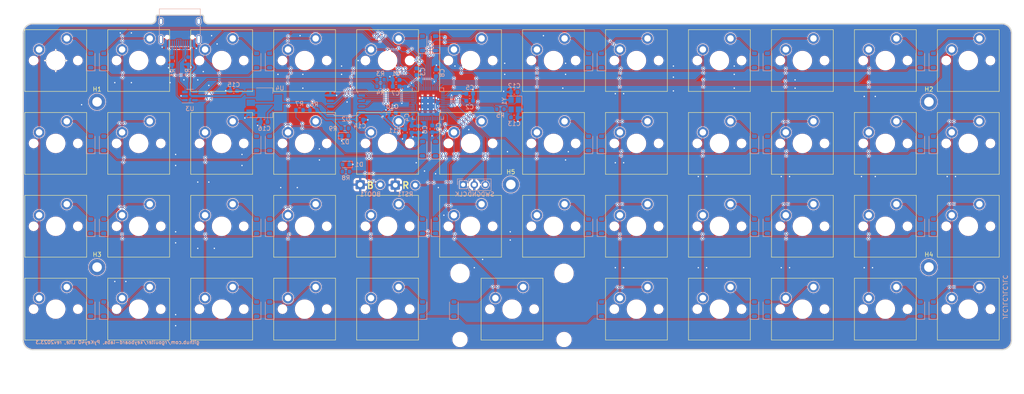
<source format=kicad_pcb>
(kicad_pcb (version 20241229) (generator "pcbnew") (generator_version "9.0")
  (title_block (title "PyKey40 Lite") (date "2023-06-15") (rev "2023.3") (company "Richard Goulter (rgoulter)") (comment 1 "based on design by Pierre Constantineau (JPConstantineau)") (comment 2 "License: CERN-OHL-W (CERN OHL v2)") (comment 3 "Project: https://github.com/rgoulter/keyboard-labs") (comment 4 "Simplified subset of PyKey60 for JJ40-style PCB."))
  (layers (0 "F.Cu" signal "Front") (2 "B.Cu" signal "Back") (13 "F.Paste" user) (15 "B.Paste" user) (5 "F.SilkS" user "F.Silkscreen") (7 "B.SilkS" user "B.Silkscreen") (1 "F.Mask" user) (3 "B.Mask" user) (25 "Edge.Cuts" user))
  (net 0 "")
  (net 1 "Net-(BOOT1-B)")
  (net 2 "GND")
  (net 3 "VBUS")
  (net 4 "Net-(D1-A)")
  (net 5 "Net-(D2-A)")
  (net 6 "Data+")
  (net 7 "Data-")
  (net 8 "+1V1")
  (net 9 "+3V3")
  (net 10 "Net-(C13-Pad1)")
  (net 11 "Net-(D_1_1-A)")
  (net 12 "Net-(D_1_2-A)")
  (net 13 "/QSPISS")
  (net 14 "/QSPISD3")
  (net 15 "/QSPICLK")
  (net 16 "/QSPISD0")
  (net 17 "/QSPISD2")
  (net 18 "/SQPISD1")
  (net 19 "/XIN")
  (net 20 "/XOUT")
  (net 21 "/RESET")
  (net 22 "/USB-")
  (net 23 "/USB+")
  (net 24 "ROW1")
  (net 25 "ROW2")
  (net 26 "ROW3")
  (net 27 "ROW4")
  (net 28 "Net-(D_1_3-A)")
  (net 29 "COL1")
  (net 30 "COL2")
  (net 31 "COL3")
  (net 32 "COL4")
  (net 33 "COL5")
  (net 34 "COL6")
  (net 35 "COL7")
  (net 36 "COL8")
  (net 37 "COL9")
  (net 38 "COL10")
  (net 39 "COL11")
  (net 40 "COL12")
  (net 41 "Net-(D_1_4-A)")
  (net 42 "Net-(D_1_5-A)")
  (net 43 "Net-(D_1_6-A)")
  (net 44 "/SWCLK")
  (net 45 "/SWD")
  (net 46 "Net-(D_1_7-A)")
  (net 47 "Net-(D_1_8-A)")
  (net 48 "LED")
  (net 49 "Net-(D_1_9-A)")
  (net 50 "Net-(D_1_10-A)")
  (net 51 "Net-(D_1_11-A)")
  (net 52 "Net-(D_1_12-A)")
  (net 53 "Net-(D_2_1-A)")
  (net 54 "Net-(D_2_2-A)")
  (net 55 "Net-(D_2_3-A)")
  (net 56 "Net-(D_2_4-A)")
  (net 57 "Net-(D_2_5-A)")
  (net 58 "Net-(D_2_6-A)")
  (net 59 "Net-(D_2_7-A)")
  (net 60 "Net-(D_2_8-A)")
  (net 61 "Net-(D_2_9-A)")
  (net 62 "Net-(D_2_10-A)")
  (net 63 "Net-(D_2_11-A)")
  (net 64 "Net-(D_2_12-A)")
  (net 65 "Net-(D_3_1-A)")
  (net 66 "Net-(D_3_2-A)")
  (net 67 "Net-(D_3_3-A)")
  (net 68 "Net-(D_3_4-A)")
  (net 69 "Net-(D_3_5-A)")
  (net 70 "Net-(D_3_6-A)")
  (net 71 "Net-(D_3_7-A)")
  (net 72 "Net-(D_3_8-A)")
  (net 73 "Net-(D_3_9-A)")
  (net 74 "Net-(D_3_10-A)")
  (net 75 "Net-(D_3_11-A)")
  (net 76 "Net-(D_3_12-A)")
  (net 77 "Net-(D_4_1-A)")
  (net 78 "Net-(D_4_2-A)")
  (net 79 "Net-(D_4_3-A)")
  (net 80 "Net-(D_4_4-A)")
  (net 81 "Net-(D_4_5-A)")
  (net 82 "Net-(D_4_6-A)")
  (net 83 "Net-(D_4_8-A)")
  (net 84 "Net-(D_4_9-A)")
  (net 85 "Net-(D_4_10-A)")
  (net 86 "Net-(D_4_11-A)")
  (net 87 "Net-(D_4_12-A)")
  (net 88 "Net-(J1-CC1)")
  (net 90 "Net-(J1-CC2)")
  (net 93 "Net-(U1-USB_DP)")
  (net 94 "Net-(U1-USB_DM)")
  (footprint "Switch_Keyboard_Cherry_MX:SW_Cherry_MX_PCB_1.00u" (layer "F.Cu") (at 57.5 58.5)
    (property "Reference" "SW_1_1" (hide yes))
    (property "Value" "MX-compatible or Kailh Choc v1")
  )
  (footprint "Switch_Keyboard_Cherry_MX:SW_Cherry_MX_PCB_1.00u" (layer "F.Cu") (at 76.55 58.5)
    (property "Reference" "SW_1_2" (hide yes))
    (property "Value" "MX-compatible or Kailh Choc v1")
  )
  (footprint "Switch_Keyboard_Cherry_MX:SW_Cherry_MX_PCB_1.00u" (layer "F.Cu") (at 95.6 58.5)
    (property "Reference" "SW_1_3" (hide yes))
    (property "Value" "MX-compatible or Kailh Choc v1")
  )
  (footprint "Switch_Keyboard_Cherry_MX:SW_Cherry_MX_PCB_1.00u" (layer "F.Cu") (at 114.65 58.5)
    (property "Reference" "SW_1_4" (hide yes))
    (property "Value" "MX-compatible or Kailh Choc v1")
  )
  (footprint "Switch_Keyboard_Cherry_MX:SW_Cherry_MX_PCB_1.00u" (layer "F.Cu") (at 133.7 58.5)
    (property "Reference" "SW_1_5" (hide yes))
    (property "Value" "MX-compatible or Kailh Choc v1")
  )
  (footprint "Switch_Keyboard_Cherry_MX:SW_Cherry_MX_PCB_1.00u" (layer "F.Cu") (at 152.75 58.5)
    (property "Reference" "SW_1_6" (hide yes))
    (property "Value" "MX-compatible or Kailh Choc v1")
  )
  (footprint "Switch_Keyboard_Cherry_MX:SW_Cherry_MX_PCB_1.00u" (layer "F.Cu") (at 171.8 58.5)
    (property "Reference" "SW_1_7" (hide yes))
    (property "Value" "MX-compatible or Kailh Choc v1")
  )
  (footprint "Switch_Keyboard_Cherry_MX:SW_Cherry_MX_PCB_1.00u" (layer "F.Cu") (at 190.85 58.5)
    (property "Reference" "SW_1_8" (hide yes))
    (property "Value" "MX-compatible or Kailh Choc v1")
  )
  (footprint "Switch_Keyboard_Cherry_MX:SW_Cherry_MX_PCB_1.00u" (layer "F.Cu") (at 209.9 58.5)
    (property "Reference" "SW_1_9" (hide yes))
    (property "Value" "MX-compatible or Kailh Choc v1")
  )
  (footprint "Switch_Keyboard_Cherry_MX:SW_Cherry_MX_PCB_1.00u" (layer "F.Cu") (at 228.95 58.5)
    (property "Reference" "SW_1_10" (hide yes))
    (property "Value" "MX-compatible or Kailh Choc v1")
  )
  (footprint "Switch_Keyboard_Cherry_MX:SW_Cherry_MX_PCB_1.00u" (layer "F.Cu") (at 248 58.5)
    (property "Reference" "SW_1_11" (hide yes))
    (property "Value" "MX-compatible or Kailh Choc v1")
  )
  (footprint "Switch_Keyboard_Cherry_MX:SW_Cherry_MX_PCB_1.00u" (layer "F.Cu") (at 267.05 58.5)
    (property "Reference" "SW_1_12" (hide yes))
    (property "Value" "MX-compatible or Kailh Choc v1")
  )
  (footprint "Switch_Keyboard_Cherry_MX:SW_Cherry_MX_PCB_1.00u" (layer "F.Cu") (at 57.5 77.55)
    (property "Reference" "SW_2_1" (hide yes))
    (property "Value" "MX-compatible or Kailh Choc v1")
  )
  (footprint "Switch_Keyboard_Cherry_MX:SW_Cherry_MX_PCB_1.00u" (layer "F.Cu") (at 76.55 77.55)
    (property "Reference" "SW_2_2" (hide yes))
    (property "Value" "MX-compatible or Kailh Choc v1")
  )
  (footprint "Switch_Keyboard_Cherry_MX:SW_Cherry_MX_PCB_1.00u" (layer "F.Cu") (at 95.6 77.55)
    (property "Reference" "SW_2_3" (hide yes))
    (property "Value" "MX-compatible or Kailh Choc v1")
  )
  (footprint "Switch_Keyboard_Cherry_MX:SW_Cherry_MX_PCB_1.00u" (layer "F.Cu") (at 114.65 77.55)
    (property "Reference" "SW_2_4" (hide yes))
    (property "Value" "MX-compatible or Kailh Choc v1")
  )
  (footprint "Switch_Keyboard_Cherry_MX:SW_Cherry_MX_PCB_1.00u" (layer "F.Cu") (at 133.7 77.55)
    (property "Reference" "SW_2_5" (hide yes))
    (property "Value" "MX-compatible or Kailh Choc v1")
  )
  (footprint "Switch_Keyboard_Cherry_MX:SW_Cherry_MX_PCB_1.00u" (layer "F.Cu") (at 171.8 77.55)
    (property "Reference" "SW_2_7" (hide yes))
    (property "Value" "MX-compatible or Kailh Choc v1")
  )
  (footprint "Switch_Keyboard_Cherry_MX:SW_Cherry_MX_PCB_1.00u" (layer "F.Cu") (at 190.85 77.55)
    (property "Reference" "SW_2_8" (hide yes))
    (property "Value" "MX-compatible or Kailh Choc v1")
  )
  (footprint "Switch_Keyboard_Cherry_MX:SW_Cherry_MX_PCB_1.00u" (layer "F.Cu") (at 209.9 77.55)
    (property "Reference" "SW_2_9" (hide yes))
    (property "Value" "MX-compatible or Kailh Choc v1")
  )
  (footprint "Switch_Keyboard_Cherry_MX:SW_Cherry_MX_PCB_1.00u" (layer "F.Cu") (at 248 77.55)
    (property "Reference" "SW_2_11" (hide yes))
    (property "Value" "MX-compatible or Kailh Choc v1")
  )
  (footprint "Switch_Keyboard_Cherry_MX:SW_Cherry_MX_PCB_1.00u" (layer "F.Cu") (at 267.05 77.55)
    (property "Reference" "SW_2_12" (hide yes))
    (property "Value" "MX-compatible or Kailh Choc v1")
  )
  (footprint "Switch_Keyboard_Cherry_MX:SW_Cherry_MX_PCB_1.00u" (layer "F.Cu") (at 57.5 96.6)
    (property "Reference" "SW_3_1" (hide yes))
    (property "Value" "MX-compatible or Kailh Choc v1")
  )
  (footprint "Switch_Keyboard_Cherry_MX:SW_Cherry_MX_PCB_1.00u" (layer "F.Cu") (at 76.55 96.6)
    (property "Reference" "SW_3_2" (hide yes))
    (property "Value" "MX-compatible or Kailh Choc v1")
  )
  (footprint "Switch_Keyboard_Cherry_MX:SW_Cherry_MX_PCB_1.00u" (layer "F.Cu") (at 95.6 96.6)
    (property "Reference" "SW_3_3" (hide yes))
    (property "Value" "MX-compatible or Kailh Choc v1")
  )
  (footprint "Switch_Keyboard_Cherry_MX:SW_Cherry_MX_PCB_1.00u" (layer "F.Cu") (at 114.65 96.6)
    (property "Reference" "SW_3_4" (hide yes))
    (property "Value" "MX-compatible or Kailh Choc v1")
  )
  (footprint "Switch_Keyboard_Cherry_MX:SW_Cherry_MX_PCB_1.00u" (layer "F.Cu") (at 133.7 96.6)
    (property "Reference" "SW_3_5" (hide yes))
    (property "Value" "MX-compatible or Kailh Choc v1")
  )
  (footprint "Switch_Keyboard_Cherry_MX:SW_Cherry_MX_PCB_1.00u" (layer "F.Cu") (at 152.75 96.6)
    (property "Reference" "SW_3_6" (hide yes))
    (property "Value" "MX-compatible or Kailh Choc v1")
  )
  (footprint "Switch_Keyboard_Cherry_MX:SW_Cherry_MX_PCB_1.00u" (layer "F.Cu") (at 171.8 96.6)
    (property "Reference" "SW_3_7" (hide yes))
    (property "Value" "MX-compatible or Kailh Choc v1")
  )
  (footprint "Switch_Keyboard_Cherry_MX:SW_Cherry_MX_PCB_1.00u" (layer "F.Cu") (at 190.85 96.6)
    (property "Reference" "SW_3_8" (hide yes))
    (property "Value" "MX-compatible or Kailh Choc v1")
  )
  (footprint "Switch_Keyboard_Cherry_MX:SW_Cherry_MX_PCB_1.00u" (layer "F.Cu") (at 209.9 96.6)
    (property "Reference" "SW_3_9" (hide yes))
    (property "Value" "MX-compatible or Kailh Choc v1")
  )
  (footprint "Switch_Keyboard_Cherry_MX:SW_Cherry_MX_PCB_1.00u" (layer "F.Cu") (at 228.95 96.6)
    (property "Reference" "SW_3_10" (hide yes))
    (property "Value" "MX-compatible or Kailh Choc v1")
  )
  (footprint "Switch_Keyboard_Cherry_MX:SW_Cherry_MX_PCB_1.00u" (layer "F.Cu") (at 248 96.6)
    (property "Reference" "SW_3_11" (hide yes))
    (property "Value" "MX-compatible or Kailh Choc v1")
  )
  (footprint "Switch_Keyboard_Cherry_MX:SW_Cherry_MX_PCB_1.00u" (layer "F.Cu") (at 267.05 96.6)
    (property "Reference" "SW_3_12" (hide yes))
    (property "Value" "MX-compatible or Kailh Choc v1")
  )
  (footprint "Switch_Keyboard_Cherry_MX:SW_Cherry_MX_PCB_1.00u" (layer "F.Cu") (at 57.5 115.65)
    (property "Reference" "SW_4_1" (hide yes))
    (property "Value" "MX-compatible or Kailh Choc v1")
  )
  (footprint "Switch_Keyboard_Cherry_MX:SW_Cherry_MX_PCB_1.00u" (layer "F.Cu") (at 76.55 115.65)
    (property "Reference" "SW_4_2" (hide yes))
    (property "Value" "MX-compatible or Kailh Choc v1")
  )
  (footprint "Switch_Keyboard_Cherry_MX:SW_Cherry_MX_PCB_1.00u" (layer "F.Cu") (at 95.6 115.65)
    (property "Reference" "SW_4_3" (hide yes))
    (property "Value" "MX-compatible or Kailh Choc v1")
  )
  (footprint "Switch_Keyboard_Cherry_MX:SW_Cherry_MX_PCB_1.00u" (layer "F.Cu") (at 114.65 115.65)
    (property "Reference" "SW_4_4" (hide yes))
    (property "Value" "MX-compatible or Kailh Choc v1")
  )
  (footprint "Switch_Keyboard_Cherry_MX:SW_Cherry_MX_PCB_1.00u" (layer "F.Cu") (at 133.7 115.65)
    (property "Reference" "SW_4_5" (hide yes))
    (property "Value" "MX-compatible or Kailh Choc v1")
  )
  (footprint "Switch_Keyboard_Cherry_MX:SW_Cherry_MX_PCB_2.00u" (layer "F.Cu") (at 162.275 115.65)
    (property "Reference" "SW_4_6" (hide yes))
    (property "Value" "MX-compatible or Kailh Choc v1")
  )
  (footprint "Switch_Keyboard_Cherry_MX:SW_Cherry_MX_PCB_1.00u" (layer "F.Cu") (at 152.75 77.55)
    (property "Reference" "SW_2_6" (hide yes))
    (property "Value" "MX-compatible or Kailh Choc v1")
  )
  (footprint "Switch_Keyboard_Cherry_MX:SW_Cherry_MX_PCB_1.00u" (layer "F.Cu") (at 228.95 77.55)
    (property "Reference" "SW_2_10" (hide yes))
    (property "Value" "MX-compatible or Kailh Choc v1")
  )
  (footprint "MountingHole:MountingHole_2.2mm_M2_DIN965_Pad" (layer "F.Cu") (at 258 68)
    (property "Reference" "H2")
    (property "Value" "MountingHole")
  )
  (footprint "MountingHole:MountingHole_2.2mm_M2_DIN965_Pad" (layer "F.Cu") (at 67 106)
    (property "Reference" "H3")
    (property "Value" "MountingHole")
  )
  (footprint "MountingHole:MountingHole_2.2mm_M2_DIN965_Pad" (layer "F.Cu") (at 162 87)
    (property "Reference" "H5")
    (property "Value" "MountingHole")
  )
  (footprint "MountingHole:MountingHole_2.2mm_M2_DIN965_Pad" (layer "F.Cu") (at 258 106)
    (property "Reference" "H4")
    (property "Value" "MountingHole")
  )
  (footprint "MountingHole:MountingHole_2.2mm_M2_DIN965_Pad" (layer "F.Cu") (at 67 68)
    (property "Reference" "H1")
    (property "Value" "MountingHole")
  )
  (footprint "Switch_Keyboard_Cherry_MX:SW_Cherry_MX_PCB_1.00u" (layer "F.Cu") (at 248 115.65)
    (property "Reference" "SW_4_11" (hide yes))
    (property "Value" "MX-compatible or Kailh Choc v1")
  )
  (footprint "Switch_Keyboard_Cherry_MX:SW_Cherry_MX_PCB_1.00u" (layer "F.Cu") (at 267.05 115.65)
    (property "Reference" "SW_4_12" (hide yes))
    (property "Value" "MX-compatible or Kailh Choc v1")
  )
  (footprint "Mounting_Keyboard_Stabilizer:Stabilizer_Cherry_MX_2.00u" (layer "F.Cu") (at 162.275 115.65 180)
    (property "Reference" "REF**" (hide yes))
    (property "Value" "Stabilizer_Cherry_MX_2.00u")
  )
  (footprint "Switch_Keyboard_Cherry_MX:SW_Cherry_MX_PCB_1.00u" (layer "F.Cu") (at 228.95 115.65)
    (property "Reference" "SW_4_10" (hide yes))
    (property "Value" "MX-compatible or Kailh Choc v1")
  )
  (footprint "Switch_Keyboard_Cherry_MX:SW_Cherry_MX_PCB_1.00u" (layer "F.Cu") (at 190.85 115.65)
    (property "Reference" "SW_4_8" (hide yes))
    (property "Value" "MX-compatible or Kailh Choc v1")
  )
  (footprint "Switch_Keyboard_Cherry_MX:SW_Cherry_MX_PCB_1.00u" (layer "F.Cu") (at 209.9 115.65)
    (property "Reference" "SW_4_9" (hide yes))
    (property "Value" "MX-compatible or Kailh Choc v1")
  )
  (footprint "Connector_USB:USB_C_Receptacle_HRO_TYPE-C-31-M-12" (layer "B.Cu") (at 86 50.52925)
    (property "Reference" "J1" (hide yes))
    (property "Value" "USB_C_Receptacle_USB2.0")
  )
  (footprint "Resistor_SMD:R_0603_1608Metric" (layer "B.Cu") (at 84.2518 58.5978 90)
    (property "Reference" "R1")
    (property "Value" "5.1k")
  )
  (footprint "Resistor_SMD:R_0603_1608Metric" (layer "B.Cu") (at 87.9094 58.547 90)
    (property "Reference" "R2")
    (property "Value" "5.1k")
  )
  (footprint "RP2040_minimal:RP2040-QFN-56" (layer "B.Cu") (at 142.9766 68.4012 -90)
    (property "Reference" "U1" (hide yes))
    (property "Value" "RP2040")
  )
  (footprint "Package_TO_SOT_SMD:SOT-23-6" (layer "B.Cu") (at 88.3158 66.675)
    (property "Reference" "U3")
    (property "Value" "USBLC6-2SC6")
  )
  (footprint "Package_SO:SOIC-8_5.23x5.23mm_P1.27mm" (layer "B.Cu") (at 124.15339 68.42361)
    (property "Reference" "U2")
    (property "Value" "W25Q128JVS")
  )
  (footprint "Capacitor_SMD:C_0603_1608Metric" (layer "B.Cu") (at 135.6614 62.9412 180)
    (property "Reference" "C1")
    (property "Value" "100n")
  )
  (footprint "Capacitor_SMD:C_0603_1608Metric" (layer "B.Cu") (at 152.5466 67.7662)
    (property "Reference" "C2")
    (property "Value" "100n")
  )
  (footprint "Capacitor_SMD:C_0603_1608Metric" (layer "B.Cu") (at 140.3604 61.0616 90)
    (property "Reference" "C3")
    (property "Value" "100n")
  )
  (footprint "Capacitor_SMD:C_0603_1608Metric" (layer "B.Cu") (at 139.2428 74.295 -90)
    (property "Reference" "C4")
    (property "Value" "100n")
  )
  (footprint "Capacitor_SMD:C_0603_1608Metric" (layer "B.Cu") (at 127.3302 72.1106)
    (property "Reference" "C14")
    (property "Value" "100n")
  )
  (footprint "Capacitor_SMD:C_0603_1608Metric" (layer "B.Cu") (at 140.7922 74.3204 -90)
    (property "Reference" "C6")
    (property "Value" "100n")
  )
  (footprint "Capacitor_SMD:C_0603_1608Metric" (layer "B.Cu") (at 135.6614 64.4652 180)
    (property "Reference" "C7")
    (property "Value" "100n")
  )
  (footprint "Capacitor_SMD:C_0603_1608Metric" (layer "B.Cu") (at 143.9672 74.2188 -90)
    (property "Reference" "C9")
    (property "Value" "100n")
  )
  (footprint "Capacitor_SMD:C_0603_1608Metric" (layer "B.Cu") (at 134.7978 70.5104 180)
    (property "Reference" "C10")
    (property "Value" "1u")
  )
  (footprint "Capacitor_SMD:C_0603_1608Metric" (layer "B.Cu") (at 137.6934 75.057 -90)
    (property "Reference" "C11")
    (property "Value" "1u")
  )
  (footprint "Capacitor_SMD:C_0603_1608Metric" (layer "B.Cu") (at 162.783 65.739 180)
    (property "Reference" "C12")
    (property "Value" "22p")
  )
  (footprint "Capacitor_SMD:C_0603_1608Metric" (layer "B.Cu") (at 162.783 71.581)
    (property "Reference" "C13")
    (property "Value" "22p")
  )
  (footprint "Capacitor_SMD:C_0603_1608Metric" (layer "B.Cu") (at 152.5466 66.1152)
    (property "Reference" "C5")
    (property "Value" "100n")
  )
  (footprint "Resistor_SMD:R_0603_1608Metric" (layer "B.Cu") (at 132.08 62.8904)
    (property "Reference" "R3")
    (property "Value" "22")
  )
  (footprint "Resistor_SMD:R_0603_1608Metric" (layer "B.Cu") (at 132.08 64.4144)
    (property "Reference" "R4")
    (property "Value" "22")
  )
  (footprint "Resistor_SMD:R_0603_1608Metric" (layer "B.Cu") (at 159.608 69.676)
    (property "Reference" "R5")
    (property "Value" "1k")
  )
  (footprint "Resistor_SMD:R_0603_1608Metric" (layer "B.Cu") (at 116.7 69.9)
    (property "Reference" "R6")
    (property "Value" "DNP")
  )
  (footprint "Resistor_SMD:R_0603_1608Metric" (layer "B.Cu") (at 113.475 69.9 180)
    (property "Reference" "R7")
    (property "Value" "1k")
  )
  (footprint "Connector_Wire:SolderWire-0.5sqmm_1x02_P4.6mm_D0.9mm_OD2.1mm" (layer "B.Cu") (at 135.4696 87.1474)
    (property "Reference" "RST1")
    (property "Value" "SW_SPST")
  )
  (footprint "Crystal:Crystal_SMD_3225-4Pin_3.2x2.5mm" (layer "B.Cu") (at 162.91 68.66 -90)
    (property "Reference" "Y1")
    (property "Value" "12MHz")
  )
  (footprint "Capacitor_SMD:C_0603_1608Metric" (layer "B.Cu") (at 144.8308 61.341 90)
    (property "Reference" "C8")
    (property "Value" "100n")
  )
  (footprint "Connector_PinHeader_2.54mm:PinHeader_1x03_P2.54mm_Vertical" (layer "B.Cu") (at 151.0688 87.0458 -90)
    (property "Reference" "J2" (hide yes))
    (property "Value" "Conn_01x03")
  )
  (footprint "LED_SMD:LED_0603_1608Metric" (layer "B.Cu") (at 124.1298 82.3976 180)
    (property "Reference" "D1")
    (property "Value" "RED")
  )
  (footprint "Resistor_SMD:R_0603_1608Metric" (layer "B.Cu") (at 124.1298 84.0486)
    (property "Reference" "R8")
    (property "Value" "1k")
  )
  (footprint "Capacitor_SMD:C_0603_1608Metric" (layer "B.Cu") (at 98.3742 65.4812 180)
    (property "Reference" "C15")
    (property "Value" "22u")
  )
  (footprint "Capacitor_SMD:C_0603_1608Metric" (layer "B.Cu") (at 105.3592 72.6186 180)
    (property "Reference" "C16")
    (property "Value" "22u")
  )
  (footprint "Package_TO_SOT_SMD:SOT-223-3_TabPin2" (layer "B.Cu") (at 105.4354 68.199)
    (property "Reference" "U4")
    (property "Value" "AMS1117-3.3")
  )
  (footprint "LED_SMD:LED_0603_1608Metric" (layer "B.Cu") (at 123.952 75.7936)
    (property "Reference" "D2")
    (property "Value" "RED")
  )
  (footprint "Diode_SMD:D_SOD-123" (layer "B.Cu") (at 179.825 77.55 90)
    (property "Reference" "D_2_7" (hide yes))
    (property "Value" "1N4148")
  )
  (footprint "Connector_Wire:SolderWire-0.5sqmm_1x02_P4.6mm_D0.9mm_OD2.1mm" (layer "B.Cu") (at 127.4178 87.0458)
    (property "Reference" "BOOT1")
    (property "Value" "SW_SPST")
  )
  (footprint "Diode_SMD:D_SOD-123" (layer "B.Cu") (at 259.025 115.65 90)
    (property "Reference" "D_4_12" (hide yes))
    (property "Value" "1N4148")
  )
  (footprint "Diode_SMD:D_SOD-123" (layer "B.Cu") (at 106.625 96.6 90)
    (property "Reference" "D_3_4" (hide yes))
    (property "Value" "1N4148")
  )
  (footprint "Diode_SMD:D_SOD-123" (layer "B.Cu") (at 103.625 77.55 90)
    (property "Reference" "D_2_3" (hide yes))
    (property "Value" "1N4148")
  )
  (footprint "Diode_SMD:D_SOD-123" (layer "B.Cu") (at 141.725 96.6 90)
    (property "Reference" "D_3_5" (hide yes))
    (property "Value" "1N4148")
  )
  (footprint "Diode_SMD:D_SOD-123" (layer "B.Cu") (at 144.725 54.5338 90)
    (property "Reference" "D_1_6" (hide yes))
    (property "Value" "1N4148")
  )
  (footprint "Diode_SMD:D_SOD-123" (layer "B.Cu") (at 259.025 96.6 90)
    (property "Reference" "D_3_12" (hide yes))
    (property "Value" "1N4148")
  )
  (footprint "Diode_SMD:D_SOD-123" (layer "B.Cu") (at 68.525 58.5 90)
    (property "Reference" "D_1_2" (hide yes))
    (property "Value" "1N4148")
  )
  (footprint "Diode_SMD:D_SOD-123" (layer "B.Cu") (at 256.025 58.5 90)
    (property "Reference" "D_1_11" (hide yes))
    (property "Value" "1N4148")
  )
  (footprint "Diode_SMD:D_SOD-123" (layer "B.Cu") (at 182.825 58.5 90)
    (property "Reference" "D_1_8" (hide yes))
    (property "Value" "1N4148")
  )
  (footprint "Diode_SMD:D_SOD-123" (layer "B.Cu") (at 68.525 96.6 90)
    (property "Reference" "D_3_2" (hide yes))
    (property "Value" "1N4148")
  )
  (footprint "Diode_SMD:D_SOD-123" (layer "B.Cu") (at 220.925 77.55 90)
    (property "Reference" "D_2_10" (hide yes))
    (property "Value" "1N4148")
  )
  (footprint "Diode_SMD:D_SOD-123" (layer "B.Cu") (at 106.625 77.55 90)
    (property "Reference" "D_2_4" (hide yes))
    (property "Value" "1N4148")
  )
  (footprint "Diode_SMD:D_SOD-123" (layer "B.Cu") (at 65.525 96.6 90)
    (property "Reference" "D_3_1" (hide yes))
    (property "Value" "1N4148")
  )
  (footprint "Diode_SMD:D_SOD-123" (layer "B.Cu") (at 106.625 115.65 90)
    (property "Reference" "D_4_4" (hide yes))
    (property "Value" "1N4148")
  )
  (footprint "Diode_SMD:D_SOD-123" (layer "B.Cu") (at 144.725 96.6 90)
    (property "Reference" "D_3_6" (hide yes))
    (property "Value" "1N4148")
  )
  (footprint "Diode_SMD:D_SOD-123" (layer "B.Cu") (at 141.725 115.65 90)
    (property "Reference" "D_4_5" (hide yes))
    (property "Value" "1N4148")
  )
  (footprint "Diode_SMD:D_SOD-123" (layer "B.Cu") (at 144.725 78.7908 90)
    (property "Reference" "D_2_6" (hide yes))
    (property "Value" "1N4148")
  )
  (footprint "Diode_SMD:D_SOD-123" (layer "B.Cu") (at 103.625 96.6 90)
    (property "Reference" "D_3_3" (hide yes))
    (property "Value" "1N4148")
  )
  (footprint "Diode_SMD:D_SOD-123" (layer "B.Cu") (at 256.025 96.6 90)
    (property "Reference" "D_3_11" (hide yes))
    (property "Value" "1N4148")
  )
  (footprint "Diode_SMD:D_SOD-123" (layer "B.Cu") (at 106.625 58.5 90)
    (property "Reference" "D_1_4" (hide yes))
    (property "Value" "1N4148")
  )
  (footprint "Diode_SMD:D_SOD-123" (layer "B.Cu") (at 141.725 78.7654 90)
    (property "Reference" "D_2_5" (hide yes))
    (property "Value" "1N4148")
  )
  (footprint "Diode_SMD:D_SOD-123" (layer "B.Cu") (at 217.925 96.6 90)
    (property "Reference" "D_3_9" (hide yes))
    (property "Value" "1N4148")
  )
  (footprint "Diode_SMD:D_SOD-123" (layer "B.Cu") (at 217.925 77.55 90)
    (property "Reference" "D_2_9" (hide yes))
    (property "Value" "1N4148")
  )
  (footprint "Diode_SMD:D_SOD-123" (layer "B.Cu") (at 256.025 115.65 90)
    (property "Reference" "D_4_11" (hide yes))
    (property "Value" "1N4148")
  )
  (footprint "Diode_SMD:D_SOD-123" (layer "B.Cu") (at 220.925 96.6 90)
    (property "Reference" "D_3_10" (hide yes))
    (property "Value" "1N4148")
  )
  (footprint "Diode_SMD:D_SOD-123" (layer "B.Cu") (at 68.525 115.65 90)
    (property "Reference" "D_4_2" (hide yes))
    (property "Value" "1N4148")
  )
  (footprint "Diode_SMD:D_SOD-123" (layer "B.Cu") (at 103.625 58.5 90)
    (property "Reference" "D_1_3" (hide yes))
    (property "Value" "1N4148")
  )
  (footprint "Diode_SMD:D_SOD-123" (layer "B.Cu") (at 182.825 115.65 90)
    (property "Reference" "D_4_8" (hide yes))
    (property "Value" "1N4148")
  )
  (footprint "Diode_SMD:D_SOD-123" (layer "B.Cu") (at 65.525 115.65 90)
    (property "Reference" "D_4_1" (hide yes))
    (property "Value" "1N4148")
  )
  (footprint "Diode_SMD:D_SOD-123" (layer "B.Cu") (at 179.825 58.5 90)
    (property "Reference" "D_1_7" (hide yes))
    (property "Value" "1N4148")
  )
  (footprint "Diode_SMD:D_SOD-123" (layer "B.Cu") (at 182.825 77.55 90)
    (property "Reference" "D_2_8" (hide yes))
    (property "Value" "1N4148")
  )
  (footprint "Resistor_SMD:R_0603_1608Metric" (layer "B.Cu") (at 123.8726 74.0556 180)
    (property "Reference" "R9")
    (property "Value" "5.1k")
  )
  (footprint "Diode_SMD:D_SOD-123" (layer "B.Cu") (at 259.025 77.55 90)
    (property "Reference" "D_2_12" (hide yes))
    (property "Value" "1N4148")
  )
  (footprint "Diode_SMD:D_SOD-123" (layer "B.Cu") (at 217.925 115.65 90)
    (property "Reference" "D_4_9" (hide yes))
    (property "Value" "1N4148")
  )
  (footprint "Diode_SMD:D_SOD-123" (layer "B.Cu") (at 220.925 58.5 90)
    (property "Reference" "D_1_10" (hide yes))
    (property "Value" "1N4148")
  )
  (footprint "Diode_SMD:D_SOD-123" (layer "B.Cu") (at 220.925 115.65 90)
    (property "Reference" "D_4_10" (hide yes))
    (property "Value" "1N4148")
  )
  (footprint "Diode_SMD:D_SOD-123" (layer "B.Cu") (at 141.725 54.5338 90)
    (property "Reference" "D_1_5" (hide yes))
    (property "Value" "1N4148")
  )
  (footprint "Diode_SMD:D_SOD-123" (layer "B.Cu") (at 179.825 96.6 90)
    (property "Reference" "D_3_7" (hide yes))
    (property "Value" "1N4148")
  )
  (footprint "Diode_SMD:D_SOD-123" (layer "B.Cu") (at 182.825 96.6 90)
    (property "Reference" "D_3_8" (hide yes))
    (property "Value" "1N4148")
  )
  (footprint "Diode_SMD:D_SOD-123" (layer "B.Cu") (at 65.525 58.5 90)
    (property "Reference" "D_1_1" (hide yes))
    (property "Value" "1N4148")
  )
  (footprint "Diode_SMD:D_SOD-123" (layer "B.Cu") (at 103.625 115.65 90)
    (property "Reference" "D_4_3" (hide yes))
    (property "Value" "1N4148")
  )
  (footprint "Diode_SMD:D_SOD-123" (layer "B.Cu") (at 65.525 77.55 90)
    (property "Reference" "D_2_1" (hide yes))
    (property "Value" "1N4148")
  )
  (footprint "Diode_SMD:D_SOD-123" (layer "B.Cu") (at 217.925 58.5 90)
    (property "Reference" "D_1_9" (hide yes))
    (property "Value" "1N4148")
  )
  (footprint "Diode_SMD:D_SOD-123" (layer "B.Cu") (at 259.025 58.5 90)
    (property "Reference" "D_1_12" (hide yes))
    (property "Value" "1N4148")
  )
  (footprint "Diode_SMD:D_SOD-123" (layer "B.Cu") (at 148.9202 115.65 90)
    (property "Reference" "D_4_6" (hide yes))
    (property "Value" "1N4148")
  )
  (footprint "Diode_SMD:D_SOD-123" (layer "B.Cu") (at 256.025 77.55 90)
    (property "Reference" "D_2_11" (hide yes))
    (property "Value" "1N4148")
  )
  (footprint "Diode_SMD:D_SOD-123" (layer "B.Cu") (at 68.525 77.55 90)
    (property "Reference" "D_2_2" (hide yes))
    (property "Value" "1N4148")
  )
  (gr_line (start 274.75 50) (end 92.5 50) (stroke (width 0.2)) (layer "Edge.Cuts"))
  (gr_line (start 50.429703 124.0725) (end 50.577911 124.2556) (stroke (width 0.2)) (layer "Edge.Cuts"))
  (gr_line (start 276.89 51.5547) (end 276.805 51.33484) (stroke (width 0.2)) (layer "Edge.Cuts"))
  (gr_line (start 276.57 124.0725) (end 276.699 123.875) (stroke (width 0.2)) (layer "Edge.Cuts"))
  (gr_line (start 276.422 124.2556) (end 276.57 124.0725) (stroke (width 0.2)) (layer "Edge.Cuts"))
  (gr_line (start 276.699 51.125) (end 276.57 50.927475) (stroke (width 0.2)) (layer "Edge.Cuts"))
  (gr_line (start 91.25 48.06699) (end 91.2034 48.04321) (stroke (width 0.2)) (layer "Edge.Cuts"))
  (gr_line (start 91.4755 48.34549) (end 91.4568 48.29663) (stroke (width 0.2)) (layer "Edge.Cuts"))
  (gr_line (start 80.75 48.06699) (end 80.7061 48.09549) (stroke (width 0.2)) (layer "Edge.Cuts"))
  (gr_line (start 80.7966 48.04321) (end 80.75 48.06699) (stroke (width 0.2)) (layer "Edge.Cuts"))
  (gr_line (start 92 49.866013) (end 91.9122 49.809006) (stroke (width 0.2)) (layer "Edge.Cuts"))
  (gr_line (start 276.073 124.5703) (end 276.256 124.4221) (stroke (width 0.2)) (layer "Edge.Cuts"))
  (gr_line (start 274.75 125) (end 274.985 124.9877) (stroke (width 0.2)) (layer "Edge.Cuts"))
  (gr_line (start 50.012314 52.0148) (end 50 52.25) (stroke (width 0.2)) (layer "Edge.Cuts"))
  (gr_line (start 80.4781 49.207901) (end 80.451 49.309006) (stroke (width 0.2)) (layer "Edge.Cuts"))
  (gr_line (start 50.927475 50.429703) (end 50.744446 50.577911) (stroke (width 0.2)) (layer "Edge.Cuts"))
  (gr_line (start 80.5109 48.39604) (end 80.5027 48.44772) (stroke (width 0.2)) (layer "Edge.Cuts"))
  (gr_line (start 80.1691 49.743134) (end 80.0878 49.809006) (stroke (width 0.2)) (layer "Edge.Cuts"))
  (gr_line (start 275.875 124.6986) (end 276.073 124.5703) (stroke (width 0.2)) (layer "Edge.Cuts"))
  (gr_line (start 81 48) (end 80.9477 48.00273) (stroke (width 0.2)) (layer "Edge.Cuts"))
  (gr_line (start 50.110123 123.4453) (end 50.194519 123.6652) (stroke (width 0.2)) (layer "Edge.Cuts"))
  (gr_line (start 276.951 123.2178) (end 276.988 122.9852) (stroke (width 0.2)) (layer "Edge.Cuts"))
  (gr_line (start 275.665 124.8055) (end 275.875 124.6986) (stroke (width 0.2)) (layer "Edge.Cuts"))
  (gr_line (start 91.5219 49.207901) (end 91.5055 49.104523) (stroke (width 0.2)) (layer "Edge.Cuts"))
  (gr_line (start 277 122.75) (end 277 52.25) (stroke (width 0.2)) (layer "Edge.Cuts"))
  (gr_line (start 51.33484 124.8055) (end 51.5547 124.8899) (stroke (width 0.2)) (layer "Edge.Cuts"))
  (gr_line (start 275.665 50.194519) (end 275.445 50.110123) (stroke (width 0.2)) (layer "Edge.Cuts"))
  (gr_line (start 51.33484 50.194519) (end 51.125 50.301437) (stroke (width 0.2)) (layer "Edge.Cuts"))
  (gr_line (start 92.3955 49.994507) (end 92.2921 49.978134) (stroke (width 0.2)) (layer "Edge.Cuts"))
  (gr_line (start 50.577911 50.744446) (end 50.429703 50.927475) (stroke (width 0.2)) (layer "Edge.Cuts"))
  (gr_line (start 276.256 124.4221) (end 276.422 124.2556) (stroke (width 0.2)) (layer "Edge.Cuts"))
  (gr_line (start 91.8309 49.743134) (end 91.7569 49.669128) (stroke (width 0.2)) (layer "Edge.Cuts"))
  (gr_line (start 80.5 48.5) (end 80.5 49) (stroke (width 0.2)) (layer "Edge.Cuts"))
  (gr_line (start 92.0933 49.913544) (end 92 49.866013) (stroke (width 0.2)) (layer "Edge.Cuts"))
  (gr_line (start 50.194519 51.33484) (end 50.110123 51.5547) (stroke (width 0.2)) (layer "Edge.Cuts"))
  (gr_line (start 275.218 50.049164) (end 274.985 50.012314) (stroke (width 0.2)) (layer "Edge.Cuts"))
  (gr_line (start 91.3346 48.12842) (end 91.2939 48.09549) (stroke (width 0.2)) (layer "Edge.Cuts"))
  (gr_line (start 276.951 51.7822) (end 276.89 51.5547) (stroke (width 0.2)) (layer "Edge.Cuts"))
  (gr_line (start 80.2431 49.669128) (end 80.1691 49.743134) (stroke (width 0.2)) (layer "Edge.Cuts"))
  (gr_line (start 79.809 49.95105) (end 79.7079 49.978134) (stroke (width 0.2)) (layer "Edge.Cuts"))
  (gr_line (start 50.429703 50.927475) (end 50.301437 51.125) (stroke (width 0.2)) (layer "Edge.Cuts"))
  (gr_line (start 80.0878 49.809006) (end 80 49.866013) (stroke (width 0.2)) (layer "Edge.Cuts"))
  (gr_line (start 80.7061 48.09549) (end 80.6654 48.12842) (stroke (width 0.2)) (layer "Edge.Cuts"))
  (gr_line (start 276.988 52.0148) (end 276.951 51.7822) (stroke (width 0.2)) (layer "Edge.Cuts"))
  (gr_line (start 91.2034 48.04321) (end 91.1545 48.02446) (stroke (width 0.2)) (layer "Edge.Cuts"))
  (gr_line (start 80.4135 49.406723) (end 80.366 49.5) (stroke (width 0.2)) (layer "Edge.Cuts"))
  (gr_line (start 80.6284 48.16542) (end 80.5955 48.2061) (stroke (width 0.2)) (layer "Edge.Cuts"))
  (gr_line (start 79.7079 49.978134) (end 79.6045 49.994507) (stroke (width 0.2)) (layer "Edge.Cuts"))
  (gr_line (start 277 52.25) (end 276.988 52.0148) (stroke (width 0.2)) (layer "Edge.Cuts"))
  (gr_line (start 91.4891 48.39604) (end 91.4755 48.34549) (stroke (width 0.2)) (layer "Edge.Cuts"))
  (gr_line (start 274.985 50.012314) (end 274.75 50) (stroke (width 0.2)) (layer "Edge.Cuts"))
  (gr_line (start 51.5547 124.8899) (end 51.7822 124.9508) (stroke (width 0.2)) (layer "Edge.Cuts"))
  (gr_line (start 80.4945 49.104523) (end 80.4781 49.207901) (stroke (width 0.2)) (layer "Edge.Cuts"))
  (gr_line (start 51.125 50.301437) (end 50.927475 50.429703) (stroke (width 0.2)) (layer "Edge.Cuts"))
  (gr_line (start 50.110123 51.5547) (end 50.049164 51.7822) (stroke (width 0.2)) (layer "Edge.Cuts"))
  (gr_line (start 52.25 50) (end 52.0148 50.012314) (stroke (width 0.2)) (layer "Edge.Cuts"))
  (gr_line (start 91.104 48.01093) (end 91.0523 48.00273) (stroke (width 0.2)) (layer "Edge.Cuts"))
  (gr_line (start 80.567 48.25) (end 80.5432 48.29663) (stroke (width 0.2)) (layer "Edge.Cuts"))
  (gr_line (start 80.5432 48.29663) (end 80.5245 48.34549) (stroke (width 0.2)) (layer "Edge.Cuts"))
  (gr_line (start 50.301437 51.125) (end 50.194519 51.33484) (stroke (width 0.2)) (layer "Edge.Cuts"))
  (gr_line (start 80.9477 48.00273) (end 80.896 48.01093) (stroke (width 0.2)) (layer "Edge.Cuts"))
  (gr_line (start 80.5245 48.34549) (end 80.5109 48.39604) (stroke (width 0.2)) (layer "Edge.Cuts"))
  (gr_line (start 275.445 124.8899) (end 275.665 124.8055) (stroke (width 0.2)) (layer "Edge.Cuts"))
  (gr_line (start 91.0523 48.00273) (end 91 48) (stroke (width 0.2)) (layer "Edge.Cuts"))
  (gr_line (start 80.366 49.5) (end 80.309 49.587784) (stroke (width 0.2)) (layer "Edge.Cuts"))
  (gr_line (start 80 49.866013) (end 79.9067 49.913544) (stroke (width 0.2)) (layer "Edge.Cuts"))
  (gr_line (start 80.896 48.01093) (end 80.8455 48.02446) (stroke (width 0.2)) (layer "Edge.Cuts"))
  (gr_line (start 91.5864 49.406723) (end 91.5489 49.309006) (stroke (width 0.2)) (layer "Edge.Cuts"))
  (gr_line (start 276.988 122.9852) (end 277 122.75) (stroke (width 0.2)) (layer "Edge.Cuts"))
  (gr_line (start 50.744446 50.577911) (end 50.577911 50.744446) (stroke (width 0.2)) (layer "Edge.Cuts"))
  (gr_line (start 276.89 123.4453) (end 276.951 123.2178) (stroke (width 0.2)) (layer "Edge.Cuts"))
  (gr_line (start 80.5027 48.44772) (end 80.5 48.5) (stroke (width 0.2)) (layer "Edge.Cuts"))
  (gr_line (start 91.4973 48.44772) (end 91.4891 48.39604) (stroke (width 0.2)) (layer "Edge.Cuts"))
  (gr_line (start 91.691 49.587784) (end 91.634 49.5) (stroke (width 0.2)) (layer "Edge.Cuts"))
  (gr_line (start 51.7822 124.9508) (end 52.0148 124.9877) (stroke (width 0.2)) (layer "Edge.Cuts"))
  (gr_line (start 50.049164 123.2178) (end 50.110123 123.4453) (stroke (width 0.2)) (layer "Edge.Cuts"))
  (gr_line (start 276.699 123.875) (end 276.805 123.6652) (stroke (width 0.2)) (layer "Edge.Cuts"))
  (gr_line (start 276.805 51.33484) (end 276.699 51.125) (stroke (width 0.2)) (layer "Edge.Cuts"))
  (gr_line (start 91.5 48.5) (end 91.4973 48.44772) (stroke (width 0.2)) (layer "Edge.Cuts"))
  (gr_line (start 50.744446 124.4221) (end 50.927475 124.5703) (stroke (width 0.2)) (layer "Edge.Cuts"))
  (gr_line (start 80.6654 48.12842) (end 80.6284 48.16542) (stroke (width 0.2)) (layer "Edge.Cuts"))
  (gr_line (start 91.1545 48.02446) (end 91.104 48.01093) (stroke (width 0.2)) (layer "Edge.Cuts"))
  (gr_line (start 79.6045 49.994507) (end 79.5 50) (stroke (width 0.2)) (layer "Edge.Cuts"))
  (gr_line (start 80.5955 48.2061) (end 80.567 48.25) (stroke (width 0.2)) (layer "Edge.Cuts"))
  (gr_line (start 275.875 50.301437) (end 275.665 50.194519) (stroke (width 0.2)) (layer "Edge.Cuts"))
  (gr_line (start 79.9067 49.913544) (end 79.809 49.95105) (stroke (width 0.2)) (layer "Edge.Cuts"))
  (gr_line (start 50.577911 124.2556) (end 50.744446 124.4221) (stroke (width 0.2)) (layer "Edge.Cuts"))
  (gr_line (start 92.2921 49.978134) (end 92.191 49.95105) (stroke (width 0.2)) (layer "Edge.Cuts"))
  (gr_line (start 91.4045 48.2061) (end 91.3716 48.16542) (stroke (width 0.2)) (layer "Edge.Cuts"))
  (gr_line (start 52.0148 50.012314) (end 51.7822 50.049164) (stroke (width 0.2)) (layer "Edge.Cuts"))
  (gr_line (start 276.805 123.6652) (end 276.89 123.4453) (stroke (width 0.2)) (layer "Edge.Cuts"))
  (gr_line (start 80.5 49) (end 80.4945 49.104523) (stroke (width 0.2)) (layer "Edge.Cuts"))
  (gr_line (start 92.191 49.95105) (end 92.0933 49.913544) (stroke (width 0.2)) (layer "Edge.Cuts"))
  (gr_line (start 51.125 124.6986) (end 51.33484 124.8055) (stroke (width 0.2)) (layer "Edge.Cuts"))
  (gr_line (start 91.7569 49.669128) (end 91.691 49.587784) (stroke (width 0.2)) (layer "Edge.Cuts"))
  (gr_line (start 52.0148 124.9877) (end 52.25 125) (stroke (width 0.2)) (layer "Edge.Cuts"))
  (gr_line (start 276.422 50.744446) (end 276.256 50.577911) (stroke (width 0.2)) (layer "Edge.Cuts"))
  (gr_line (start 275.218 124.9508) (end 275.445 124.8899) (stroke (width 0.2)) (layer "Edge.Cuts"))
  (gr_line (start 51.5547 50.110123) (end 51.33484 50.194519) (stroke (width 0.2)) (layer "Edge.Cuts"))
  (gr_line (start 91.9122 49.809006) (end 91.8309 49.743134) (stroke (width 0.2)) (layer "Edge.Cuts"))
  (gr_line (start 79.5 50) (end 52.25 50) (stroke (width 0.2)) (layer "Edge.Cuts"))
  (gr_line (start 52.25 125) (end 274.75 125) (stroke (width 0.2)) (layer "Edge.Cuts"))
  (gr_line (start 92.5 50) (end 92.3955 49.994507) (stroke (width 0.2)) (layer "Edge.Cuts"))
  (gr_line (start 91.2939 48.09549) (end 91.25 48.06699) (stroke (width 0.2)) (layer "Edge.Cuts"))
  (gr_line (start 80.309 49.587784) (end 80.2431 49.669128) (stroke (width 0.2)) (layer "Edge.Cuts"))
  (gr_line (start 91 48) (end 81 48) (stroke (width 0.2)) (layer "Edge.Cuts"))
  (gr_line (start 275.445 50.110123) (end 275.218 50.049164) (stroke (width 0.2)) (layer "Edge.Cuts"))
  (gr_line (start 80.451 49.309006) (end 80.4135 49.406723) (stroke (width 0.2)) (layer "Edge.Cuts"))
  (gr_line (start 50.049164 51.7822) (end 50.012314 52.0148) (stroke (width 0.2)) (layer "Edge.Cuts"))
  (gr_line (start 50.194519 123.6652) (end 50.301437 123.875) (stroke (width 0.2)) (layer "Edge.Cuts"))
  (gr_line (start 50.301437 123.875) (end 50.429703 124.0725) (stroke (width 0.2)) (layer "Edge.Cuts"))
  (gr_line (start 276.073 50.429703) (end 275.875 50.301437) (stroke (width 0.2)) (layer "Edge.Cuts"))
  (gr_line (start 51.7822 50.049164) (end 51.5547 50.110123) (stroke (width 0.2)) (layer "Edge.Cuts"))
  (gr_line (start 91.634 49.5) (end 91.5864 49.406723) (stroke (width 0.2)) (layer "Edge.Cuts"))
  (gr_line (start 50.012314 122.9852) (end 50.049164 123.2178) (stroke (width 0.2)) (layer "Edge.Cuts"))
  (gr_line (start 276.57 50.927475) (end 276.422 50.744446) (stroke (width 0.2)) (layer "Edge.Cuts"))
  (gr_line (start 91.3716 48.16542) (end 91.3346 48.12842) (stroke (width 0.2)) (layer "Edge.Cuts"))
  (gr_line (start 50 52.25) (end 50 122.75) (stroke (width 0.2)) (layer "Edge.Cuts"))
  (gr_line (start 91.433 48.25) (end 91.4045 48.2061) (stroke (width 0.2)) (layer "Edge.Cuts"))
  (gr_line (start 276.256 50.577911) (end 276.073 50.429703) (stroke (width 0.2)) (layer "Edge.Cuts"))
  (gr_line (start 50 122.75) (end 50.012314 122.9852) (stroke (width 0.2)) (layer "Edge.Cuts"))
  (gr_line (start 91.4568 48.29663) (end 91.433 48.25) (stroke (width 0.2)) (layer "Edge.Cuts"))
  (gr_line (start 91.5 49) (end 91.5 48.5) (stroke (width 0.2)) (layer "Edge.Cuts"))
  (gr_line (start 50.927475 124.5703) (end 51.125 124.6986) (stroke (width 0.2)) (layer "Edge.Cuts"))
  (gr_line (start 91.5489 49.309006) (end 91.5219 49.207901) (stroke (width 0.2)) (layer "Edge.Cuts"))
  (gr_line (start 274.985 124.9877) (end 275.218 124.9508) (stroke (width 0.2)) (layer "Edge.Cuts"))
  (gr_line (start 91.5055 49.104523) (end 91.5 49) (stroke (width 0.2)) (layer "Edge.Cuts"))
  (gr_line (start 80.8455 48.02446) (end 80.7966 48.04321) (stroke (width 0.2)) (layer "Edge.Cuts"))
  (gr_text "B" (at 129.739 87.202 0) (layer "F.SilkS") (effects (font (size 1.524 1.524) (thickness 0.3048))))
  (gr_text "R" (at 137.867 87.202 0) (layer "F.SilkS") (effects (font (size 1.524 1.524) (thickness 0.3048))))
  (gr_text "github.com/rgoulter/keyboard-labs, ${TITLE}, rev${REVISION}" (at 71.7 123.27 0) (layer "B.SilkS") (effects (font (size 0.8 0.8) (thickness 0.16)) (justify mirror)))
  (gr_text "SWD" (at 156.663 89.234 0) (layer "B.SilkS") (effects (font (size 1 1)) (justify mirror)))
  (gr_text "GND" (at 153.615 89.234 0) (layer "B.SilkS") (effects (font (size 1 1)) (justify mirror)))
  (gr_text "CLK" (at 150.567 89.234 0) (layer "B.SilkS") (effects (font (size 1 1)) (justify mirror)))
  (gr_text "JLCJLCJLCJLC" (at 275.5138 112.9284 270) (layer "B.SilkS") (effects (font (size 1 1)) (justify mirror)))
  (target plus (at 57.5 58.5) (size 5) (width 0.09906) (layer "Edge.Cuts"))
  (target plus (at 57.5 58.5) (size 5) (width 0.09906) (layer "Edge.Cuts"))
  (segment (start 130.3467 86.2584) (end 130.4229 86.1822) (width 0.1524) (layer "F.Cu") (net 1))
  (segment (start 129.3571 86.2584) (end 130.3467 86.2584) (width 0.1524) (layer "F.Cu") (net 1))
  (segment (start 129.0574 79.9325) (end 129.0574 80.997799) (width 0.1524) (layer "F.Cu") (net 1))
  (segment (start 129.0574 80.997799) (end 129.057901 80.9983) (width 0.1524) (layer "F.Cu") (net 1))
  (segment (start 114.1222 72.9985) (end 114.1222 74.0643) (width 0.1524) (layer "F.Cu") (net 1))
  (via (at 114.1222 72.9985) (size 0.6096) (drill 0.3048) (layers "F.Cu" "B.Cu") (net 1))
  (via (at 129.3571 86.2584) (size 0.6096) (drill 0.3048) (layers "F.Cu" "B.Cu") (net 1))
  (via (at 129.0574 79.9325) (size 0.6096) (drill 0.3048) (layers "F.Cu" "B.Cu") (net 1))
  (via (at 130.4229 86.1822) (size 0.6096) (drill 0.3048) (layers "F.Cu" "B.Cu") (net 1))
  (via (at 129.057901 80.9983) (size 0.6096) (drill 0.3048) (layers "F.Cu" "B.Cu") (net 1))
  (via (at 114.1222 74.0643) (size 0.6096) (drill 0.3048) (layers "F.Cu" "B.Cu") (net 1))
  (segment (start 131.2865 87.0458) (end 132.0178 87.0458) (width 0.1524) (layer "B.Cu") (net 1))
  (segment (start 129.057901 85.959201) (end 129.3571 86.2584) (width 0.1524) (layer "B.Cu") (net 1))
  (segment (start 130.4229 86.1822) (end 131.2865 87.0458) (width 0.1524) (layer "B.Cu") (net 1))
  (segment (start 118.5143 74.4453) (end 124.0015 79.9325) (width 0.1524) (layer "B.Cu") (net 1))
  (segment (start 114.1222 74.0643) (end 118.5143 74.0643) (width 0.1524) (layer "B.Cu") (net 1))
  (segment (start 118.5143 74.0643) (end 118.5143 74.4453) (width 0.1524) (layer "B.Cu") (net 1))
  (segment (start 129.057901 80.9983) (end 129.057901 85.959201) (width 0.1524) (layer "B.Cu") (net 1))
  (segment (start 124.0015 79.9325) (end 129.0574 79.9325) (width 0.1524) (layer "B.Cu") (net 1))
  (segment (start 112.65 69.9) (end 112.65 71.5263) (width 0.1524) (layer "B.Cu") (net 1))
  (segment (start 112.65 71.5263) (end 114.1222 72.9985) (width 0.1524) (layer "B.Cu") (net 1))
  (via (at 245.69 85.17) (size 0.6096) (drill 0.3048) (layers "F.Cu" "B.Cu") (net 2))
  (via (at 146.63 94.06) (size 0.6096) (drill 0.3048) (layers "F.Cu" "B.Cu") (net 2))
  (via (at 205.05 85.17) (size 0.6096) (drill 0.3048) (layers "F.Cu" "B.Cu") (net 2))
  (via (at 121.99439 66.51861) (size 0.6096) (drill 0.3048) (layers "F.Cu" "B.Cu") (net 2))
  (via (at 224.1 85.17) (size 0.6096) (drill 0.3048) (layers "F.Cu" "B.Cu") (net 2))
  (via (at 109.165 87.71) (size 0.6096) (drill 0.3048) (layers "F.Cu" "B.Cu") (net 2))
  (via (at 161.87 97.87) (size 0.6096) (drill 0.3048) (layers "F.Cu" "B.Cu") (net 2))
  (via (at 206.955 85.17) (size 0.6096) (drill 0.3048) (layers "F.Cu" "B.Cu") (net 2))
  (via (at 186 66.12) (size 0.6096) (drill 0.3048) (layers "F.Cu" "B.Cu") (net 2))
  (via (at 174.57 59.135) (size 0.6096) (drill 0.3048) (layers "F.Cu" "B.Cu") (net 2))
  (via (at 264.105 85.17) (size 0.6096) (drill 0.3048) (layers "F.Cu" "B.Cu") (net 2))
  (via (at 92.655 86.44) (size 0.6096) (drill 0.3048) (layers "F.Cu" "B.Cu") (net 2))
  (via (at 245.055 106.125) (size 0.6096) (drill 0.3048) (layers "F.Cu" "B.Cu") (net 2))
  (via (at 199.335 65.485) (size 0.6096) (drill 0.3048) (layers "F.Cu" "B.Cu") (net 2))
  (via (at 213.305 64.85) (size 0.6096) (drill 0.3048) (layers "F.Cu" "B.Cu") (net 2))
  (via (at 160.6 59.135) (size 0.6096) (drill 0.3048) (layers "F.Cu" "B.Cu") (net 2))
  (via (at 90.115 101.68) (size 0.6096) (drill 0.3048) (layers "F.Cu" "B.Cu") (net 2))
  (via (at 153.3144 65.1764) (size 0.6096) (drill 0.3048) (layers "F.Cu" "B.Cu") (net 2))
  (via (at 227.275 62.945) (size 0.6096) (drill 0.3048) (layers "F.Cu" "B.Cu") (net 2))
  (via (at 245.69 66.755) (size 0.6096) (drill 0.3048) (layers "F.Cu" "B.Cu") (net 2))
  (via (at 71.065 109.3) (size 0.6096) (drill 0.3048) (layers "F.Cu" "B.Cu") (net 2))
  (via (at 96.5454 65.4304) (size 0.6096) (drill 0.3048) (layers "F.Cu" "B.Cu") (net 2))
  (via (at 153.615 106.125) (size 0.6096) (drill 0.3048) (layers "F.Cu" "B.Cu") (net 2))
  (via (at 85.035 97.87) (size 0.6096) (drill 0.3048) (layers "F.Cu" "B.Cu") (net 2))
  (via (at 187.905 66.12) (size 0.6096) (drill 0.3048) (layers "F.Cu" "B.Cu") (net 2))
  (via (at 139.5222 76.0476) (size 0.6096) (drill 0.3048) (layers "F.Cu" "B.Cu") (net 2))
  (via (at 205.05 106.125) (size 0.6096) (drill 0.3048) (layers "F.Cu" "B.Cu") (net 2))
  (via (at 199.335 62.31) (size 0.6096) (drill 0.3048) (layers "F.Cu" "B.Cu") (net 2))
  (via (at 86.2838 66.6242) (size 0.6096) (drill 0.3048) (layers "F.Cu" "B.Cu") (net 2))
  (via (at 71.065 63.58) (size 0.6096) (drill 0.3048) (layers "F.Cu" "B.Cu") (net 2))
  (via (at 88.5444 60.0456) (size 0.6096) (drill 0.3048) (layers "F.Cu" "B.Cu") (net 2))
  (via (at 72.335 52.15) (size 0.6096) (drill 0.3048) (layers "F.Cu" "B.Cu") (net 2))
  (via (at 142.185 83.9) (size 0.6096) (drill 0.3048) (layers "F.Cu" "B.Cu") (net 2))
  (via (at 73.605 109.3) (size 0.6096) (drill 0.3048) (layers "F.Cu" "B.Cu") (net 2))
  (via (at 173.935 64.85) (size 0.6096) (drill 0.3048) (layers "F.Cu" "B.Cu") (net 2))
  (via (at 118.055 81.36) (size 0.6096) (drill 0.3048) (layers "F.Cu" "B.Cu") (net 2))
  (via (at 83.4136 60.1472) (size 0.6096) (drill 0.3048) (layers "F.Cu" "B.Cu") (net 2))
  (via (at 262.2 85.17) (size 0.6096) (drill 0.3048) (layers "F.Cu" "B.Cu") (net 2))
  (via (at 123.135 59.77) (size 0.6096) (drill 0.3048) (layers "F.Cu" "B.Cu") (net 2))
  (via (at 126.945 58.5) (size 0.6096) (drill 0.3048) (layers "F.Cu" "B.Cu") (net 2))
  (via (at 213.305 61.675) (size 0.6096) (drill 0.3048) (layers "F.Cu" "B.Cu") (net 2))
  (via (at 175.205 79.455) (size 0.6096) (drill 0.3048) (layers "F.Cu" "B.Cu") (net 2))
  (via (at 63.445 68.66) (size 0.6096) (drill 0.3048) (layers "F.Cu" "B.Cu") (net 2))
  (via (at 243.15 66.755) (size 0.6096) (drill 0.3048) (layers "F.Cu" "B.Cu") (net 2))
  (via (at 137.1346 76.5302) (size 0.6096) (drill 0.3048) (layers "F.Cu" "B.Cu") (net 2))
  (via (at 242.515 85.17) (size 0.6096) (drill 0.3048) (layers "F.Cu" "B.Cu") (net 2))
  (via (at 161.235 79.455) (size 0.6096) (drill 0.3048) (layers "F.Cu" "B.Cu") (net 2))
  (via (at 100.275 80.09) (size 0.6096) (drill 0.3048) (layers "F.Cu" "B.Cu") (net 2))
  (via (at 83.765 61.04) (size 0.6096) (drill 0.3048) (layers "F.Cu" "B.Cu") (net 2))
  (via (at 227.275 64.85) (size 0.6096) (drill 0.3048) (layers "F.Cu" "B.Cu") (net 2))
  (via (at 118.055 78.82) (size 0.6096) (drill 0.3048) (layers "F.Cu" "B.Cu") (net 2))
  (via (at 174.57 61.675) (size 0.6096) (drill 0.3048) (layers "F.Cu" "B.Cu") (net 2))
  (via (at 123.1646 76.9366) (size 0.6096) (drill 0.3048) (layers "F.Cu" "B.Cu") (net 2))
  (via (at 224.1 106.125) (size 0.6096) (drill 0.3048) (layers "F.Cu" "B.Cu") (net 2))
  (via (at 74.875 63.58) (size 0.6096) (drill 0.3048) (layers "F.Cu" "B.Cu") (net 2))
  (via (at 163.6268 72.517) (size 0.6096) (drill 0.3048) (layers "F.Cu" "B.Cu") (net 2))
  (via (at 226.005 85.17) (size 0.6096) (drill 0.3048) (layers "F.Cu" "B.Cu") (net 2))
  (via (at 113.61 52.785) (size 0.6096) (drill 0.3048) (layers "F.Cu" "B.Cu") (net 2))
  (via (at 86.94 62.945) (size 0.6096) (drill 0.3048) (layers "F.Cu" "B.Cu") (net 2))
  (via (at 152.345 74.375) (size 0.6096) (drill 0.3048) (layers "F.Cu" "B.Cu") (net 2))
  (via (at 74.875 52.15) (size 0.6096) (drill 0.3048) (layers "F.Cu" "B.Cu") (net 2))
  (via (at 89.789 55.7022) (size 0.6096) (drill 0.3048) (layers "F.Cu" "B.Cu") (net 2))
  (via (at 143.9164 75.819) (size 0.6096) (drill 0.3048) (layers "F.Cu" "B.Cu") (net 2))
  (via (at 90.115 86.44) (size 0.6096) (drill 0.3048) (layers "F.Cu" "B.Cu") (net 2))
  (via (at 81.9404 55.4228) (size 0.6096) (drill 0.3048) (layers "F.Cu" "B.Cu") (net 2))
  (via (at 129.159 72.136) (size 0.6096) (drill 0.3048) (layers "F.Cu" "B.Cu") (net 2))
  (via (at 199.335 59.77) (size 0.6096) (drill 0.3048) (layers "F.Cu" "B.Cu") (net 2))
  (via (at 160.348788 65.590788) (size 0.6096) (drill 0.3048) (layers "F.Cu" "B.Cu") (net 2))
  (via (at 124.405 68.025) (size 0.6096) (drill 0.3048) (layers "F.Cu" "B.Cu") (net 2))
  (via (at 141.1732 60.9092) (size 0.6096) (drill 0.3048) (layers "F.Cu" "B.Cu") (net 2))
  (via (at 155.52 104.22) (size 0.6096) (drill 0.3048) (layers "F.Cu" "B.Cu") (net 2))
  (via (at 226.005 106.125) (size 0.6096) (drill 0.3048) (layers "F.Cu" "B.Cu") (net 2))
  (via (at 145.36 87.71) (size 0.6096) (drill 0.3048) (layers "F.Cu" "B.Cu") (net 2))
  (via (at 206.955 106.125) (size 0.6096) (drill 0.3048) (layers "F.Cu" "B.Cu") (net 2))
  (via (at 174.57 81.36) (size 0.6096) (drill 0.3048) (layers "F.Cu" "B.Cu") (net 2))
  (via (at 140.28 81.995) (size 0.6096) (drill 0.3048) (layers "F.Cu" "B.Cu") (net 2))
  (via (at 92.655 64.215) (size 0.6096) (drill 0.3048) (layers "F.Cu" "B.Cu") (net 2))
  (via (at 149.17 59.77) (size 0.6096) (drill 0.3048) (layers "F.Cu" "B.Cu") (net 2))
  (via (at 123.135 61.675) (size 0.6096) (drill 0.3048) (layers "F.Cu" "B.Cu") (net 2))
  (via (at 186 106.125) (size 0.6096) (drill 0.3048) (layers "F.Cu" "B.Cu") (net 2))
  (via (at 144.9324 59.563) (size 0.6096) (drill 0.3048) (layers "F.Cu" "B.Cu") (net 2))
  (via (at 85.035 80.09) (size 0.6096) (drill 0.3048) (layers "F.Cu" "B.Cu") (net 2))
  (via (at 243.15 106.125) (size 0.6096) (drill 0.3048) (layers "F.Cu" "B.Cu") (net 2))
  (via (at 100.9396 71.7042) (size 0.6096) (drill 0.3048) (layers "F.Cu" "B.Cu") (net 2))
  (via (at 186 81.995) (size 0.6096) (drill 0.3048) (layers "F.Cu" "B.Cu") (net 2))
  (via (at 141.8336 75.0824) (size 0.6096) (drill 0.3048) (layers "F.Cu" "B.Cu") (net 2))
  (via (at 133.3246 69.85) (size 0.6096) (drill 0.3048) (layers "F.Cu" "B.Cu") (net 2))
  (via (at 125.7554 82.3722) (size 0.6096) (drill 0.3048) (layers "F.Cu" "B.Cu") (net 2))
  (via (at 93.925 101.68) (size 0.6096) (drill 0.3048) (layers "F.Cu" "B.Cu") (net 2))
  (via (at 161.87 99.775) (size 0.6096) (drill 0.3048) (layers "F.Cu" "B.Cu") (net 2))
  (via (at 187.905 106.125) (size 0.6096) (drill 0.3048) (layers "F.Cu" "B.Cu") (net 2))
  (via (at 93.29 52.785) (size 0.6096) (drill 0.3048) (layers "F.Cu" "B.Cu") (net 2))
  (via (at 94.56 54.69) (size 0.6096) (drill 0.3048) (layers "F.Cu" "B.Cu") (net 2))
  (via (at 169.49 52.785) (size 0.6096) (drill 0.3048) (layers "F.Cu" "B.Cu") (net 2))
  (via (at 90.115 62.945) (size 0.6096) (drill 0.3048) (layers "F.Cu" "B.Cu") (net 2))
  (via (at 91.385 61.04) (size 0.6096) (drill 0.3048) (layers "F.Cu" "B.Cu") (net 2))
  (via (at 85.035 100.41) (size 0.6096) (drill 0.3048) (layers "F.Cu" "B.Cu") (net 2))
  (via (at 100.275 82.63) (size 0.6096) (drill 0.3048) (layers "F.Cu" "B.Cu") (net 2))
  (via (at 187.905 81.995) (size 0.6096) (drill 0.3048) (layers "F.Cu" "B.Cu") (net 2))
  (via (at 145.3642 67.3862) (size 0.6096) (drill 0.3048) (layers "F.Cu" "B.Cu") (net 2))
  (via (at 85.035 82.63) (size 0.6096) (drill 0.3048) (layers "F.Cu" "B.Cu") (net 2))
  (via (at 103.8606 73.4314) (size 0.6096) (drill 0.3048) (layers "F.Cu" "B.Cu") (net 2))
  (via (at 83.765 63.58) (size 0.6096) (drill 0.3048) (layers "F.Cu" "B.Cu") (net 2))
  (via (at 114.245 61.675) (size 0.6096) (drill 0.3048) (layers "F.Cu" "B.Cu") (net 2))
  (via (at 85.035 119.46) (size 0.6096) (drill 0.3048) (layers "F.Cu" "B.Cu") (net 2))
  (via (at 134.239 62.2046) (size 0.6096) (drill 0.3048) (layers "F.Cu" "B.Cu") (net 2))
  (via (at 213.305 59.77) (size 0.6096) (drill 0.3048) (layers "F.Cu" "B.Cu") (net 2))
  (via (at 112.975 87.71) (size 0.6096) (drill 0.3048) (layers "F.Cu" "B.Cu") (net 2))
  (via (at 85.035 116.92) (size 0.6096) (drill 0.3048) (layers "F.Cu" "B.Cu") (net 2))
  (via (at 114.245 64.85) (size 0.6096) (drill 0.3048) (layers "F.Cu" "B.Cu") (net 2))
  (via (at 144.725 84.535) (size 0.6096) (drill 0.3048) (layers "F.Cu" "B.Cu") (net 2))
  (via (at 108.53 61.675) (size 0.6096) (drill 0.3048) (layers "F.Cu" "B.Cu") (net 2))
  (via (at 160.6 61.675) (size 0.6096) (drill 0.3048) (layers "F.Cu" "B.Cu") (net 2))
  (segment (start 134.8864 62.852) (end 134.239 62.2046) (width 0.508) (layer "B.Cu") (net 2))
  (segment (start 163.558 71.581) (end 163.558 72.4482) (width 0.1524) (layer "B.Cu") (net 2))
  (segment (start 97.5992 65.4812) (end 96.5962 65.4812) (width 0.508) (layer "B.Cu") (net 2))
  (segment (start 139.2428 75.07) (end 139.2428 75.7682) (width 0.508) (layer "B.Cu") (net 2))
  (segment (start 145.3792 67.4012) (end 145.3642 67.3862) (width 0.16) (layer "B.Cu") (net 2))
  (segment (start 162.008 65.739) (end 160.497 65.739) (width 0.1524) (layer "B.Cu") (net 2))
  (segment (start 139.2428 75.7682) (end 139.5222 76.0476) (width 0.508) (layer "B.Cu") (net 2))
  (segment (start 163.558 71.581) (end 163.558 69.962) (width 0.1524) (layer "B.Cu") (net 2))
  (segment (start 144.8308 60.566) (end 144.8308 59.6646) (width 0.16) (layer "B.Cu") (net 2))
  (segment (start 82.75 54.6132) (end 81.9404 55.4228) (width 0.508) (layer "B.Cu") (net 2))
  (segment (start 104.5842 72.6186) (end 104.5842 72.7078) (width 0.508) (layer "B.Cu") (net 2))
  (segment (start 89.25 55.1632) (end 89.789 55.7022) (width 0.508) (layer "B.Cu") (net 2))
  (segment (start 102.2854 70.499) (end 102.1448 70.499) (width 0.508) (layer "B.Cu") (net 2))
  (segment (start 123.1645 76.9365) (end 123.1646 76.9366) (width 0.508) (layer "B.Cu") (net 2))
  (segment (start 89.25 54.57425) (end 89.25 55.1632) (width 0.508) (layer "B.Cu") (net 2))
  (segment (start 87.9094 59.4106) (end 88.5444 60.0456) (width 0.508) (layer "B.Cu") (net 2))
  (segment (start 82.75 54.57425) (end 82.75 54.6132) (width 0.508) (layer "B.Cu") (net 2))
  (segment (start 84.2518 59.4228) (end 84.138 59.4228) (width 0.508) (layer "B.Cu") (net 2))
  (segment (start 125.73 82.3976) (end 125.7554 82.3722) (width 0.508) (layer "B.Cu") (net 2))
  (segment (start 87.2158 66.675) (end 86.3346 66.675) (width 0.508) (layer "B.Cu") (net 2))
  (segment (start 143.9672 74.9938) (end 143.9672 75.7682) (width 0.508) (layer "B.Cu") (net 2))
  (segment (start 153.3216 65.1836) (end 153.3144 65.1764) (width 0.1524) (layer "B.Cu") (net 2))
  (segment (start 86.3346 66.675) (end 86.2838 66.6242) (width 0.508) (layer "B.Cu") (net 2))
  (segment (start 96.5962 65.4812) (end 96.5454 65.4304) (width 0.508) (layer "B.Cu") (net 2))
  (segment (start 134.0228 70.5104) (end 133.985 70.5104) (width 0.16) (layer "B.Cu") (net 2))
  (segment (start 153.3216 66.1152) (end 153.3216 65.1836) (width 0.1524) (layer "B.Cu") (net 2))
  (segment (start 153.3216 66.1152) (end 153.3216 67.7662) (width 0.1524) (layer "B.Cu") (net 2))
  (segment (start 160.497 65.739) (end 160.348788 65.590788) (width 0.1524) (layer "B.Cu") (net 2))
  (segment (start 163.558 72.4482) (end 163.6268 72.517) (width 0.1524) (layer "B.Cu") (net 2))
  (segment (start 120.55339 66.51861) (end 121.99439 66.51861) (width 0.1524) (layer "B.Cu") (net 2))
  (segment (start 140.7922 75.0954) (end 141.8206 75.0954) (width 0.508) (layer "B.Cu") (net 2))
  (segment (start 123.1645 75.7936) (end 123.1645 76.9365) (width 0.508) (layer "B.Cu") (net 2))
  (segment (start 84.138 59.4228) (end 83.4136 60.1472) (width 0.508) (layer "B.Cu") (net 2))
  (segment (start 146.4141 67.4012) (end 145.3792 67.4012) (width 0.16) (layer "B.Cu") (net 2))
  (segment (start 140.5506 60.2866) (end 141.1732 60.9092) (width 0.16) (layer "B.Cu") (net 2))
  (segment (start 162.008 65.739) (end 162.008 67.508) (width 0.1524) (layer "B.Cu") (net 2))
  (segment (start 129.1336 72.1106) (end 129.159 72.136) (width 0.508) (layer "B.Cu") (net 2))
  (segment (start 141.8206 75.0954) (end 141.8336 75.0824) (width 0.508) (layer "B.Cu") (net 2))
  (segment (start 137.6934 75.832) (end 137.6934 75.9714) (width 0.508) (layer "B.Cu") (net 2))
  (segment (start 144.8308 59.6646) (end 144.9324 59.563) (width 0.16) (layer "B.Cu") (net 2))
  (segment (start 137.6934 75.9714) (end 137.1346 76.5302) (width 0.508) (layer "B.Cu") (net 2))
  (segment (start 143.9672 75.7682) (end 143.9164 75.819) (width 0.508) (layer "B.Cu") (net 2))
  (segment (start 87.9094 59.372) (end 87.9094 59.4106) (width 0.508) (layer "B.Cu") (net 2))
  (segment (start 128.1052 72.1106) (end 129.1336 72.1106) (width 0.508) (layer "B.Cu") (net 2))
  (segment (start 133.985 70.5104) (end 133.3246 69.85) (width 0.16) (layer "B.Cu") (net 2))
  (segment (start 104.5842 72.7078) (end 103.8606 73.4314) (width 0.508) (layer "B.Cu") (net 2))
  (segment (start 134.8864 62.9412) (end 134.8864 62.852) (width 0.508) (layer "B.Cu") (net 2))
  (segment (start 102.1448 70.499) (end 100.9396 71.7042) (width 0.508) (layer "B.Cu") (net 2))
  (segment (start 124.9173 82.3976) (end 125.73 82.3976) (width 0.508) (layer "B.Cu") (net 2))
  (segment (start 140.3604 60.2866) (end 140.5506 60.2866) (width 0.16) (layer "B.Cu") (net 2))
  (segment (start 88.4682 55.6514) (end 83.6422 55.6514) (width 0.508) (layer "F.Cu") (net 3))
  (segment (start 83.6422 55.6514) (end 83.5914 55.7022) (width 0.508) (layer "F.Cu") (net 3))
  (via (at 88.4682 55.6514) (size 0.6096) (drill 0.3048) (layers "F.Cu" "B.Cu") (net 3))
  (via (at 83.5914 55.7022) (size 0.6096) (drill 0.3048) (layers "F.Cu" "B.Cu") (net 3))
  (segment (start 88.4682 61.127589) (end 88.4682 63.5) (width 0.508) (layer "B.Cu") (net 3))
  (segment (start 89.3826 60.213189) (end 88.4682 61.127589) (width 0.508) (layer "B.Cu") (net 3))
  (segment (start 88.45 55.6332) (end 88.4682 55.6514) (width 0.508) (layer "B.Cu") (net 3))
  (segment (start 100.6996 65.899) (end 102.2854 65.899) (width 0.508) (layer "B.Cu") (net 3))
  (segment (start 83.5914 54.61565) (end 83.55 54.57425) (width 0.508) (layer "B.Cu") (net 3))
  (segment (start 88.698 66.675) (end 99.9236 66.675) (width 0.508) (layer "B.Cu") (net 3))
  (segment (start 83.5914 55.7022) (end 83.5914 54.61565) (width 0.508) (layer "B.Cu") (net 3))
  (segment (start 88.3844 66.3614) (end 88.698 66.675) (width 0.508) (layer "B.Cu") (net 3))
  (segment (start 100.2818 65.4812) (end 100.6996 65.899) (width 0.508) (layer "B.Cu") (net 3))
  (segment (start 89.3826 59.878011) (end 89.3826 60.213189) (width 0.508) (layer "B.Cu") (net 3))
  (segment (start 99.9236 66.675) (end 100.6996 65.899) (width 0.508) (layer "B.Cu") (net 3))
  (segment (start 88.4682 63.5) (end 88.3844 63.5838) (width 0.508) (layer "B.Cu") (net 3))
  (segment (start 88.3844 63.5838) (end 88.3844 66.3614) (width 0.508) (layer "B.Cu") (net 3))
  (segment (start 99.1492 65.4812) (end 100.2818 65.4812) (width 0.508) (layer "B.Cu") (net 3))
  (segment (start 88.838989 56.022189) (end 88.838989 59.3344) (width 0.508) (layer "B.Cu") (net 3))
  (segment (start 88.838989 59.3344) (end 89.3826 59.878011) (width 0.508) (layer "B.Cu") (net 3))
  (segment (start 88.45 54.57425) (end 88.45 55.6332) (width 0.508) (layer "B.Cu") (net 3))
  (segment (start 88.4682 55.6514) (end 88.838989 56.022189) (width 0.508) (layer "B.Cu") (net 3))
  (segment (start 123.3048 84.0486) (end 123.3048 82.4351) (width 0.1524) (layer "B.Cu") (net 4))
  (segment (start 123.3048 82.4351) (end 123.3423 82.3976) (width 0.1524) (layer "B.Cu") (net 4))
  (segment (start 124.6976 74.0556) (end 124.7248 74.0556) (width 0.1524) (layer "B.Cu") (net 5))
  (segment (start 124.7248 74.0556) (end 124.7394 74.041) (width 0.1524) (layer "B.Cu") (net 5))
  (segment (start 124.7395 74.0411) (end 124.7395 75.7936) (width 0.1524) (layer "B.Cu") (net 5))
  (segment (start 124.7394 74.041) (end 124.7395 74.0411) (width 0.1524) (layer "B.Cu") (net 5))
  (segment (start 131.1912 62.8266) (end 92.3142 62.8266) (width 0.2) (layer "B.Cu") (net 6))
  (segment (start 131.255 62.8904) (end 131.1912 62.8266) (width 0.2) (layer "B.Cu") (net 6))
  (segment (start 92.3142 62.8266) (end 89.4158 65.725) (width 0.2) (layer "B.Cu") (net 6))
  (segment (start 92.1766 65.9643) (end 92.1766 67.3857) (width 0.2) (layer "F.Cu") (net 7))
  (via (at 92.1766 65.9643) (size 0.6096) (drill 0.3048) (layers "F.Cu" "B.Cu") (net 7))
  (via (at 92.1766 67.3857) (size 0.6096) (drill 0.3048) (layers "F.Cu" "B.Cu") (net 7))
  (segment (start 91.9373 67.625) (end 89.4158 67.625) (width 0.2) (layer "B.Cu") (net 7))
  (segment (start 92.1766 67.3857) (end 91.9373 67.625) (width 0.2) (layer "B.Cu") (net 7))
  (segment (start 130.0196 63.179) (end 131.255 64.4144) (width 0.2) (layer "B.Cu") (net 7))
  (segment (start 95.6472 63.179) (end 130.0196 63.179) (width 0.2) (layer "B.Cu") (net 7))
  (segment (start 94.9619 63.179) (end 92.1766 65.9643) (width 0.2) (layer "B.Cu") (net 7))
  (segment (start 95.6472 63.179) (end 94.9619 63.179) (width 0.2) (layer "B.Cu") (net 7))
  (segment (start 149.122903 68.7341) (end 149.122903 67.675197) (width 0.16) (layer "F.Cu") (net 8))
  (segment (start 149.122903 67.675197) (end 149.5298 67.2683) (width 0.16) (layer "F.Cu") (net 8))
  (via (at 149.5298 67.2683) (size 0.6096) (drill 0.3048) (layers "F.Cu" "B.Cu") (net 8))
  (via (at 149.122903 68.7341) (size 0.6096) (drill 0.3048) (layers "F.Cu" "B.Cu") (net 8))
  (segment (start 149.5298 67.2683) (end 151.2737 67.2683) (width 0.16) (layer "B.Cu") (net 8))
  (segment (start 140.187 70.2012) (end 139.5391 70.2012) (width 0.16) (layer "B.Cu") (net 8))
  (segment (start 139.5391 68.2012) (end 139.975974 68.2012) (width 0.16) (layer "B.Cu") (net 8))
  (segment (start 144.6504 70.2336) (end 145.8828 69.0012) (width 0.16) (layer "B.Cu") (net 8))
  (segment (start 146.4141 69.0012) (end 147.868784 69.0012) (width 0.16) (layer "B.Cu") (net 8))
  (segment (start 139.975974 68.2012) (end 140.4112 68.636426) (width 0.16) (layer "B.Cu") (net 8))
  (segment (start 151.2737 67.2683) (end 151.7716 67.7662) (width 0.16) (layer "B.Cu") (net 8))
  (segment (start 140.4112 69.977) (end 140.6678 70.2336) (width 0.16) (layer "B.Cu") (net 8))
  (segment (start 140.4112 68.636426) (end 140.4112 69.977) (width 0.16) (layer "B.Cu") (net 8))
  (segment (start 139.5391 70.2012) (end 135.882 70.2012) (width 0.16) (layer "B.Cu") (net 8))
  (segment (start 148.138884 69.2713) (end 148.585703 69.2713) (width 0.16) (layer "B.Cu") (net 8))
  (segment (start 147.868784 69.0012) (end 148.138884 69.2713) (width 0.16) (layer "B.Cu") (net 8))
  (segment (start 140.4112 69.977) (end 140.187 70.2012) (width 0.16) (layer "B.Cu") (net 8))
  (segment (start 139.975974 68.2012) (end 140.209 67.968174) (width 0.16) (layer "B.Cu") (net 8))
  (segment (start 140.6678 70.2336) (end 144.6504 70.2336) (width 0.16) (layer "B.Cu") (net 8))
  (segment (start 148.585703 69.2713) (end 149.122903 68.7341) (width 0.16) (layer "B.Cu") (net 8))
  (segment (start 140.209 65.634226) (end 137.515974 62.9412) (width 0.16) (layer "B.Cu") (net 8))
  (segment (start 140.209 67.968174) (end 140.209 65.634226) (width 0.16) (layer "B.Cu") (net 8))
  (segment (start 145.8828 69.0012) (end 146.4141 69.0012) (width 0.16) (layer "B.Cu") (net 8))
  (segment (start 137.515974 62.9412) (end 136.4364 62.9412) (width 0.16) (layer "B.Cu") (net 8))
  (segment (start 135.882 70.2012) (end 135.5728 70.5104) (width 0.16) (layer "B.Cu") (net 8))
  (segment (start 136.9314 68.2833) (end 136.9314 65.3547) (width 0.16) (layer "F.Cu") (net 9))
  (segment (start 145.187895 69.826095) (end 145.502405 70.140605) (width 0.16) (layer "F.Cu") (net 9))
  (segment (start 132.9017 71.2978) (end 135.3312 68.8683) (width 0.16) (layer "F.Cu") (net 9))
  (segment (start 139.192982 63.702218) (end 139.192982 63.727618) (width 0.16) (layer "F.Cu") (net 9))
  (segment (start 136.9822 68.3341) (end 136.9314 68.2833) (width 0.16) (layer "F.Cu") (net 9))
  (segment (start 132.6388 71.2978) (end 132.9017 71.2978) (width 0.16) (layer "F.Cu") (net 9))
  (segment (start 148.3614 68.7341) (end 148.3614 66.4937) (width 0.16) (layer "F.Cu") (net 9))
  (segment (start 140.660644 62.717156) (end 143.768556 62.717156) (width 0.16) (layer "F.Cu") (net 9))
  (segment (start 140.178044 62.717156) (end 140.660644 62.717156) (width 0.16) (layer "F.Cu") (net 9))
  (segment (start 145.187895 68.937095) (end 145.187895 69.826095) (width 0.16) (layer "F.Cu") (net 9))
  (segment (start 139.192982 63.727618) (end 138.368182 64.552418) (width 0.16) (layer "F.Cu") (net 9))
  (segment (start 143.768556 62.717156) (end 144.4244 63.373) (width 0.16) (layer "F.Cu") (net 9))
  (segment (start 148.3614 66.4937) (end 148.3868 66.4683) (width 0.16) (layer "F.Cu") (net 9))
  (segment (start 139.192982 63.702218) (end 140.178044 62.717156) (width 0.16) (layer "F.Cu") (net 9))
  (via (at 140.660644 62.717156) (size 0.6096) (drill 0.3048) (layers "F.Cu" "B.Cu") (net 9))
  (via (at 136.9822 68.3341) (size 0.6096) (drill 0.3048) (layers "F.Cu" "B.Cu") (net 9))
  (via (at 139.192982 63.702218) (size 0.6096) (drill 0.3048) (layers "F.Cu" "B.Cu") (net 9))
  (via (at 148.3614 68.7341) (size 0.6096) (drill 0.3048) (layers "F.Cu" "B.Cu") (net 9))
  (via (at 145.502405 70.140605) (size 0.6096) (drill 0.3048) (layers "F.Cu" "B.Cu") (net 9))
  (via (at 144.4244 63.373) (size 0.6096) (drill 0.3048) (layers "F.Cu" "B.Cu") (net 9))
  (via (at 132.6388 71.2978) (size 0.6096) (drill 0.3048) (layers "F.Cu" "B.Cu") (net 9))
  (via (at 135.3312 68.8683) (size 0.6096) (drill 0.3048) (layers "F.Cu" "B.Cu") (net 9))
  (via (at 148.3868 66.4683) (size 0.6096) (drill 0.3048) (layers "F.Cu" "B.Cu") (net 9))
  (via (at 138.368182 64.552418) (size 0.6096) (drill 0.3048) (layers "F.Cu" "B.Cu") (net 9))
  (via (at 145.187895 68.937095) (size 0.6096) (drill 0.3048) (layers "F.Cu" "B.Cu") (net 9))
  (via (at 136.9314 65.3547) (size 0.6096) (drill 0.3048) (layers "F.Cu" "B.Cu") (net 9))
  (segment (start 137.2535 68.6054) (end 136.9822 68.3341) (width 0.16) (layer "B.Cu") (net 9))
  (segment (start 132.6388 71.2978) (end 135.4674 74.1264) (width 0.508) (layer "B.Cu") (net 9))
  (segment (start 143.8402 71.12) (end 143.8402 71.0692) (width 0.16) (layer "B.Cu") (net 9))
  (segment (start 136.9314 64.9602) (end 136.4364 64.4652) (width 0.16) (layer "B.Cu") (net 9))
  (segment (start 143.9766 73.4344) (end 143.9672 73.4438) (width 0.16) (layer "B.Cu") (net 9))
  (segment (start 136.9314 65.3547) (end 136.9314 64.9602) (width 0.16) (layer "B.Cu") (net 9))
  (segment (start 146.4141 68.6012) (end 148.2285 68.6012) (width 0.16) (layer "B.Cu") (net 9))
  (segment (start 138.280964 64.4652) (end 136.4364 64.4652) (width 0.16) (layer "B.Cu") (net 9))
  (segment (start 143.9766 62.9702) (end 144.8308 62.116) (width 0.16) (layer "B.Cu") (net 9))
  (segment (start 140.3766 64.885836) (end 139.192982 63.702218) (width 0.16) (layer "B.Cu") (net 9))
  (segment (start 143.8402 71.0692) (end 144.57381 71.0692) (width 0.16) (layer "B.Cu") (net 9))
  (segment (start 127.75339 70.32861) (end 127.92758 70.5028) (width 0.508) (layer "B.Cu") (net 9))
  (segment (start 143.9766 71.8387) (end 143.9766 71.2564) (width 0.16) (layer "B.Cu") (net 9))
  (segment (start 139.5391 71.0012) (end 139.5391 72.6903) (width 0.16) (layer "B.Cu") (net 9))
  (segment (start 115.824 68.199) (end 108.5854 68.199) (width 0.508) (layer "B.Cu") (net 9))
  (segment (start 144.4244 62.5224) (end 144.8308 62.116) (width 0.16) (layer "B.Cu") (net 9))
  (segment (start 144.4244 63.373) (end 144.4244 62.5224) (width 0.16) (layer "B.Cu") (net 9))
  (segment (start 136.4594 69.0012) (end 136.4488 69.0118) (width 0.16) (layer "B.Cu") (net 9))
  (segment (start 137.5378 74.1264) (end 137.6934 74.282) (width 0.508) (layer "B.Cu") (net 9))
  (segment (start 131.8438 70.5028) (end 132.6388 71.2978) (width 0.508) (layer "B.Cu") (net 9))
  (segment (start 106.1342 70.6502) (end 108.5854 68.199) (width 0.508) (layer "B.Cu") (net 9))
  (segment (start 126.5356 72.1106) (end 126.425 72) (width 0.508) (layer "B.Cu") (net 9))
  (segment (start 123.0476 74.0556) (end 120.992 72) (width 0.508) (layer "B.Cu") (net 9))
  (segment (start 139.5391 70.6012) (end 138.0998 72.0405) (width 0.16) (layer "B.Cu") (net 9))
  (segment (start 126.5552 72.1106) (end 126.5552 71.5268) (width 0.508) (layer "B.Cu") (net 9))
  (segment (start 139.5391 70.6012) (end 139.5391 71.0012) (width 0.16) (layer "B.Cu") (net 9))
  (segment (start 140.660644 62.717156) (end 140.660644 62.136844) (width 0.16) (layer "B.Cu") (net 9))
  (segment (start 135.4674 74.1264) (end 137.5378 74.1264) (width 0.508) (layer "B.Cu") (net 9))
  (segment (start 144.57381 71.0692) (end 145.502405 70.140605) (width 0.16) (layer "B.Cu") (net 9))
  (segment (start 140.3766 71.8387) (end 140.3766 73.1298) (width 0.16) (layer "B.Cu") (net 9))
  (segment (start 140.660644 62.136844) (end 140.3604 61.8366) (width 0.16) (layer "B.Cu") (net 9))
  (segment (start 139.5391 68.6012) (end 139.5391 69.0012) (width 0.16) (layer "B.Cu") (net 9))
  (segment (start 140.3766 71.8387) (end 140.3766 71.401826) (width 0.16) (layer "B.Cu") (net 9))
  (segment (start 146.4141 68.6012) (end 145.52379 68.6012) (width 0.16) (layer "B.Cu") (net 9))
  (segment (start 148.2285 68.6012) (end 148.3614 68.7341) (width 0.16) (layer "B.Cu") (net 9))
  (segment (start 119.625 72) (end 120.514 72) (width 0.508) (layer "B.Cu") (net 9))
  (segment (start 106.1342 72.6186) (end 106.1342 70.6502) (width 0.508) (layer "B.Cu") (net 9))
  (segment (start 139.5391 72.6903) (end 139.5391 73.2237) (width 0.16) (layer "B.Cu") (net 9))
  (segment (start 145.52379 68.6012) (end 145.187895 68.937095) (width 0.16) (layer "B.Cu") (net 9))
  (segment (start 148.3868 66.4683) (end 148.7399 66.1152) (width 0.16) (layer "B.Cu") (net 9))
  (segment (start 136.4488 69.0118) (end 136.3053 68.8683) (width 0.16) (layer "B.Cu") (net 9))
  (segment (start 143.9766 71.8387) (end 143.9766 73.4344) (width 0.16) (layer "B.Cu") (net 9))
  (segment (start 148.7399 66.1152) (end 151.7716 66.1152) (width 0.16) (layer "B.Cu") (net 9))
  (segment (start 140.709226 71.0692) (end 143.8402 71.0692) (width 0.16) (layer "B.Cu") (net 9))
  (segment (start 139.5391 68.6012) (end 139.5349 68.6054) (width 0.16) (layer "B.Cu") (net 9))
  (segment (start 117.525 69.9) (end 115.824 68.199) (width 0.508) (layer "B.Cu") (net 9))
  (segment (start 137.7188 68.6054) (end 137.2535 68.6054) (width 0.16) (layer "B.Cu") (net 9))
  (segment (start 120.514 72) (end 126.425 72) (width 0.508) (layer "B.Cu") (net 9))
  (segment (start 138.0998 72.0405) (end 138.0998 73.8756) (width 0.16) (layer "B.Cu") (net 9))
  (segment (start 140.3766 71.8387) (end 140.3766 71.8528) (width 0.16) (layer "B.Cu") (net 9))
  (segment (start 138.0998 73.8756) (end 137.6934 74.282) (width 0.16) (layer "B.Cu") (net 9))
  (segment (start 117.525 69.9) (end 119.625 72) (width 0.508) (layer "B.Cu") (net 9))
  (segment (start 126.5552 71.5268) (end 127.75339 70.32861) (width 0.508) (layer "B.Cu") (net 9))
  (segment (start 139.5391 69.0012) (end 136.4594 69.0012) (width 0.16) (layer "B.Cu") (net 9))
  (segment (start 139.5391 73.2237) (end 139.2428 73.52) (width 0.16) (layer "B.Cu") (net 9))
  (segment (start 126.5552 72.1106) (end 126.5356 72.1106) (width 0.508) (layer "B.Cu") (net 9))
  (segment (start 140.3766 71.401826) (end 140.709226 71.0692) (width 0.16) (layer "B.Cu") (net 9))
  (segment (start 120.992 72) (end 120.514 72) (width 0.508) (layer "B.Cu") (net 9))
  (segment (start 143.9766 71.2564) (end 143.8402 71.12) (width 0.16) (layer "B.Cu") (net 9))
  (segment (start 140.3766 73.1298) (end 140.7922 73.5454) (width 0.16) (layer "B.Cu") (net 9))
  (segment (start 139.5391 71.0012) (end 139.2978 71.0012) (width 0.16) (layer "B.Cu") (net 9))
  (segment (start 140.3766 64.9637) (end 140.3766 64.885836) (width 0.16) (layer "B.Cu") (net 9))
  (segment (start 139.5349 68.6054) (end 137.7188 68.6054) (width 0.16) (layer "B.Cu") (net 9))
  (segment (start 140.3766 71.8528) (end 139.5391 72.6903) (width 0.16) (layer "B.Cu") (net 9))
  (segment (start 143.9766 64.9637) (end 143.9766 62.9702) (width 0.16) (layer "B.Cu") (net 9))
  (segment (start 138.368182 64.552418) (end 138.280964 64.4652) (width 0.16) (layer "B.Cu") (net 9))
  (segment (start 136.3053 68.8683) (end 135.3312 68.8683) (width 0.16) (layer "B.Cu") (net 9))
  (segment (start 127.92758 70.5028) (end 131.8438 70.5028) (width 0.508) (layer "B.Cu") (net 9))
  (segment (start 102.2854 68.199) (end 108.5854 68.199) (width 0.508) (layer "B.Cu") (net 9))
  (segment (start 160.433 69.676) (end 161.976 69.676) (width 0.1524) (layer "B.Cu") (net 10))
  (segment (start 162.06 69.76) (end 162.06 71.529) (width 0.1524) (layer "B.Cu") (net 10))
  (segment (start 60.04 53.42) (end 62.095 53.42) (width 0.16) (layer "B.Cu") (net 11))
  (segment (start 62.095 53.42) (end 65.525 56.85) (width 0.16) (layer "B.Cu") (net 11))
  (segment (start 71.955 53.42) (end 68.525 56.85) (width 0.1524) (layer "B.Cu") (net 12))
  (segment (start 79.09 53.42) (end 71.955 53.42) (width 0.1524) (layer "B.Cu") (net 12))
  (segment (start 115.461159 68.9097) (end 115.5451 68.9097) (width 0.1524) (layer "F.Cu") (net 13))
  (segment (start 115.5451 68.9097) (end 116.542441 67.912359) (width 0.1524) (layer "F.Cu") (net 13))
  (segment (start 124.66834 65.0753) (end 124.66834 66.426947) (width 0.1524) (layer "F.Cu") (net 13))
  (segment (start 124.66834 66.426947) (end 124.764303 66.52291) (width 0.1524) (layer "F.Cu") (net 13))
  (via (at 116.542441 67.912359) (size 0.6096) (drill 0.3048) (layers "F.Cu" "B.Cu") (net 13))
  (via (at 115.461159 68.9097) (size 0.6096) (drill 0.3048) (layers "F.Cu" "B.Cu") (net 13))
  (via (at 124.66834 65.0753) (size 0.6096) (drill 0.3048) (layers "F.Cu" "B.Cu") (net 13))
  (via (at 124.764303 66.52291) (size 0.6096) (drill 0.3048) (layers "F.Cu" "B.Cu") (net 13))
  (segment (start 120.958603 70.32861) (end 120.55339 70.32861) (width 0.1524) (layer "B.Cu") (net 13))
  (segment (start 124.764303 66.52291) (end 120.958603 70.32861) (width 0.1524) (layer "B.Cu") (net 13))
  (segment (start 129.3368 65.8876) (end 138.5824 65.8876) (width 0.1524) (layer "B.Cu") (net 13))
  (segment (start 128.7526 65.3034) (end 129.3368 65.8876) (width 0.1524) (layer "B.Cu") (net 13))
  (segment (start 138.6688 65.8012) (end 139.5391 65.8012) (width 0.1524) (layer "B.Cu") (net 13))
  (segment (start 115.875 69.9) (end 115.875 69.323541) (width 0.1524) (layer "B.Cu") (net 13))
  (segment (start 118.485359 68.326) (end 120.487969 70.32861) (width 0.1524) (layer "B.Cu") (net 13))
  (segment (start 124.66834 65.0753) (end 124.89644 65.3034) (width 0.1524) (layer "B.Cu") (net 13))
  (segment (start 120.487969 70.32861) (end 120.55339 70.32861) (width 0.1524) (layer "B.Cu") (net 13))
  (segment (start 138.5824 65.8876) (end 138.6688 65.8012) (width 0.1524) (layer "B.Cu") (net 13))
  (segment (start 116.542441 67.912359) (end 116.956082 68.326) (width 0.1524) (layer "B.Cu") (net 13))
  (segment (start 116.956082 68.326) (end 118.485359 68.326) (width 0.1524) (layer "B.Cu") (net 13))
  (segment (start 114.3 69.9) (end 115.875 69.9) (width 0.1524) (layer "B.Cu") (net 13))
  (segment (start 115.875 69.323541) (end 115.461159 68.9097) (width 0.1524) (layer "B.Cu") (net 13))
  (segment (start 124.89644 65.3034) (end 128.7526 65.3034) (width 0.1524) (layer "B.Cu") (net 13))
  (segment (start 130.3442 67.8012) (end 129.08679 69.05861) (width 0.1524) (layer "B.Cu") (net 14))
  (segment (start 129.08679 69.05861) (end 127.75339 69.05861) (width 0.1524) (layer "B.Cu") (net 14))
  (segment (start 139.5391 67.8012) (end 130.3442 67.8012) (width 0.1524) (layer "B.Cu") (net 14))
  (segment (start 139.5391 67.4012) (end 128.1408 67.4012) (width 0.1524) (layer "B.Cu") (net 15))
  (segment (start 128.1408 67.4012) (end 127.75339 67.78861) (width 0.1524) (layer "B.Cu") (net 15))
  (segment (start 128.23598 67.0012) (end 127.75339 66.51861) (width 0.1524) (layer "B.Cu") (net 16))
  (segment (start 139.5391 67.0012) (end 128.23598 67.0012) (width 0.1524) (layer "B.Cu") (net 16))
  (segment (start 123.31619 65.99001) (end 121.51759 67.78861) (width 0.1524) (layer "B.Cu") (net 17))
  (segment (start 139.5391 66.6012) (end 129.171401 66.6012) (width 0.1524) (layer "B.Cu") (net 17))
  (segment (start 128.560211 65.99001) (end 123.31619 65.99001) (width 0.1524) (layer "B.Cu") (net 17))
  (segment (start 121.51759 67.78861) (end 120.55339 67.78861) (width 0.1524) (layer "B.Cu") (net 17))
  (segment (start 129.171401 66.6012) (end 128.560211 65.99001) (width 0.1524) (layer "B.Cu") (net 17))
  (segment (start 123.9774 65.45711) (end 123.9774 66.49751) (width 0.1524) (layer "F.Cu") (net 18))
  (segment (start 123.9774 66.49751) (end 124.0028 66.52291) (width 0.1524) (layer "F.Cu") (net 18))
  (via (at 123.9774 65.45711) (size 0.6096) (drill 0.3048) (layers "F.Cu" "B.Cu") (net 18))
  (via (at 124.0028 66.52291) (size 0.6096) (drill 0.3048) (layers "F.Cu" "B.Cu") (net 18))
  (segment (start 139.5391 66.2012) (end 129.202453 66.2012) (width 0.1524) (layer "B.Cu") (net 18))
  (segment (start 128.609453 65.6082) (end 124.9172 65.6082) (width 0.1524) (layer "B.Cu") (net 18))
  (segment (start 121.4671 69.05861) (end 120.55339 69.05861) (width 0.1524) (layer "B.Cu") (net 18))
  (segment (start 129.202453 66.2012) (end 128.609453 65.6082) (width 0.1524) (layer "B.Cu") (net 18))
  (segment (start 124.0028 66.52291) (end 121.4671 69.05861) (width 0.1524) (layer "B.Cu") (net 18))
  (segment (start 124.9172 65.6082) (end 124.12849 65.6082) (width 0.1524) (layer "B.Cu") (net 18))
  (segment (start 124.12849 65.6082) (end 123.9774 65.45711) (width 0.1524) (layer "B.Cu") (net 18))
  (segment (start 151.377513 68.4886) (end 162.8314 68.4886) (width 0.1524) (layer "B.Cu") (net 19))
  (segment (start 150.690113 67.8012) (end 151.377513 68.4886) (width 0.1524) (layer "B.Cu") (net 19))
  (segment (start 162.8314 68.4886) (end 163.76 67.56) (width 0.1524) (layer "B.Cu") (net 19))
  (segment (start 163.558 65.739) (end 163.558 67.358) (width 0.1524) (layer "B.Cu") (net 19))
  (segment (start 146.4141 67.8012) (end 150.690113 67.8012) (width 0.1524) (layer "B.Cu") (net 19))
  (segment (start 151.251261 68.7934) (end 157.9004 68.7934) (width 0.1524) (layer "B.Cu") (net 20))
  (segment (start 157.9004 68.7934) (end 158.783 69.676) (width 0.1524) (layer "B.Cu") (net 20))
  (segment (start 150.659061 68.2012) (end 151.251261 68.7934) (width 0.1524) (layer "B.Cu") (net 20))
  (segment (start 146.4141 68.2012) (end 150.659061 68.2012) (width 0.1524) (layer "B.Cu") (net 20))
  (segment (start 150.138006 72.627307) (end 150.138006 72.703533) (width 0.1524) (layer "F.Cu") (net 21))
  (segment (start 144.3335 86.5886) (end 142.9629 86.5886) (width 0.1524) (layer "F.Cu") (net 21))
  (segment (start 149.808703 80.950777) (end 149.732496 81.026984) (width 0.1524) (layer "F.Cu") (net 21))
  (segment (start 148.222901 86.4108) (end 147.207901 86.4108) (width 0.1524) (layer "F.Cu") (net 21))
  (segment (start 147.207901 86.4108) (end 147.157101 86.4616) (width 0.1524) (layer "F.Cu") (net 21))
  (segment (start 149.808703 79.9579) (end 149.808703 80.950777) (width 0.1524) (layer "F.Cu") (net 21))
  (segment (start 150.138006 72.703533) (end 151.069054 73.634581) (width 0.1524) (layer "F.Cu") (net 21))
  (via (at 142.9629 86.5886) (size 0.6096) (drill 0.3048) (layers "F.Cu" "B.Cu") (net 21))
  (via (at 147.157101 86.4616) (size 0.6096) (drill 0.3048) (layers "F.Cu" "B.Cu") (net 21))
  (via (at 144.3335 86.5886) (size 0.6096) (drill 0.3048) (layers "F.Cu" "B.Cu") (net 21))
  (via (at 150.138006 72.627307) (size 0.6096) (drill 0.3048) (layers "F.Cu" "B.Cu") (net 21))
  (via (at 151.069054 73.634581) (size 0.6096) (drill 0.3048) (layers "F.Cu" "B.Cu") (net 21))
  (via (at 149.808703 79.9579) (size 0.6096) (drill 0.3048) (layers "F.Cu" "B.Cu") (net 21))
  (via (at 148.222901 86.4108) (size 0.6096) (drill 0.3048) (layers "F.Cu" "B.Cu") (net 21))
  (via (at 149.732496 81.026984) (size 0.6096) (drill 0.3048) (layers "F.Cu" "B.Cu") (net 21))
  (segment (start 151.069054 73.634581) (end 150.419799 74.283836) (width 0.1524) (layer "B.Cu") (net 21))
  (segment (start 146.4141 70.2012) (end 147.2648 70.2012) (width 0.1524) (layer "B.Cu") (net 21))
  (segment (start 149.732496 81.026984) (end 148.222901 82.536579) (width 0.1524) (layer "B.Cu") (net 21))
  (segment (start 147.157101 86.4616) (end 144.4605 86.4616) (width 0.1524) (layer "B.Cu") (net 21))
  (segment (start 148.222901 82.536579) (end 148.222901 86.4108) (width 0.1524) (layer "B.Cu") (net 21))
  (segment (start 149.690907 72.627307) (end 150.138006 72.627307) (width 0.1524) (layer "B.Cu") (net 21))
  (segment (start 144.4605 86.4616) (end 144.3335 86.5886) (width 0.1524) (layer "B.Cu") (net 21))
  (segment (start 147.2648 70.2012) (end 149.690907 72.627307) (width 0.1524) (layer "B.Cu") (net 21))
  (segment (start 142.4041 87.1474) (end 140.0696 87.1474) (width 0.1524) (layer "B.Cu") (net 21))
  (segment (start 150.419799 79.346804) (end 149.808703 79.9579) (width 0.1524) (layer "B.Cu") (net 21))
  (segment (start 142.9629 86.5886) (end 142.4041 87.1474) (width 0.1524) (layer "B.Cu") (net 21))
  (segment (start 150.419799 74.283836) (end 150.419799 79.346804) (width 0.1524) (layer "B.Cu") (net 21))
  (segment (start 86.25 54.57425) (end 86.25 53.64925) (width 0.2) (layer "B.Cu") (net 22))
  (segment (start 85.3476 53.59685) (end 85.25 53.69445) (width 0.2) (layer "B.Cu") (net 22))
  (segment (start 86.1976 53.59685) (end 85.3476 53.59685) (width 0.2) (layer "B.Cu") (net 22))
  (segment (start 86.4966 67.625) (end 87.2158 67.625) (width 0.2) (layer "B.Cu") (net 22))
  (segment (start 85.25 53.69445) (end 85.25 54.57425) (width 0.2) (layer "B.Cu") (net 22))
  (segment (start 85.25 56.2026) (end 85.35 56.3026) (width 0.2) (layer "B.Cu") (net 22))
  (segment (start 85.35 66.4784) (end 86.4966 67.625) (width 0.2) (layer "B.Cu") (net 22))
  (segment (start 85.35 56.3026) (end 85.35 66.4784) (width 0.2) (layer "B.Cu") (net 22))
  (segment (start 85.25 54.57425) (end 85.25 56.2026) (width 0.2) (layer "B.Cu") (net 22))
  (segment (start 86.25 53.64925) (end 86.1976 53.59685) (width 0.2) (layer "B.Cu") (net 22))
  (segment (start 87.2158 64.8384) (end 87.2158 65.725) (width 0.2) (layer "B.Cu") (net 23))
  (segment (start 85.75 55.49925) (end 86.27415 56.0234) (width 0.2) (layer "B.Cu") (net 23))
  (segment (start 85.7024 63.325) (end 87.2158 64.8384) (width 0.2) (layer "B.Cu") (net 23))
  (segment (start 85.7024 58.8998) (end 85.7024 63.325) (width 0.2) (layer "B.Cu") (net 23))
  (segment (start 86.75 57.8522) (end 85.7024 58.8998) (width 0.2) (layer "B.Cu") (net 23))
  (segment (start 86.75 56.0234) (end 86.75 57.8522) (width 0.2) (layer "B.Cu") (net 23))
  (segment (start 85.75 54.57425) (end 85.75 55.49925) (width 0.2) (layer "B.Cu") (net 23))
  (segment (start 86.75 56.0234) (end 86.75 54.57425) (width 0.2) (layer "B.Cu") (net 23))
  (segment (start 86.27415 56.0234) (end 86.75 56.0234) (width 0.2) (layer "B.Cu") (net 23))
  (segment (start 86.2083 61.8744) (end 86.2591 61.8236) (width 0.1524) (layer "F.Cu") (net 24))
  (segment (start 148.9202 62.6115) (end 148.9456 62.5861) (width 0.1524) (layer "F.Cu") (net 24))
  (segment (start 87.7575 61.9252) (end 89.1789 61.9252) (width 0.1524) (layer "F.Cu") (net 24))
  (segment (start 84.7933 61.8744) (end 86.2083 61.8744) (width 0.1524) (layer "F.Cu") (net 24))
  (segment (start 148.9202 64.643) (end 148.9202 62.6115) (width 0.1524) (layer "F.Cu") (net 24))
  (via (at 148.9202 64.643) (size 0.6096) (drill 0.3048) (layers "F.Cu" "B.Cu") (net 24))
  (via (at 89.1789 61.9252) (size 0.6096) (drill 0.3048) (layers "F.Cu" "B.Cu") (net 24))
  (via (at 86.2591 61.8236) (size 0.6096) (drill 0.3048) (layers "F.Cu" "B.Cu") (net 24))
  (via (at 148.9456 62.5861) (size 0.6096) (drill 0.3048) (layers "F.Cu" "B.Cu") (net 24))
  (via (at 87.7575 61.9252) (size 0.6096) (drill 0.3048) (layers "F.Cu" "B.Cu") (net 24))
  (via (at 84.7933 61.8744) (size 0.6096) (drill 0.3048) (layers "F.Cu" "B.Cu") (net 24))
  (segment (start 148.9456 62.5861) (end 148.9456 61.480012) (width 0.1524) (layer "B.Cu") (net 24))
  (segment (start 108.104799 60.830201) (end 138.559799 60.830201) (width 0.1524) (layer "B.Cu") (net 24))
  (segment (start 259.025 60.15) (end 256.025 60.15) (width 0.1524) (layer "B.Cu") (net 24))
  (segment (start 145.6182 56.3386) (end 145.6182 58.152612) (width 0.1524) (layer "B.Cu") (net 24))
  (segment (start 70.2494 61.8744) (end 68.525 60.15) (width 0.1524) (layer "B.Cu") (net 24))
  (segment (start 216.2002 60.15) (end 217.925 60.15) (width 0.1524) (layer "B.Cu") (net 24))
  (segment (start 106.625 60.15) (end 107.424598 60.15) (width 0.16) (layer "B.Cu") (net 24))
  (segment (start 141.7066 57.6834) (end 141.7066 56.2338) (width 0.1524) (layer "B.Cu") (net 24))
  (segment (start 107.424598 60.15) (end 108.104799 60.830201) (width 0.16) (layer "B.Cu") (net 24))
  (segment (start 87.6559 61.8236) (end 87.7575 61.9252) (width 0.1524) (layer "B.Cu") (net 24))
  (segment (start 86.2591 61.8236) (end 87.6559 61.8236) (width 0.1524) (layer "B.Cu") (net 24))
  (segment (start 101.7284 61.9252) (end 103.5304 60.1232) (width 0.1524) (layer "B.Cu") (net 24))
  (segment (start 68.525 60.15) (end 65.525 60.15) (width 0.1524) (layer "B.Cu") (net 24))
  (segment (start 183.691801 60.830201) (end 215.519999 60.830201) (width 0.1524) (layer "B.Cu") (net 24))
  (segment (start 182.699 60.2502) (end 182.9054 60.0438) (width 0.1524) (layer "B.Cu") (net 24))
  (segment (start 146.962 66.6012) (end 148.9202 64.643) (width 0.1524) (layer "B.Cu") (net 24))
  (segment (start 223.128201 60.830201) (end 252.861199 60.830201) (width 0.1524) (layer "B.Cu") (net 24))
  (segment (start 179.251999 60.830201) (end 179.832 60.2502) (width 0.1524) (layer "B.Cu") (net 24))
  (segment (start 220.925 60.15) (end 217.925 60.15) (width 0.1524) (layer "B.Cu") (net 24))
  (segment (start 182.9054 60.0438) (end 183.691801 60.830201) (width 0.1524) (layer "B.Cu") (net 24))
  (segment (start 253.5414 60.15) (end 256.025 60.15) (width 0.1524) (layer "B.Cu") (net 24))
  (segment (start 145.5134 56.2338) (end 145.6182 56.3386) (width 0.1524) (layer "B.Cu") (net 24))
  (segment (start 89.1789 61.9252) (end 101.7284 61.9252) (width 0.1524) (layer "B.Cu") (net 24))
  (segment (start 146.4141 66.6012) (end 146.962 66.6012) (width 0.1524) (layer "B.Cu") (net 24))
  (segment (start 147.999794 60.534206) (end 148.295789 60.830201) (width 0.1524) (layer "B.Cu") (net 24))
  (segment (start 106.625 60.15) (end 103.625 60.15) (width 0.16) (layer "B.Cu") (net 24))
  (segment (start 179.832 60.2502) (end 182.699 60.2502) (width 0.1524) (layer "B.Cu") (net 24))
  (segment (start 138.559799 60.830201) (end 141.7066 57.6834) (width 0.1524) (layer "B.Cu") (net 24))
  (segment (start 215.519999 60.830201) (end 216.2002 60.15) (width 0.1524) (layer "B.Cu") (net 24))
  (segment (start 223.128201 60.830201) (end 222.448 60.15) (width 0.1524) (layer "B.Cu") (net 24))
  (segment (start 252.861199 60.830201) (end 253.5414 60.15) (width 0.1524) (layer "B.Cu") (net 24))
  (segment (start 145.6182 58.152612) (end 147.999794 60.534206) (width 0.1524) (layer "B.Cu") (net 24))
  (segment (start 148.9456 61.480012) (end 147.999794 60.534206) (width 0.1524) (layer "B.Cu") (net 24))
  (segment (start 84.7933 61.8744) (end 70.2494 61.8744) (width 0.1524) (layer "B.Cu") (net 24))
  (segment (start 148.295789 60.830201) (end 179.251999 60.830201) (width 0.1524) (layer "B.Cu") (net 24))
  (segment (start 141.7066 56.2338) (end 145.5134 56.2338) (width 0.1524) (layer "B.Cu") (net 24))
  (segment (start 222.448 60.15) (end 220.925 60.15) (width 0.1524) (layer "B.Cu") (net 24))
  (segment (start 150.241 66.7316) (end 150.241 68.684692) (width 0.16) (layer "F.Cu") (net 25))
  (segment (start 150.241 68.684692) (end 150.191592 68.7341) (width 0.16) (layer "F.Cu") (net 25))
  (segment (start 151.819456 70.945856) (end 152.788618 71.915018) (width 0.1524) (layer "F.Cu") (net 25))
  (via (at 151.819456 70.945856) (size 0.6096) (drill 0.3048) (layers "F.Cu" "B.Cu") (net 25))
  (via (at 150.241 66.7316) (size 0.6096) (drill 0.3048) (layers "F.Cu" "B.Cu") (net 25))
  (via (at 150.191592 68.7341) (size 0.6096) (drill 0.3048) (layers "F.Cu" "B.Cu") (net 25))
  (via (at 152.788618 71.915018) (size 0.6096) (drill 0.3048) (layers "F.Cu" "B.Cu") (net 25))
  (segment (start 216.7114 79.2) (end 216.031199 79.880201) (width 0.1524) (layer "B.Cu") (net 25))
  (segment (start 160.672799 76.344799) (end 164.8188 80.4908) (width 0.1524) (layer "B.Cu") (net 25))
  (segment (start 101.4896 81.3354) (end 103.625 79.2) (width 0.1524) (layer "B.Cu") (net 25))
  (segment (start 217.925 79.2) (end 220.925 79.2) (width 0.1524) (layer "B.Cu") (net 25))
  (segment (start 65.525 79.2) (end 68.525 79.2) (width 0.16) (layer "B.Cu") (net 25))
  (segment (start 166.7782 80.4908) (end 177.781 80.4908) (width 0.1524) (layer "B.Cu") (net 25))
  (segment (start 179.0718 79.2) (end 179.825 79.2) (width 0.1524) (layer "B.Cu") (net 25))
  (segment (start 256.025 79.2) (end 259.025 79.2) (width 0.1524) (layer "B.Cu") (net 25))
  (segment (start 221.605201 79.880201) (end 220.925 79.2) (width 0.1524) (layer "B.Cu") (net 25))
  (segment (start 160.196 80.4908) (end 144.7292 80.4908) (width 0.1524) (layer "B.Cu") (net 25))
  (segment (start 216.031199 79.880201) (end 183.505201 79.880201) (width 0.1524) (layer "B.Cu") (net 25))
  (segment (start 69.413 79.2) (end 71.5484 81.3354) (width 0.16) (layer "B.Cu") (net 25))
  (segment (start 146.4141 67.0012) (end 146.458684 67.045784) (width 0.16) (layer "B.Cu") (net 25))
  (segment (start 149.118768 66.7316) (end 150.241 66.7316) (width 0.16) (layer "B.Cu") (net 25))
  (segment (start 183.505201 79.880201) (end 182.825 79.2) (width 0.1524) (layer "B.Cu") (net 25))
  (segment (start 177.781 80.4908) (end 179.0718 79.2) (width 0.1524) (layer "B.Cu") (net 25))
  (segment (start 253.140599 79.880201) (end 221.605201 79.880201) (width 0.1524) (layer "B.Cu") (net 25))
  (segment (start 71.5484 81.3354) (end 101.4896 81.3354) (width 0.1524) (layer "B.Cu") (net 25))
  (segment (start 164.8188 80.4908) (end 166.7782 80.4908) (width 0.1524) (layer "B.Cu") (net 25))
  (segment (start 253.8208 79.2) (end 253.140599 79.880201) (width 0.1524) (layer "B.Cu") (net 25))
  (segment (start 141.9098 80.4908) (end 141.8844 80.4654) (width 0.1524) (layer "B.Cu") (net 25))
  (segment (start 152.788618 72.059675) (end 157.073742 76.344799) (width 0.1524) (layer "B.Cu") (net 25))
  (segment (start 141.8844 80.4654) (end 109.0324 80.4654) (width 0.1524) (layer "B.Cu") (net 25))
  (segment (start 256.025 79.2) (end 253.8208 79.2) (width 0.1524) (layer "B.Cu") (net 25))
  (segment (start 150.191592 69.317992) (end 151.819456 70.945856) (width 0.16) (layer "B.Cu") (net 25))
  (segment (start 217.925 79.2) (end 216.7114 79.2) (width 0.1524) (layer "B.Cu") (net 25))
  (segment (start 106.625 79.2) (end 107.767 79.2) (width 0.16) (layer "B.Cu") (net 25))
  (segment (start 150.191592 68.7341) (end 150.191592 69.317992) (width 0.16) (layer "B.Cu") (net 25))
  (segment (start 107.767 79.2) (end 109.0324 80.4654) (width 0.16) (layer "B.Cu") (net 25))
  (segment (start 157.073742 76.344799) (end 160.672799 76.344799) (width 0.1524) (layer "B.Cu") (net 25))
  (segment (start 166.7782 80.4908) (end 160.196 80.4908) (width 0.1524) (layer "B.Cu") (net 25))
  (segment (start 148.804584 67.045784) (end 149.118768 66.7316) (width 0.16) (layer "B.Cu") (net 25))
  (segment (start 146.458684 67.045784) (end 148.804584 67.045784) (width 0.16) (layer "B.Cu") (net 25))
  (segment (start 68.525 79.2) (end 69.413 79.2) (width 0.16) (layer "B.Cu") (net 25))
  (segment (start 152.788618 71.915018) (end 152.788618 72.059675) (width 0.1524) (layer "B.Cu") (net 25))
  (segment (start 103.625 79.2) (end 106.625 79.2) (width 0.16) (layer "B.Cu") (net 25))
  (segment (start 144.7292 80.4908) (end 141.9098 80.4908) (width 0.1524) (layer "B.Cu") (net 25))
  (segment (start 179.825 79.2) (end 182.825 79.2) (width 0.1524) (layer "B.Cu") (net 25))
  (segment (start 146.9898 79.9579) (end 146.9898 80.9729) (width 0.1524) (layer "F.Cu") (net 26))
  (segment (start 146.947 74.5316) (end 146.998318 74.582918) (width 0.1524) (layer "F.Cu") (net 26))
  (segment (start 146.9898 80.9729) (end 147.0406 81.0237) (width 0.1524) (layer "F.Cu") (net 26))
  (segment (start 146.947 73.1266) (end 146.947 74.5316) (width 0.1524) (layer "F.Cu") (net 26))
  (via (at 146.947 73.1266) (size 0.6096) (drill 0.3048) (layers "F.Cu" "B.Cu") (net 26))
  (via (at 146.998318 74.582918) (size 0.6096) (drill 0.3048) (layers "F.Cu" "B.Cu") (net 26))
  (via (at 147.0406 81.0237) (size 0.6096) (drill 0.3048) (layers "F.Cu" "B.Cu") (net 26))
  (via (at 146.9898 79.9579) (size 0.6096) (drill 0.3048) (layers "F.Cu" "B.Cu") (net 26))
  (segment (start 179.144799 98.930201) (end 179.825 98.25) (width 0.1524) (layer "B.Cu") (net 26))
  (segment (start 107.431201 98.930201) (end 140.870799 98.930201) (width 0.1524) (layer "B.Cu") (net 26))
  (segment (start 143.8006 97.9616) (end 144.089 98.25) (width 0.1524) (layer "B.Cu") (net 26))
  (segment (start 146.4564 79.4245) (end 146.9898 79.9579) (width 0.1524) (layer "B.Cu") (net 26))
  (segment (start 146.4564 79.121) (end 146.4564 79.4245) (width 0.1524) (layer "B.Cu") (net 26))
  (segment (start 146.9536 70.6012) (end 147.4216 71.0692) (width 0.1524) (layer "B.Cu") (net 26))
  (segment (start 69.007601 98.930201) (end 102.944799 98.930201) (width 0.1524) (layer "B.Cu") (net 26))
  (segment (start 106.625 98.25) (end 106.751 98.25) (width 0.1524) (layer "B.Cu") (net 26))
  (segment (start 253.9224 98.25) (end 253.242199 98.930201) (width 0.1524) (layer "B.Cu") (net 26))
  (segment (start 256.025 98.25) (end 253.9224 98.25) (width 0.1524) (layer "B.Cu") (net 26))
  (segment (start 103.625 98.25) (end 106.625 98.25) (width 0.1524) (layer "B.Cu") (net 26))
  (segment (start 146.998318 76.157718) (end 146.4564 76.699636) (width 0.1524) (layer "B.Cu") (net 26))
  (segment (start 147.4216 71.0692) (end 147.4216 72.652) (width 0.1524) (layer "B.Cu") (net 26))
  (segment (start 144.762598 98.25) (end 145.442799 98.930201) (width 0.1524) (layer "B.Cu") (net 26))
  (segment (start 144.725 98.25) (end 144.762598 98.25) (width 0.1524) (layer "B.Cu") (net 26))
  (segment (start 183.6434 98.25) (end 182.825 98.25) (width 0.1524) (layer "B.Cu") (net 26))
  (segment (start 146.4141 70.6012) (end 146.9536 70.6012) (width 0.1524) (layer "B.Cu") (net 26))
  (segment (start 256.025 98.25) (end 259.025 98.25) (width 0.1524) (layer "B.Cu") (net 26))
  (segment (start 143.8006 84.2637) (end 143.8006 97.9616) (width 0.1524) (layer "B.Cu") (net 26))
  (segment (start 144.089 98.25) (end 144.725 98.25) (width 0.1524) (layer "B.Cu") (net 26))
  (segment (start 145.442799 98.930201) (end 179.144799 98.930201) (width 0.1524) (layer "B.Cu") (net 26))
  (segment (start 217.0402 98.25) (end 217.925 98.25) (width 0.1524) (layer "B.Cu") (net 26))
  (segment (start 141.551 98.25) (end 140.870799 98.930201) (width 0.1524) (layer "B.Cu") (net 26))
  (segment (start 146.998318 74.582918) (end 146.998318 76.157718) (width 0.1524) (layer "B.Cu") (net 26))
  (segment (start 216.359999 98.930201) (end 217.0402 98.25) (width 0.1524) (layer "B.Cu") (net 26))
  (segment (start 179.825 98.25) (end 182.825 98.25) (width 0.1524) (layer "B.Cu") (net 26))
  (segment (start 147.4216 72.652) (end 146.947 73.1266) (width 0.1524) (layer "B.Cu") (net 26))
  (segment (start 184.323601 98.930201) (end 183.6434 98.25) (width 0.1524) (layer "B.Cu") (net 26))
  (segment (start 146.4564 76.699636) (end 146.4564 79.121) (width 0.1524) (layer "B.Cu") (net 26))
  (segment (start 253.242199 98.930201) (end 221.605201 98.930201) (width 0.1524) (layer "B.Cu") (net 26))
  (segment (start 184.323601 98.930201) (end 216.359999 98.930201) (width 0.1524) (layer "B.Cu") (net 26))
  (segment (start 141.725 98.25) (end 144.089 98.25) (width 0.1524) (layer "B.Cu") (net 26))
  (segment (start 102.944799 98.930201) (end 103.625 98.25) (width 0.1524) (layer "B.Cu") (net 26))
  (segment (start 221.605201 98.930201) (end 220.925 98.25) (width 0.1524) (layer "B.Cu") (net 26))
  (segment (start 65.5574 98.274) (end 68.3514 98.274) (width 0.1524) (layer "B.Cu") (net 26))
  (segment (start 217.925 98.25) (end 220.925 98.25) (width 0.1524) (layer "B.Cu") (net 26))
  (segment (start 68.3514 98.274) (end 69.007601 98.930201) (width 0.1524) (layer "B.Cu") (net 26))
  (segment (start 141.725 98.25) (end 141.551 98.25) (width 0.1524) (layer "B.Cu") (net 26))
  (segment (start 106.751 98.25) (end 107.431201 98.930201) (width 0.1524) (layer "B.Cu") (net 26))
  (segment (start 147.0406 81.0237) (end 143.8006 84.2637) (width 0.1524) (layer "B.Cu") (net 26))
  (segment (start 146.0754 81.0006) (end 146.1008 81.026) (width 0.1524) (layer "F.Cu") (net 27))
  (segment (start 146.0754 79.9579) (end 146.0754 81.0006) (width 0.1524) (layer "F.Cu") (net 27))
  (segment (start 145.711282 74.362682) (end 145.711282 74.540482) (width 0.1524) (layer "F.Cu") (net 27))
  (segment (start 142.947 98.7829) (end 142.947 97.7171) (width 0.1524) (layer "F.Cu") (net 27))
  (segment (start 145.711282 74.540482) (end 146.376018 75.205218) (width 0.1524) (layer "F.Cu") (net 27))
  (via (at 145.711282 74.362682) (size 0.6096) (drill 0.3048) (layers "F.Cu" "B.Cu") (net 27))
  (via (at 146.0754 79.9579) (size 0.6096) (drill 0.3048) (layers "F.Cu" "B.Cu") (net 27))
  (via (at 142.947 97.7171) (size 0.6096) (drill 0.3048) (layers "F.Cu" "B.Cu") (net 27))
  (via (at 146.1008 81.026) (size 0.6096) (drill 0.3048) (layers "F.Cu" "B.Cu") (net 27))
  (via (at 142.947 98.7829) (size 0.6096) (drill 0.3048) (layers "F.Cu" "B.Cu") (net 27))
  (via (at 146.376018 75.205218) (size 0.6096) (drill 0.3048) (layers "F.Cu" "B.Cu") (net 27))
  (segment (start 151.75225 118.88605) (end 150.1662 117.3) (width 0.1524) (layer "B.Cu") (net 27))
  (segment (start 148.9202 117.3) (end 141.725 117.3) (width 0.1524) (layer "B.Cu") (net 27))
  (segment (start 150.1662 117.3) (end 148.9202 117.3) (width 0.1524) (layer "B.Cu") (net 27))
  (segment (start 103.625 117.3) (end 103.625 117.38) (width 0.16) (layer "B.Cu") (net 27))
  (segment (start 216.7114 117.3) (end 216.031199 117.980201) (width 0.1524) (layer "B.Cu") (net 27))
  (segment (start 179.46375 118.88605) (end 181.0498 117.3) (width 0.1524) (layer "B.Cu") (net 27))
  (segment (start 143.4958 97.1683) (end 143.4958 84.137448) (width 0.1524) (layer "B.Cu") (net 27))
  (segment (start 220.925 117.3) (end 217.925 117.3) (width 0.1524) (layer "B.Cu") (net 27))
  (segment (start 146.4141 71.0012) (end 146.4141 73.659864) (width 0.1524) (layer "B.Cu") (net 27))
  (segment (start 256.025 117.3) (end 253.2112 117.3) (width 0.1524) (layer "B.Cu") (net 27))
  (segment (start 68.905 117.3) (end 69.585201 117.980201) (width 0.16) (layer "B.Cu") (net 27))
  (segment (start 256.025 117.3) (end 259.025 117.3) (width 0.1524) (layer "B.Cu") (net 27))
  (segment (start 216.031199 117.980201) (end 183.505201 117.980201) (width 0.1524) (layer "B.Cu") (net 27))
  (segment (start 253.2112 117.3) (end 252.530999 117.980201) (width 0.1524) (layer "B.Cu") (net 27))
  (segment (start 143.2306 99.2355) (end 143.2306 115.7944) (width 0.1524) (layer "B.Cu") (net 27))
  (segment (start 181.0498 117.3) (end 182.825 117.3) (width 0.1524) (layer "B.Cu") (net 27))
  (segment (start 221.605201 117.980201) (end 220.925 117.3) (width 0.1524) (layer "B.Cu") (net 27))
  (segment (start 103.625 117.38) (end 103.024799 117.980201) (width 0.16) (layer "B.Cu") (net 27))
  (segment (start 69.585201 117.980201) (end 103.024799 117.980201) (width 0.1524) (layer "B.Cu") (net 27))
  (segment (start 143.2306 115.7944) (end 141.725 117.3) (width 0.1524) (layer "B.Cu") (net 27))
  (segment (start 68.525 117.3) (end 65.525 117.3) (width 0.16) (layer "B.Cu") (net 27))
  (segment (start 142.947 97.7171) (end 143.4958 97.1683) (width 0.1524) (layer "B.Cu") (net 27))
  (segment (start 106.751 117.3) (end 107.431201 117.980201) (width 0.16) (layer "B.Cu") (net 27))
  (segment (start 143.4958 84.137448) (end 146.1008 81.532448) (width 0.1524) (layer "B.Cu") (net 27))
  (segment (start 183.505201 117.980201) (end 182.825 117.3) (width 0.1524) (layer "B.Cu") (net 27))
  (segment (start 143.2306 99.2355) (end 143.2306 99.0665) (width 0.1524) (layer "B.Cu") (net 27))
  (segment (start 143.2306 99.0665) (end 142.947 98.7829) (width 0.1524) (layer "B.Cu") (net 27))
  (segment (start 103.625 117.3) (end 106.625 117.3) (width 0.16) (layer "B.Cu") (net 27))
  (segment (start 141.044799 117.980201) (end 141.725 117.3) (width 0.1524) (layer "B.Cu") (net 27))
  (segment (start 217.925 117.3) (end 216.7114 117.3) (width 0.1524) (layer "B.Cu") (net 27))
  (segment (start 107.431201 117.980201) (end 141.044799 117.980201) (width 0.1524) (layer "B.Cu") (net 27))
  (segment (start 146.1008 81.532448) (end 146.1008 81.026) (width 0.1524) (layer "B.Cu") (net 27))
  (segment (start 179.46375 118.88605) (end 151.75225 118.88605) (width 0.1524) (layer "B.Cu") (net 27))
  (segment (start 252.530999 117.980201) (end 221.605201 117.980201) (width 0.1524) (layer "B.Cu") (net 27))
  (segment (start 146.376018 75.205218) (end 146.0754 75.505836) (width 0.1524) (layer "B.Cu") (net 27))
  (segment (start 68.525 117.3) (end 68.905 117.3) (width 0.16) (layer "B.Cu") (net 27))
  (segment (start 106.625 117.3) (end 106.751 117.3) (width 0.16) (layer "B.Cu") (net 27))
  (segment (start 146.4141 73.659864) (end 145.711282 74.362682) (width 0.1524) (layer "B.Cu") (net 27))
  (segment (start 146.0754 75.505836) (end 146.0754 79.9579) (width 0.1524) (layer "B.Cu") (net 27))
  (segment (start 100.2272 53.42) (end 103.5304 56.7232) (width 0.1524) (layer "B.Cu") (net 28))
  (segment (start 98.14 53.42) (end 100.2272 53.42) (width 0.1524) (layer "B.Cu") (net 28))
  (segment (start 135.9916 60.297301) (end 135.9916 61.261501) (width 0.1524) (layer "F.Cu") (net 29))
  (segment (start 135.9916 61.261501) (end 135.89 61.363101) (width 0.1524) (layer "F.Cu") (net 29))
  (via (at 135.9916 60.297301) (size 0.6096) (drill 0.3048) (layers "F.Cu" "B.Cu") (net 29))
  (via (at 135.89 61.363101) (size 0.6096) (drill 0.3048) (layers "F.Cu" "B.Cu") (net 29))
  (segment (start 136.030201 60.2587) (end 135.9916 60.297301) (width 0.1524) (layer "B.Cu") (net 29))
  (segment (start 53.69 75.01) (end 53.69 94.06) (width 0.1524) (layer "B.Cu") (net 29))
  (segment (start 53.69 94.06) (end 53.69 113.11) (width 0.1524) (layer "B.Cu") (net 29))
  (segment (start 58.623 51.027) (end 129.6908 51.027) (width 0.1524) (layer "B.Cu") (net 29))
  (segment (start 137.0489 62.2459) (end 138.4903 62.2459) (width 0.1524) (layer "B.Cu") (net 29))
  (segment (start 136.166101 61.363101) (end 137.0489 62.2459) (width 0.1524) (layer "B.Cu") (net 29))
  (segment (start 53.69 55.96) (end 58.623 51.027) (width 0.1524) (layer "B.Cu") (net 29))
  (segment (start 140.7766 64.5322) (end 140.7766 64.9637) (width 0.1524) (layer "B.Cu") (net 29))
  (segment (start 129.6908 51.027) (end 136.030201 57.366401) (width 0.1524) (layer "B.Cu") (net 29))
  (segment (start 136.030201 57.366401) (end 136.030201 60.2587) (width 0.1524) (layer "B.Cu") (net 29))
  (segment (start 135.89 61.363101) (end 136.166101 61.363101) (width 0.1524) (layer "B.Cu") (net 29))
  (segment (start 138.4903 62.2459) (end 140.7766 64.5322) (width 0.1524) (layer "B.Cu") (net 29))
  (segment (start 53.69 55.96) (end 53.69 75.01) (width 0.1524) (layer "B.Cu") (net 29))
  (segment (start 137.033 60.576701) (end 136.7536 60.297301) (width 0.1524) (layer "F.Cu") (net 30))
  (segment (start 73.0504 81.8683) (end 73.0504 80.9549) (width 0.1524) (layer "F.Cu") (net 30))
  (segment (start 72.771 99.463101) (end 72.771 98.448101) (width 0.1524) (layer "F.Cu") (net 30))
  (segment (start 72.771 98.448101) (end 72.7202 98.397301) (width 0.1524) (layer "F.Cu") (net 30))
  (segment (start 72.8218 61.3923) (end 72.8726 61.3415) (width 0.1524) (layer "F.Cu") (net 30))
  (segment (start 72.793567 53.9529) (end 72.793567 52.903218) (width 0.1524) (layer "F.Cu") (net 30))
  (segment (start 73.0504 80.9549) (end 73.2028 80.8025) (width 0.1524) (layer "F.Cu") (net 30))
  (segment (start 130.826882 52.764318) (end 131.504318 52.086882) (width 0.1524) (layer "F.Cu") (net 30))
  (segment (start 72.793567 52.903218) (end 72.777449 52.8871) (width 0.1524) (layer "F.Cu") (net 30))
  (segment (start 137.033 61.363101) (end 137.033 60.576701) (width 0.1524) (layer "F.Cu") (net 30))
  (segment (start 72.8218 62.4073) (end 72.8218 61.3923) (width 0.1524) (layer "F.Cu") (net 30))
  (segment (start 130.674482 52.764318) (end 130.826882 52.764318) (width 0.1524) (layer "F.Cu") (net 30))
  (via (at 72.771 99.463101) (size 0.6096) (drill 0.3048) (layers "F.Cu" "B.Cu") (net 30))
  (via (at 73.0504 81.8683) (size 0.6096) (drill 0.3048) (layers "F.Cu" "B.Cu") (net 30))
  (via (at 73.2028 80.8025) (size 0.6096) (drill 0.3048) (layers "F.Cu" "B.Cu") (net 30))
  (via (at 72.793567 53.9529) (size 0.6096) (drill 0.3048) (layers "F.Cu" "B.Cu") (net 30))
  (via (at 72.8218 62.4073) (size 0.6096) (drill 0.3048) (layers "F.Cu" "B.Cu") (net 30))
  (via (at 72.7202 98.397301) (size 0.6096) (drill 0.3048) (layers "F.Cu" "B.Cu") (net 30))
  (via (at 136.7536 60.297301) (size 0.6096) (drill 0.3048) (layers "F.Cu" "B.Cu") (net 30))
  (via (at 137.033 61.363101) (size 0.6096) (drill 0.3048) (layers "F.Cu" "B.Cu") (net 30))
  (via (at 130.674482 52.764318) (size 0.6096) (drill 0.3048) (layers "F.Cu" "B.Cu") (net 30))
  (via (at 72.777449 52.8871) (size 0.6096) (drill 0.3048) (layers "F.Cu" "B.Cu") (net 30))
  (via (at 72.8726 61.3415) (size 0.6096) (drill 0.3048) (layers "F.Cu" "B.Cu") (net 30))
  (via (at 131.504318 52.086882) (size 0.6096) (drill 0.3048) (layers "F.Cu" "B.Cu") (net 30))
  (segment (start 72.74 98.377501) (end 72.74 94.06) (width 0.1524) (layer "B.Cu") (net 30))
  (segment (start 138.6999 61.9411) (end 137.2362 61.9411) (width 0.1524) (layer "B.Cu") (net 30))
  (segment (start 137.033 61.7379) (end 137.033 61.363101) (width 0.1524) (layer "B.Cu") (net 30))
  (segment (start 72.74 99.494101) (end 72.771 99.463101) (width 0.1524) (layer "B.Cu") (net 30))
  (segment (start 129.241964 51.3318) (end 130.674482 52.764318) (width 0.1524) (layer "B.Cu") (net 30))
  (segment (start 131.504318 52.409466) (end 136.335001 57.240149) (width 0.1524) (layer "B.Cu") (net 30))
  (segment (start 72.74 61.2089) (end 72.74 55.96) (width 0.1524) (layer "B.Cu") (net 30))
  (segment (start 141.1766 64.4178) (end 138.6999 61.9411) (width 0.1524) (layer "B.Cu") (net 30))
  (segment (start 141.1766 64.9637) (end 141.1766 64.4178) (width 0.1524) (layer "B.Cu") (net 30))
  (segment (start 72.8726 61.3415) (end 72.74 61.2089) (width 0.1524) (layer "B.Cu") (net 30))
  (segment (start 136.745942 60.297301) (end 136.7536 60.297301) (width 0.1524) (layer "B.Cu") (net 30))
  (segment (start 72.74 94.06) (end 72.74 82.1787) (width 0.1524) (layer "B.Cu") (net 30))
  (segment (start 131.504318 52.086882) (end 131.504318 52.409466) (width 0.1524) (layer "B.Cu") (net 30))
  (segment (start 72.74 80.3397) (end 72.74 75.01) (width 0.1524) (layer "B.Cu") (net 30))
  (segment (start 72.74 62.4891) (end 72.8218 62.4073) (width 0.1524) (layer "B.Cu") (net 30))
  (segment (start 73.2028 80.8025) (end 72.74 80.3397) (width 0.1524) (layer "B.Cu") (net 30))
  (segment (start 72.74 113.11) (end 72.74 99.494101) (width 0.1524) (layer "B.Cu") (net 30))
  (segment (start 136.335001 57.240149) (end 136.335001 59.88636) (width 0.1524) (layer "B.Cu") (net 30))
  (segment (start 72.74 75.01) (end 72.74 62.4891) (width 0.1524) (layer "B.Cu") (net 30))
  (segment (start 72.777449 52.8871) (end 74.332749 51.3318) (width 0.1524) (layer "B.Cu") (net 30))
  (segment (start 72.74 54.006467) (end 72.793567 53.9529) (width 0.1524) (layer "B.Cu") (net 30))
  (segment (start 72.7202 98.397301) (end 72.74 98.377501) (width 0.1524) (layer "B.Cu") (net 30))
  (segment (start 74.332749 51.3318) (end 129.241964 51.3318) (width 0.1524) (layer "B.Cu") (net 30))
  (segment (start 137.2362 61.9411) (end 137.033 61.7379) (width 0.1524) (layer "B.Cu") (net 30))
  (segment (start 72.74 82.1787) (end 73.0504 81.8683) (width 0.1524) (layer "B.Cu") (net 30))
  (segment (start 72.74 55.96) (end 72.74 54.006467) (width 0.1524) (layer "B.Cu") (net 30))
  (segment (start 136.335001 59.88636) (end 136.745942 60.297301) (width 0.1524) (layer "B.Cu") (net 30))
  (segment (start 91.8464 99.3902) (end 91.9226 99.4664) (width 0.1524) (layer "F.Cu") (net 31))
  (segment (start 95.0468 63.7103) (end 95.132347 63.795847) (width 0.1524) (layer "F.Cu") (net 31))
  (segment (start 91.8464 98.397301) (end 91.8464 99.3902) (width 0.1524) (layer "F.Cu") (net 31))
  (segment (start 95.0468 61.3923) (end 95.0468 63.7103) (width 0.1524) (layer "F.Cu") (net 31))
  (segment (start 91.821 81.8175) (end 91.8718 81.8683) (width 0.1524) (layer "F.Cu") (net 31))
  (segment (start 132.427236 52.256164) (end 131.380618 53.302782) (width 0.1524) (layer "F.Cu") (net 31))
  (segment (start 137.794503 60.322204) (end 137.7696 60.297301) (width 0.1524) (layer "F.Cu") (net 31))
  (segment (start 93.2688 65.9643) (end 93.2688 67.2338) (width 0.1524) (layer "F.Cu") (net 31))
  (segment (start 91.821 80.8025) (end 91.821 81.8175) (width 0.1524) (layer "F.Cu") (net 31))
  (segment (start 93.2688 67.2338) (end 93.091 67.4116) (width 0.1524) (layer "F.Cu") (net 31))
  (segment (start 137.794503 61.363101) (end 137.794503 60.322204) (width 0.1524) (layer "F.Cu") (net 31))
  (segment (start 131.380618 53.302782) (end 131.212946 53.302782) (width 0.1524) (layer "F.Cu") (net 31))
  (via (at 91.8718 81.8683) (size 0.6096) (drill 0.3048) (layers "F.Cu" "B.Cu") (net 31))
  (via (at 91.8464 98.397301) (size 0.6096) (drill 0.3048) (layers "F.Cu" "B.Cu") (net 31))
  (via (at 137.7696 60.297301) (size 0.6096) (drill 0.3048) (layers "F.Cu" "B.Cu") (net 31))
  (via (at 95.132347 63.795847) (size 0.6096) (drill 0.3048) (layers "F.Cu" "B.Cu") (net 31))
  (via (at 93.091 67.4116) (size 0.6096) (drill 0.3048) (layers "F.Cu" "B.Cu") (net 31))
  (via (at 91.821 80.8025) (size 0.6096) (drill 0.3048) (layers "F.Cu" "B.Cu") (net 31))
  (via (at 137.794503 61.363101) (size 0.6096) (drill 0.3048) (layers "F.Cu" "B.Cu") (net 31))
  (via (at 131.212946 53.302782) (size 0.6096) (drill 0.3048) (layers "F.Cu" "B.Cu") (net 31))
  (via (at 91.9226 99.4664) (size 0.6096) (drill 0.3048) (layers "F.Cu" "B.Cu") (net 31))
  (via (at 95.0468 61.3923) (size 0.6096) (drill 0.3048) (layers "F.Cu" "B.Cu") (net 31))
  (via (at 93.2688 65.9643) (size 0.6096) (drill 0.3048) (layers "F.Cu" "B.Cu") (net 31))
  (via (at 132.427236 52.256164) (size 0.6096) (drill 0.3048) (layers "F.Cu" "B.Cu") (net 31))
  (segment (start 95.132347 64.100753) (end 93.2688 65.9643) (width 0.1524) (layer "B.Cu") (net 31))
  (segment (start 91.79 99.599) (end 91.79 113.11) (width 0.1524) (layer "B.Cu") (net 31))
  (segment (start 96.1134 51.6366) (end 91.79 55.96) (width 0.1524) (layer "B.Cu") (net 31))
  (segment (start 91.79 80.7715) (end 91.821 80.8025) (width 0.1524) (layer "B.Cu") (net 31))
  (segment (start 129.885382 53.302782) (end 128.2192 51.6366) (width 0.1524) (layer "B.Cu") (net 31))
  (segment (start 141.5766 64.386748) (end 138.552953 61.363101) (width 0.1524) (layer "B.Cu") (net 31))
  (segment (start 91.79 81.9501) (end 91.79 94.06) (width 0.1524) (layer "B.Cu") (net 31))
  (segment (start 141.5766 64.9637) (end 141.5766 64.386748) (width 0.1524) (layer "B.Cu") (net 31))
  (segment (start 136.639801 57.113897) (end 136.639801 59.167502) (width 0.1524) (layer "B.Cu") (net 31))
  (segment (start 138.552953 61.363101) (end 137.794503 61.363101) (width 0.1524) (layer "B.Cu") (net 31))
  (segment (start 91.79 55.96) (end 91.79 57.985402) (width 0.1524) (layer "B.Cu") (net 31))
  (segment (start 91.79 57.985402) (end 95.0468 61.242202) (width 0.1524) (layer "B.Cu") (net 31))
  (segment (start 91.79 94.06) (end 91.79 98.340901) (width 0.1524) (layer "B.Cu") (net 31))
  (segment (start 93.091 67.4116) (end 91.79 68.7126) (width 0.1524) (layer "B.Cu") (net 31))
  (segment (start 95.0468 61.242202) (end 95.0468 61.3923) (width 0.1524) (layer "B.Cu") (net 31))
  (segment (start 132.427236 52.901332) (end 136.639801 57.113897) (width 0.1524) (layer "B.Cu") (net 31))
  (segment (start 91.9226 99.4664) (end 91.79 99.599) (width 0.1524) (layer "B.Cu") (net 31))
  (segment (start 91.79 98.340901) (end 91.8464 98.397301) (width 0.1524) (layer "B.Cu") (net 31))
  (segment (start 132.427236 52.256164) (end 132.427236 52.901332) (width 0.1524) (layer "B.Cu") (net 31))
  (segment (start 91.79 68.7126) (end 91.79 75.01) (width 0.1524) (layer "B.Cu") (net 31))
  (segment (start 91.8718 81.8683) (end 91.79 81.9501) (width 0.1524) (layer "B.Cu") (net 31))
  (segment (start 95.132347 63.795847) (end 95.132347 64.100753) (width 0.1524) (layer "B.Cu") (net 31))
  (segment (start 128.2192 51.6366) (end 96.1134 51.6366) (width 0.1524) (layer "B.Cu") (net 31))
  (segment (start 136.639801 59.167502) (end 137.7696 60.297301) (width 0.1524) (layer "B.Cu") (net 31))
  (segment (start 131.212946 53.302782) (end 129.885382 53.302782) (width 0.1524) (layer "B.Cu") (net 31))
  (segment (start 91.79 75.01) (end 91.79 80.7715) (width 0.1524) (layer "B.Cu") (net 31))
  (segment (start 110.7948 62.2953) (end 110.8202 62.2699) (width 0.1524) (layer "F.Cu") (net 32))
  (segment (start 110.8456 80.0087) (end 110.9218 79.9325) (width 0.1524) (layer "F.Cu") (net 32))
  (segment (start 110.9218 68.9097) (end 110.9218 67.5899) (width 0.1524) (layer "F.Cu") (net 32))
  (segment (start 110.8202 99.4918) (end 110.8202 98.702101) (width 0.1524) (layer "F.Cu") (net 32))
  (segment (start 110.8202 98.702101) (end 111.125 98.397301) (width 0.1524) (layer "F.Cu") (net 32))
  (segment (start 140.927718 59.215918) (end 140.927718 59.139718) (width 0.1524) (layer "F.Cu") (net 32))
  (segment (start 111.4552 61.363101) (end 111.4552 60.322701) (width 0.1524) (layer "F.Cu") (net 32))
  (segment (start 140.927718 59.139718) (end 140.212182 58.424182) (width 0.1524) (layer "F.Cu") (net 32))
  (segment (start 110.7948 52.9887) (end 110.8964 52.8871) (width 0.1524) (layer "F.Cu") (net 32))
  (segment (start 133.154167 52.875433) (end 133.154972 52.875433) (width 0.1524) (layer "F.Cu") (net 32))
  (segment (start 110.8456 80.9983) (end 110.8456 80.0087) (width 0.1524) (layer "F.Cu") (net 32))
  (segment (start 131.969882 54.059718) (end 133.154167 52.875433) (width 0.1524) (layer "F.Cu") (net 32))
  (segment (start 110.7948 63.7357) (end 110.7948 62.2953) (width 0.1524) (layer "F.Cu") (net 32))
  (segment (start 110.7948 53.9529) (end 110.7948 52.9887) (width 0.1524) (layer "F.Cu") (net 32))
  (segment (start 110.9218 67.5899) (end 110.8202 67.4883) (width 0.1524) (layer "F.Cu") (net 32))
  (segment (start 111.4552 60.322701) (end 111.4298 60.297301) (width 0.1524) (layer "F.Cu") (net 32))
  (via (at 110.9218 68.9097) (size 0.6096) (drill 0.3048) (layers "F.Cu" "B.Cu") (net 32))
  (via (at 140.927718 59.215918) (size 0.6096) (drill 0.3048) (layers "F.Cu" "B.Cu") (net 32))
  (via (at 133.154972 52.875433) (size 0.6096) (drill 0.3048) (layers "F.Cu" "B.Cu") (net 32))
  (via (at 131.969882 54.059718) (size 0.6096) (drill 0.3048) (layers "F.Cu" "B.Cu") (net 32))
  (via (at 111.4298 60.297301) (size 0.6096) (drill 0.3048) (layers "F.Cu" "B.Cu") (net 32))
  (via (at 111.4552 61.363101) (size 0.6096) (drill 0.3048) (layers "F.Cu" "B.Cu") (net 32))
  (via (at 110.8202 62.2699) (size 0.6096) (drill 0.3048) (layers "F.Cu" "B.Cu") (net 32))
  (via (at 110.8456 80.9983) (size 0.6096) (drill 0.3048) (layers "F.Cu" "B.Cu") (net 32))
  (via (at 110.7948 53.9529) (size 0.6096) (drill 0.3048) (layers "F.Cu" "B.Cu") (net 32))
  (via (at 110.9218 79.9325) (size 0.6096) (drill 0.3048) (layers "F.Cu" "B.Cu") (net 32))
  (via (at 110.8202 67.4883) (size 0.6096) (drill 0.3048) (layers "F.Cu" "B.Cu") (net 32))
  (via (at 110.8964 52.8871) (size 0.6096) (drill 0.3048) (layers "F.Cu" "B.Cu") (net 32))
  (via (at 111.125 98.397301) (size 0.6096) (drill 0.3048) (layers "F.Cu" "B.Cu") (net 32))
  (via (at 110.8202 99.4918) (size 0.6096) (drill 0.3048) (layers "F.Cu" "B.Cu") (net 32))
  (via (at 140.212182 58.424182) (size 0.6096) (drill 0.3048) (layers "F.Cu" "B.Cu") (net 32))
  (via (at 110.7948 63.7357) (size 0.6096) (drill 0.3048) (layers "F.Cu" "B.Cu") (net 32))
  (segment (start 111.4298 60.297301) (end 110.84 59.707501) (width 0.1524) (layer "B.Cu") (net 32))
  (segment (start 110.84 98.112301) (end 110.84 94.06) (width 0.1524) (layer "B.Cu") (net 32))
  (segment (start 127.962457 51.9414) (end 130.080776 54.059718) (width 0.1524) (layer "B.Cu") (net 32))
  (segment (start 133.154972 52.875433) (end 135.399422 55.119883) (width 0.1524) (layer "B.Cu") (net 32))
  (segment (start 110.84 75.01) (end 110.84 68.9915) (width 0.1524) (layer "B.Cu") (net 32))
  (segment (start 110.84 94.06) (end 110.84 81.0039) (width 0.1524) (layer "B.Cu") (net 32))
  (segment (start 110.84 53.9981) (end 110.7948 53.9529) (width 0.1524) (layer "B.Cu") (net 32))
  (segment (start 110.84 113.11) (end 110.84 99.5116) (width 0.1524) (layer "B.Cu") (net 32))
  (segment (start 110.8202 67.4883) (end 110.8202 63.7611) (width 0.1524) (layer "B.Cu") (net 32))
  (segment (start 141.9766 64.9637) (end 141.9766 60.2648) (width 0.1524) (layer "B.Cu") (net 32))
  (segment (start 110.84 99.5116) (end 110.8202 99.4918) (width 0.1524) (layer "B.Cu") (net 32))
  (segment (start 110.84 81.0039) (end 110.8456 80.9983) (width 0.1524) (layer "B.Cu") (net 32))
  (segment (start 110.8202 61.998101) (end 111.4552 61.363101) (width 0.1524) (layer "B.Cu") (net 32))
  (segment (start 110.84 55.96) (end 110.84 53.9981) (width 0.1524) (layer "B.Cu") (net 32))
  (segment (start 135.399422 55.119883) (end 137.796883 55.119883) (width 0.1524) (layer "B.Cu") (net 32))
  (segment (start 110.84 79.8507) (end 110.84 75.01) (width 0.1524) (layer "B.Cu") (net 32))
  (segment (start 140.212182 57.535182) (end 140.212182 58.424182) (width 0.1524) (layer "B.Cu") (net 32))
  (segment (start 137.796883 55.119883) (end 140.212182 57.535182) (width 0.1524) (layer "B.Cu") (net 32))
  (segment (start 110.8964 52.8871) (end 111.8421 51.9414) (width 0.1524) (layer "B.Cu") (net 32))
  (segment (start 130.080776 54.059718) (end 131.969882 54.059718) (width 0.1524) (layer "B.Cu") (net 32))
  (segment (start 110.9218 79.9325) (end 110.84 79.8507) (width 0.1524) (layer "B.Cu") (net 32))
  (segment (start 111.8421 51.9414) (end 127.962457 51.9414) (width 0.1524) (layer "B.Cu") (net 32))
  (segment (start 141.9766 60.2648) (end 140.927718 59.215918) (width 0.1524) (layer "B.Cu") (net 32))
  (segment (start 110.84 68.9915) (end 110.9218 68.9097) (width 0.1524) (layer "B.Cu") (net 32))
  (segment (start 110.8202 63.7611) (end 110.7948 63.7357) (width 0.1524) (layer "B.Cu") (net 32))
  (segment (start 110.8202 62.2699) (end 110.8202 61.998101) (width 0.1524) (layer "B.Cu") (net 32))
  (segment (start 111.125 98.397301) (end 110.84 98.112301) (width 0.1524) (layer "B.Cu") (net 32))
  (segment (start 110.84 59.707501) (end 110.84 55.96) (width 0.1524) (layer "B.Cu") (net 32))
  (segment (start 125.6792 64.7705) (end 125.525806 64.923894) (width 0.1524) (layer "F.Cu") (net 33))
  (segment (start 125.8316 60.297301) (end 125.8316 61.312301) (width 0.1524) (layer "F.Cu") (net 33))
  (segment (start 140.750646 57.961919) (end 141.466181 58.677454) (width 0.1524) (layer "F.Cu") (net 33))
  (segment (start 125.349 62.2699) (end 125.349 63.6595) (width 0.1524) (layer "F.Cu") (net 33))
  (segment (start 135.955157 55.9308) (end 136.233174 55.652783) (width 0.1524) (layer "F.Cu") (net 33))
  (segment (start 140.750646 57.885718) (end 140.750646 57.961919) (width 0.1524) (layer "F.Cu") (net 33))
  (segment (start 125.8316 61.312301) (end 125.7808 61.363101) (width 0.1524) (layer "F.Cu") (net 33))
  (segment (start 125.525806 64.923894) (end 125.525806 66.52291) (width 0.1524) (layer "F.Cu") (net 33))
  (segment (start 138.637382 56.460018) (end 139.264018 55.833382) (width 0.1524) (layer "F.Cu") (net 33))
  (segment (start 125.0696 71.2893) (end 125.0696 72.6853) (width 0.1524) (layer "F.Cu") (net 33))
  (segment (start 125.349 63.6595) (end 125.2728 63.7357) (width 0.1524) (layer "F.Cu") (net 33))
  (segment (start 138.383382 56.460018) (end 138.637382 56.460018) (width 0.1524) (layer "F.Cu") (net 33))
  (segment (start 129.8448 98.397301) (end 129.8448 99.437701) (width 0.1524) (layer "F.Cu") (net 33))
  (segment (start 133.6802 55.9308) (end 135.955157 55.9308) (width 0.1524) (layer "F.Cu") (net 33))
  (segment (start 129.8194 79.9325) (end 129.8194 81.0006) (width 0.1524) (layer "F.Cu") (net 33))
  (segment (start 129.8448 99.437701) (end 129.8702 99.463101) (width 0.1524) (layer "F.Cu") (net 33))
  (segment (start 125.0696 72.6853) (end 125.0442 72.7107) (width 0.1524) (layer "F.Cu") (net 33))
  (via (at 138.383382 56.460018) (size 0.6096) (drill 0.3048) (layers "F.Cu" "B.Cu") (net 33))
  (via (at 125.2728 63.7357) (size 0.6096) (drill 0.3048) (layers "F.Cu" "B.Cu") (net 33))
  (via (at 125.8316 60.297301) (size 0.6096) (drill 0.3048) (layers "F.Cu" "B.Cu") (net 33))
  (via (at 125.349 62.2699) (size 0.6096) (drill 0.3048) (layers "F.Cu" "B.Cu") (net 33))
  (via (at 129.8702 99.463101) (size 0.6096) (drill 0.3048) (layers "F.Cu" "B.Cu") (net 33))
  (via (at 136.233174 55.652783) (size 0.6096) (drill 0.3048) (layers "F.Cu" "B.Cu") (net 33))
  (via (at 129.8448 98.397301) (size 0.6096) (drill 0.3048) (layers "F.Cu" "B.Cu") (net 33))
  (via (at 129.8194 81.0006) (size 0.6096) (drill 0.3048) (layers "F.Cu" "B.Cu") (net 33))
  (via (at 125.7808 61.363101) (size 0.6096) (drill 0.3048) (layers "F.Cu" "B.Cu") (net 33))
  (via (at 139.264018 55.833382) (size 0.6096) (drill 0.3048) (layers "F.Cu" "B.Cu") (net 33))
  (via (at 141.466181 58.677454) (size 0.6096) (drill 0.3048) (layers "F.Cu" "B.Cu") (net 33))
  (via (at 133.6802 55.9308) (size 0.6096) (drill 0.3048) (layers "F.Cu" "B.Cu") (net 33))
  (via (at 125.6792 64.7705) (size 0.6096) (drill 0.3048) (layers "F.Cu" "B.Cu") (net 33))
  (via (at 125.0442 72.7107) (size 0.6096) (drill 0.3048) (layers "F.Cu" "B.Cu") (net 33))
  (via (at 140.750646 57.885718) (size 0.6096) (drill 0.3048) (layers "F.Cu" "B.Cu") (net 33))
  (via (at 125.525806 66.52291) (size 0.6096) (drill 0.3048) (layers "F.Cu" "B.Cu") (net 33))
  (via (at 125.0696 71.2893) (size 0.6096) (drill 0.3048) (layers "F.Cu" "B.Cu") (net 33))
  (via (at 129.8194 79.9325) (size 0.6096) (drill 0.3048) (layers "F.Cu" "B.Cu") (net 33))
  (segment (start 125.2728 63.7357) (end 125.2728 64.3641) (width 0.1524) (layer "B.Cu") (net 33))
  (segment (start 125.2728 64.3641) (end 125.6792 64.7705) (width 0.1524) (layer "B.Cu") (net 33))
  (segment (start 125.0442 72.7107) (end 127.3435 75.01) (width 0.1524) (layer "B.Cu") (net 33))
  (segment (start 129.89 81.0712) (end 129.89 94.06) (width 0.1524) (layer "B.Cu") (net 33))
  (segment (start 129.89 75.01) (end 129.89 79.8619) (width 0.1524) (layer "B.Cu") (net 33))
  (segment (start 125.525806 70.833094) (end 125.0696 71.2893) (width 0.1524) (layer "B.Cu") (net 33))
  (segment (start 129.8702 99.463101) (end 129.89 99.482901) (width 0.1524) (layer "B.Cu") (net 33))
  (segment (start 140.750646 57.32001) (end 140.750646 57.885718) (width 0.1524) (layer "B.Cu") (net 33))
  (segment (start 125.7808 61.8381) (end 125.349 62.2699) (width 0.1524) (layer "B.Cu") (net 33))
  (segment (start 128.122234 55.96) (end 125.8316 58.250634) (width 0.1524) (layer "B.Cu") (net 33))
  (segment (start 129.89 98.352101) (end 129.8448 98.397301) (width 0.1524) (layer "B.Cu") (net 33))
  (segment (start 139.264018 55.833382) (end 140.750646 57.32001) (width 0.1524) (layer "B.Cu") (net 33))
  (segment (start 129.89 55.96) (end 128.122234 55.96) (width 0.1524) (layer "B.Cu") (net 33))
  (segment (start 129.89 55.96) (end 133.651 55.96) (width 0.1524) (layer "B.Cu") (net 33))
  (segment (start 136.233174 55.652783) (end 137.040409 56.460018) (width 0.1524) (layer "B.Cu") (net 33))
  (segment (start 129.89 79.8619) (end 129.8194 79.9325) (width 0.1524) (layer "B.Cu") (net 33))
  (segment (start 127.3435 75.01) (end 129.89 75.01) (width 0.1524) (layer "B.Cu") (net 33))
  (segment (start 125.525806 66.52291) (end 125.525806 70.833094) (width 0.1524) (layer "B.Cu") (net 33))
  (segment (start 137.040409 56.460018) (end 138.383382 56.460018) (width 0.1524) (layer "B.Cu") (net 33))
  (segment (start 129.89 94.06) (end 129.89 98.352101) (width 0.1524) (layer "B.Cu") (net 33))
  (segment (start 142.3766 59.587873) (end 142.3766 64.9637) (width 0.1524) (layer "B.Cu") (net 33))
  (segment (start 129.89 99.482901) (end 129.89 113.11) (width 0.1524) (layer "B.Cu") (net 33))
  (segment (start 129.8194 81.0006) (end 129.89 81.0712) (width 0.1524) (layer "B.Cu") (net 33))
  (segment (start 141.466181 58.677454) (end 142.3766 59.587873) (width 0.1524) (layer "B.Cu") (net 33))
  (segment (start 125.7808 61.363101) (end 125.7808 61.8381) (width 0.1524) (layer "B.Cu") (net 33))
  (segment (start 125.8316 58.250634) (end 125.8316 60.297301) (width 0.1524) (layer "B.Cu") (net 33))
  (segment (start 133.651 55.96) (end 133.6802 55.9308) (width 0.1524) (layer "B.Cu") (net 33))
  (segment (start 150.6474 61.363101) (end 150.6474 60.322701) (width 0.1524) (layer "F.Cu") (net 34))
  (segment (start 154.0764 64.5155) (end 154.1272 64.5663) (width 0.1524) (layer "F.Cu") (net 34))
  (segment (start 142.781702 56.7667) (end 142.781702 55.7009) (width 0.1524) (layer "F.Cu") (net 34))
  (segment (start 154.4066 68.0065) (end 154.4574 67.9557) (width 0.1524) (layer "F.Cu") (net 34))
  (segment (start 148.971 80.0341) (end 149.0472 79.9579) (width 0.1524) (layer "F.Cu") (net 34))
  (segment (start 148.971 81.0237) (end 148.971 80.0341) (width 0.1524) (layer "F.Cu") (net 34))
  (segment (start 154.4066 69.3263) (end 154.4066 68.0065) (width 0.1524) (layer "F.Cu") (net 34))
  (segment (start 150.6474 60.322701) (end 150.6728 60.297301) (width 0.1524) (layer "F.Cu") (net 34))
  (segment (start 154.0764 62.5861) (end 154.0764 64.5155) (width 0.1524) (layer "F.Cu") (net 34))
  (segment (start 149.0472 99.463101) (end 149.0472 98.425) (width 0.1524) (layer "F.Cu") (net 34))
  (segment (start 149.0472 98.425) (end 149.098 98.3742) (width 0.1524) (layer "F.Cu") (net 34))
  (via (at 154.4574 67.9557) (size 0.6096) (drill 0.3048) (layers "F.Cu" "B.Cu") (net 34))
  (via (at 150.6728 60.297301) (size 0.6096) (drill 0.3048) (layers "F.Cu" "B.Cu") (net 34))
  (via (at 149.0472 79.9579) (size 0.6096) (drill 0.3048) (layers "F.Cu" "B.Cu") (net 34))
  (via (at 154.1272 64.5663) (size 0.6096) (drill 0.3048) (layers "F.Cu" "B.Cu") (net 34))
  (via (at 154.4066 69.3263) (size 0.6096) (drill 0.3048) (layers "F.Cu" "B.Cu") (net 34))
  (via (at 142.781702 55.7009) (size 0.6096) (drill 0.3048) (layers "F.Cu" "B.Cu") (net 34))
  (via (at 148.971 81.0237) (size 0.6096) (drill 0.3048) (layers "F.Cu" "B.Cu") (net 34))
  (via (at 142.781702 56.7667) (size 0.6096) (drill 0.3048) (layers "F.Cu" "B.Cu") (net 34))
  (via (at 149.0472 99.463101) (size 0.6096) (drill 0.3048) (layers "F.Cu" "B.Cu") (net 34))
  (via (at 150.6474 61.363101) (size 0.6096) (drill 0.3048) (layers "F.Cu" "B.Cu") (net 34))
  (via (at 154.0764 62.5861) (size 0.6096) (drill 0.3048) (layers "F.Cu" "B.Cu") (net 34))
  (via (at 149.098 98.3742) (size 0.6096) (drill 0.3048) (layers "F.Cu" "B.Cu") (net 34))
  (segment (start 150.0378 58.9788) (end 150.6728 59.6138) (width 0.1524) (layer "B.Cu") (net 34))
  (segment (start 148.94 75.01) (end 154.4066 69.5434) (width 0.1524) (layer "B.Cu") (net 34))
  (segment (start 148.94 94.06) (end 147.690001 92.810001) (width 0.1524) (layer "B.Cu") (net 34))
  (segment (start 142.781702 57.748998) (end 142.781702 56.7667) (width 0.1524) (layer "B.Cu") (net 34))
  (segment (start 150.6728 59.6138) (end 150.6728 60.297301) (width 0.1524) (layer "B.Cu") (net 34))
  (segment (start 158.465 108.880901) (end 149.0472 99.463101) (width 0.1524) (layer "B.Cu") (net 34))
  (segment (start 154.0764 62.2554) (end 154.0764 62.5861) (width 0.1524) (layer "B.Cu") (net 34))
  (segment (start 154.4574 64.8965) (end 154.4574 67.9557) (width 0.1524) (layer "B.Cu") (net 34))
  (segment (start 148.94 79.8507) (end 148.94 75.01) (width 0.1524) (layer "B.Cu") (net 34))
  (segment (start 143.7141 55.7009) (end 144.32305 55.09195) (width 0.1524) (layer "B.Cu") (net 34))
  (segment (start 147.690001 82.304699) (end 148.971 81.0237) (width 0.1524) (layer "B.Cu") (net 34))
  (segment (start 148.94 98.2162) (end 148.94 94.06) (width 0.1524) (layer "B.Cu") (net 34))
  (segment (start 149.098 98.3742) (end 148.94 98.2162) (width 0.1524) (layer "B.Cu") (net 34))
  (segment (start 147.690001 92.810001) (end 147.690001 82.304699) (width 0.1524) (layer "B.Cu") (net 34))
  (segment (start 153.184101 61.363101) (end 150.6474 61.363101) (width 0.1524) (layer "B.Cu") (net 34))
  (segment (start 150.0378 57.0578) (end 150.0378 58.9788) (width 0.1524) (layer "B.Cu") (net 34))
  (segment (start 142.781702 55.7009) (end 143.7141 55.7009) (width 0.1524) (layer "B.Cu") (net 34))
  (segment (start 154.4066 69.5434) (end 154.4066 69.3263) (width 0.1524) (layer "B.Cu") (net 34))
  (segment (start 148.07195 55.09195) (end 148.94 55.96) (width 0.1524) (layer "B.Cu") (net 34))
  (segment (start 153.184101 61.363101) (end 154.0764 62.2554) (width 0.1524) (layer "B.Cu") (net 34))
  (segment (start 142.7766 64.9637) (end 142.7766 57.7541) (width 0.1524) (layer "B.Cu") (net 34))
  (segment (start 154.1272 64.5663) (end 154.4574 64.8965) (width 0.1524) (layer "B.Cu") (net 34))
  (segment (start 142.7766 57.7541) (end 142.781702 57.748998) (width 0.1524) (layer "B.Cu") (net 34))
  (segment (start 158.465 113.11) (end 158.465 108.880901) (width 0.1524) (layer "B.Cu") (net 34))
  (segment (start 149.0472 79.9579) (end 148.94 79.8507) (width 0.1524) (layer "B.Cu") (net 34))
  (segment (start 144.32305 55.09195) (end 148.07195 55.09195) (width 0.1524) (layer "B.Cu") (net 34))
  (segment (start 148.94 55.96) (end 150.0378 57.0578) (width 0.1524) (layer "B.Cu") (net 34))
  (segment (start 168.021 62.5861) (end 168.021 64.5155) (width 0.1524) (layer "F.Cu") (net 35))
  (segment (start 167.9702 80.9729) (end 167.9194 81.0237) (width 0.1524) (layer "F.Cu") (net 35))
  (segment (start 143.314602 57.331307) (end 143.455 57.190909) (width 0.1524) (layer "F.Cu") (net 35))
  (segment (start 168.021 64.5155) (end 167.9702 64.5663) (width 0.1524) (layer "F.Cu") (net 35))
  (segment (start 143.455 57.190909) (end 143.455 55.168) (width 0.1524) (layer "F.Cu") (net 35))
  (segment (start 168.021 60.297301) (end 168.021 61.337701) (width 0.1524) (layer "F.Cu") (net 35))
  (segment (start 167.9702 79.9579) (end 167.9702 80.9729) (width 0.1524) (layer "F.Cu") (net 35))
  (segment (start 168.021 61.337701) (end 167.9956 61.363101) (width 0.1524) (layer "F.Cu") (net 35))
  (via (at 168.021 60.297301) (size 0.6096) (drill 0.3048) (layers "F.Cu" "B.Cu") (net 35))
  (via (at 167.9194 81.0237) (size 0.6096) (drill 0.3048) (layers "F.Cu" "B.Cu") (net 35))
  (via (at 167.9956 61.363101) (size 0.6096) (drill 0.3048) (layers "F.Cu" "B.Cu") (net 35))
  (via (at 168.021 62.5861) (size 0.6096) (drill 0.3048) (layers "F.Cu" "B.Cu") (net 35))
  (via (at 143.314602 57.331307) (size 0.6096) (drill 0.3048) (layers "F.Cu" "B.Cu") (net 35))
  (via (at 167.9702 64.5663) (size 0.6096) (drill 0.3048) (layers "F.Cu" "B.Cu") (net 35))
  (via (at 167.9702 79.9579) (size 0.6096) (drill 0.3048) (layers "F.Cu" "B.Cu") (net 35))
  (via (at 143.455 55.168) (size 0.6096) (drill 0.3048) (layers "F.Cu" "B.Cu") (net 35))
  (segment (start 152.851743 53.7672) (end 154.677543 51.9414) (width 0.1524) (layer "B.Cu") (net 35))
  (segment (start 144.6318 53.7672) (end 152.851743 53.7672) (width 0.1524) (layer "B.Cu") (net 35))
  (segment (start 143.1766 57.839) (end 143.1766 57.469309) (width 0.1524) (layer "B.Cu") (net 35))
  (segment (start 143.1766 64.9637) (end 143.1766 57.839) (width 0.1524) (layer "B.Cu") (net 35))
  (segment (start 167.99 60.266301) (end 168.021 60.297301) (width 0.1524) (layer "B.Cu") (net 35))
  (segment (start 167.99 75.01) (end 167.99 79.9381) (width 0.1524) (layer "B.Cu") (net 35))
  (segment (start 167.9956 61.363101) (end 167.9956 62.5607) (width 0.1524) (layer "B.Cu") (net 35))
  (segment (start 143.1766 57.469309) (end 143.314602 57.331307) (width 0.1524) (layer "B.Cu") (net 35))
  (segment (start 154.677543 51.9414) (end 163.9714 51.9414) (width 0.1524) (layer "B.Cu") (net 35))
  (segment (start 167.99 79.9381) (end 167.9702 79.9579) (width 0.1524) (layer "B.Cu") (net 35))
  (segment (start 163.9714 51.9414) (end 167.99 55.96) (width 0.1524) (layer "B.Cu") (net 35))
  (segment (start 167.99 55.96) (end 167.99 60.266301) (width 0.1524) (layer "B.Cu") (net 35))
  (segment (start 143.455 54.944) (end 144.6318 53.7672) (width 0.1524) (layer "B.Cu") (net 35))
  (segment (start 167.9956 62.5607) (end 168.021 62.5861) (width 0.1524) (layer "B.Cu") (net 35))
  (segment (start 167.99 81.0943) (end 167.99 94.06) (width 0.1524) (layer "B.Cu") (net 35))
  (segment (start 167.9702 64.5663) (end 167.99 64.5861) (width 0.1524) (layer "B.Cu") (net 35))
  (segment (start 143.455 55.168) (end 143.455 54.944) (width 0.1524) (layer "B.Cu") (net 35))
  (segment (start 167.9194 81.0237) (end 167.99 81.0943) (width 0.1524) (layer "B.Cu") (net 35))
  (segment (start 167.99 64.5861) (end 167.99 75.01) (width 0.1524) (layer "B.Cu") (net 35))
  (segment (start 184.7088 53.975) (end 184.8358 53.975) (width 0.1524) (layer "F.Cu") (net 36))
  (segment (start 187.1218 60.398901) (end 187.2234 60.297301) (width 0.1524) (layer "F.Cu") (net 36))
  (segment (start 187.2996 79.448901) (end 187.4012 79.347301) (width 0.1524) (layer "F.Cu") (net 36))
  (segment (start 187.0456 98.422701) (end 187.0202 98.397301) (width 0.1524) (layer "F.Cu") (net 36))
  (segment (start 144.067883 54.794883) (end 143.455 54.182) (width 0.1524) (layer "F.Cu") (net 36))
  (segment (start 187.0202 62.6623) (end 186.944 62.5861) (width 0.1524) (layer "F.Cu") (net 36))
  (segment (start 144.067883 57.219713) (end 144.067883 54.794883) (width 0.1524) (layer "F.Cu") (net 36))
  (segment (start 187.0456 99.463101) (end 187.0456 98.422701) (width 0.1524) (layer "F.Cu") (net 36))
  (segment (start 187.0202 64.5663) (end 187.0202 62.6623) (width 0.1524) (layer "F.Cu") (net 36))
  (segment (start 187.1218 61.363101) (end 187.1218 60.398901) (width 0.1524) (layer "F.Cu") (net 36))
  (segment (start 187.2996 80.413101) (end 187.2996 79.448901) (width 0.1524) (layer "F.Cu") (net 36))
  (segment (start 184.8358 53.975) (end 185.581818 54.721018) (width 0.1524) (layer "F.Cu") (net 36))
  (via (at 186.944 62.5861) (size 0.6096) (drill 0.3048) (layers "F.Cu" "B.Cu") (net 36))
  (via (at 187.2996 80.413101) (size 0.6096) (drill 0.3048) (layers "F.Cu" "B.Cu") (net 36))
  (via (at 187.2234 60.297301) (size 0.6096) (drill 0.3048) (layers "F.Cu" "B.Cu") (net 36))
  (via (at 187.1218 61.363101) (size 0.6096) (drill 0.3048) (layers "F.Cu" "B.Cu") (net 36))
  (via (at 187.0202 64.5663) (size 0.6096) (drill 0.3048) (layers "F.Cu" "B.Cu") (net 36))
  (via (at 143.455 54.182) (size 0.6096) (drill 0.3048) (layers "F.Cu" "B.Cu") (net 36))
  (via (at 187.0456 99.463101) (size 0.6096) (drill 0.3048) (layers "F.Cu" "B.Cu") (net 36))
  (via (at 144.067883 57.219713) (size 0.6096) (drill 0.3048) (layers "F.Cu" "B.Cu") (net 36))
  (via (at 187.4012 79.347301) (size 0.6096) (drill 0.3048) (layers "F.Cu" "B.Cu") (net 36))
  (via (at 187.0202 98.397301) (size 0.6096) (drill 0.3048) (layers "F.Cu" "B.Cu") (net 36))
  (via (at 184.7088 53.975) (size 0.6096) (drill 0.3048) (layers "F.Cu" "B.Cu") (net 36))
  (via (at 185.581818 54.721018) (size 0.6096) (drill 0.3048) (layers "F.Cu" "B.Cu") (net 36))
  (segment (start 143.7346 58.0176) (end 144.067883 57.684317) (width 0.1524) (layer "B.Cu") (net 36))
  (segment (start 147.1868 52.11) (end 148.5392 53.4624) (width 0.1524) (layer "B.Cu") (net 36))
  (segment (start 187.04 99.468701) (end 187.0456 99.463101) (width 0.1524) (layer "B.Cu") (net 36))
  (segment (start 187.4012 79.347301) (end 187.04 78.986101) (width 0.1524) (layer "B.Cu") (net 36))
  (segment (start 186.944 61.540901) (end 187.1218 61.363101) (width 0.1524) (layer "B.Cu") (net 36))
  (segment (start 186.8208 55.96) (end 187.04 55.96) (width 0.1524) (layer "B.Cu") (net 36))
  (segment (start 187.2234 60.297301) (end 187.04 60.113901) (width 0.1524) (layer "B.Cu") (net 36))
  (segment (start 186.944 62.5861) (end 186.944 61.540901) (width 0.1524) (layer "B.Cu") (net 36))
  (segment (start 187.0202 98.397301) (end 187.04 98.377501) (width 0.1524) (layer "B.Cu") (net 36))
  (segment (start 187.04 98.377501) (end 187.04 94.06) (width 0.1524) (layer "B.Cu") (net 36))
  (segment (start 143.5766 64.9637) (end 143.5766 58.1756) (width 0.1524) (layer "B.Cu") (net 36))
  (segment (start 154.3824 51.6366) (end 182.3704 51.6366) (width 0.1524) (layer "B.Cu") (net 36))
  (segment (start 143.9916 52.11) (end 147.1868 52.11) (width 0.1524) (layer "B.Cu") (net 36))
  (segment (start 187.04 60.113901) (end 187.04 55.96) (width 0.1524) (layer "B.Cu") (net 36))
  (segment (start 187.04 64.5861) (end 187.0202 64.5663) (width 0.1524) (layer "B.Cu") (net 36))
  (segment (start 148.5392 53.4624) (end 152.5566 53.4624) (width 0.1524) (layer "B.Cu") (net 36))
  (segment (start 187.04 78.986101) (end 187.04 75.01) (width 0.1524) (layer "B.Cu") (net 36))
  (segment (start 187.04 75.01) (end 187.04 64.5861) (width 0.1524) (layer "B.Cu") (net 36))
  (segment (start 182.3704 51.6366) (end 184.7088 53.975) (width 0.1524) (layer "B.Cu") (net 36))
  (segment (start 187.04 94.06) (end 187.04 80.672701) (width 0.1524) (layer "B.Cu") (net 36))
  (segment (start 187.04 80.672701) (end 187.2996 80.413101) (width 0.1524) (layer "B.Cu") (net 36))
  (segment (start 144.067883 57.684317) (end 144.067883 57.219713) (width 0.1524) (layer "B.Cu") (net 36))
  (segment (start 143.5766 58.1756) (end 143.7346 58.0176) (width 0.1524) (layer "B.Cu") (net 36))
  (segment (start 143.455 52.6466) (end 143.9916 52.11) (width 0.1524) (layer "B.Cu") (net 36))
  (segment (start 185.581818 54.721018) (end 186.8208 55.96) (width 0.1524) (layer "B.Cu") (net 36))
  (segment (start 187.04 113.11) (end 187.04 99.468701) (width 0.1524) (layer "B.Cu") (net 36))
  (segment (start 143.455 54.182) (end 143.455 52.6466) (width 0.1524) (layer "B.Cu") (net 36))
  (segment (start 152.5566 53.4624) (end 154.3824 51.6366) (width 0.1524) (layer "B.Cu") (net 36))
  (segment (start 206.0194 99.437701) (end 205.994 99.463101) (width 0.1524) (layer "F.Cu") (net 37))
  (segment (start 206.121 79.347301) (end 206.121 80.336901) (width 0.1524) (layer "F.Cu") (net 37))
  (segment (start 206.1718 61.337701) (end 206.1972 61.363101) (width 0.1524) (layer "F.Cu") (net 37))
  (segment (start 206.0194 98.397301) (end 206.0194 99.437701) (width 0.1524) (layer "F.Cu") (net 37))
  (segment (start 206.1972 62.8909) (end 206.1972 64.5663) (width 0.1524) (layer "F.Cu") (net 37))
  (segment (start 206.121 80.336901) (end 206.0448 80.413101) (width 0.1524) (layer "F.Cu") (net 37))
  (segment (start 206.1718 60.297301) (end 206.1718 61.337701) (width 0.1524) (layer "F.Cu") (net 37))
  (via (at 206.1718 60.297301) (size 0.6096) (drill 0.3048) (layers "F.Cu" "B.Cu") (net 37))
  (via (at 206.1972 62.8909) (size 0.6096) (drill 0.3048) (layers "F.Cu" "B.Cu") (net 37))
  (via (at 206.121 79.347301) (size 0.6096) (drill 0.3048) (layers "F.Cu" "B.Cu") (net 37))
  (via (at 206.1972 61.363101) (size 0.6096) (drill 0.3048) (layers "F.Cu" "B.Cu") (net 37))
  (via (at 205.994 99.463101) (size 0.6096) (drill 0.3048) (layers "F.Cu" "B.Cu") (net 37))
  (via (at 206.1972 64.5663) (size 0.6096) (drill 0.3048) (layers "F.Cu" "B.Cu") (net 37))
  (via (at 206.0194 98.397301) (size 0.6096) (drill 0.3048) (layers "F.Cu" "B.Cu") (net 37))
  (via (at 206.0448 80.413101) (size 0.6096) (drill 0.3048) (layers "F.Cu" "B.Cu") (net 37))
  (segment (start 206.09 60.215501) (end 206.1718 60.297301) (width 0.1524) (layer "B.Cu") (net 37))
  (segment (start 206.09 79.316301) (end 206.121 79.347301) (width 0.1524) (layer "B.Cu") (net 37))
  (segment (start 206.1972 64.5663) (end 206.09 64.6735) (width 0.1524) (layer "B.Cu") (net 37))
  (segment (start 205.994 99.463101) (end 206.09 99.559101) (width 0.1524) (layer "B.Cu") (net 37))
  (segment (start 206.09 80.458301) (end 206.09 94.06) (width 0.1524) (layer "B.Cu") (net 37))
  (segment (start 206.09 64.6735) (end 206.09 75.01) (width 0.1524) (layer "B.Cu") (net 37))
  (segment (start 206.09 94.06) (end 206.09 98.326701) (width 0.1524) (layer "B.Cu") (net 37))
  (segment (start 204.441301 63.119) (end 206.1972 61.363101) (width 0.1524) (layer "B.Cu") (net 37))
  (segment (start 144.3766 64.9637) (end 144.3766 64.387496) (width 0.1524) (layer "B.Cu") (net 37))
  (segment (start 145.645096 63.119) (end 204.441301 63.119) (width 0.1524) (layer "B.Cu") (net 37))
  (segment (start 144.3766 64.387496) (end 145.645096 63.119) (width 0.1524) (layer "B.Cu") (net 37))
  (segment (start 206.09 55.96) (end 206.09 60.215501) (width 0.1524) (layer "B.Cu") (net 37))
  (segment (start 206.09 99.559101) (end 206.09 113.11) (width 0.1524) (layer "B.Cu") (net 37))
  (segment (start 206.0448 80.413101) (end 206.09 80.458301) (width 0.1524) (layer "B.Cu") (net 37))
  (segment (start 206.1972 61.363101) (end 206.1972 62.8909) (width 0.1524) (layer "B.Cu") (net 37))
  (segment (start 206.09 98.326701) (end 206.0194 98.397301) (width 0.1524) (layer "B.Cu") (net 37))
  (segment (start 206.09 75.01) (end 206.09 79.316301) (width 0.1524) (layer "B.Cu") (net 37))
  (segment (start 225.0948 61.363101) (end 225.0948 60.348101) (width 0.1524) (layer "F.Cu") (net 38))
  (segment (start 225.044 64.5409) (end 225.0694 64.5663) (width 0.1524) (layer "F.Cu") (net 38))
  (segment (start 225.2218 80.413101) (end 225.2218 79.398101) (width 0.1524) (layer "F.Cu") (net 38))
  (segment (start 225.2218 79.398101) (end 225.2726 79.347301) (width 0.1524) (layer "F.Cu") (net 38))
  (segment (start 225.1964 98.3996) (end 225.2726 98.3234) (width 0.1524) (layer "F.Cu") (net 38))
  (segment (start 225.1964 99.463101) (end 225.1964 98.3996) (width 0.1524) (layer "F.Cu") (net 38))
  (segment (start 225.0948 60.348101) (end 225.1456 60.297301) (width 0.1524) (layer "F.Cu") (net 38))
  (segment (start 225.044 63.1957) (end 225.044 64.5409) (width 0.1524) (layer "F.Cu") (net 38))
  (via (at 225.1964 99.463101) (size 0.6096) (drill 0.3048) (layers "F.Cu" "B.Cu") (net 38))
  (via (at 225.1456 60.297301) (size 0.6096) (drill 0.3048) (layers "F.Cu" "B.Cu") (net 38))
  (via (at 225.0694 64.5663) (size 0.6096) (drill 0.3048) (layers "F.Cu" "B.Cu") (net 38))
  (via (at 225.2218 80.413101) (size 0.6096) (drill 0.3048) (layers "F.Cu" "B.Cu") (net 38))
  (via (at 225.044 63.1957) (size 0.6096) (drill 0.3048) (layers "F.Cu" "B.Cu") (net 38))
  (via (at 225.2726 79.347301) (size 0.6096) (drill 0.3048) (layers "F.Cu" "B.Cu") (net 38))
  (via (at 225.0948 61.363101) (size 0.6096) (drill 0.3048) (layers "F.Cu" "B.Cu") (net 38))
  (via (at 225.2726 98.3234) (size 0.6096) (drill 0.3048) (layers "F.Cu" "B.Cu") (net 38))
  (segment (start 225.14 99.519501) (end 225.1964 99.463101) (width 0.1524) (layer "B.Cu") (net 38))
  (segment (start 225.14 64.6369) (end 225.0694 64.5663) (width 0.1524) (layer "B.Cu") (net 38))
  (segment (start 144.7766 64.418548) (end 145.771348 63.4238) (width 0.1524) (layer "B.Cu") (net 38))
  (segment (start 225.14 98.1908) (end 225.14 94.06) (width 0.1524) (layer "B.Cu") (net 38))
  (segment (start 225.14 79.214701) (end 225.14 75.01) (width 0.1524) (layer "B.Cu") (net 38))
  (segment (start 225.2726 79.347301) (end 225.14 79.214701) (width 0.1524) (layer "B.Cu") (net 38))
  (segment (start 225.0948 62.3062) (end 225.0948 61.363101) (width 0.1524) (layer "B.Cu") (net 38))
  (segment (start 225.14 113.11) (end 225.14 99.519501) (width 0.1524) (layer "B.Cu") (net 38))
  (segment (start 225.14 60.291701) (end 225.14 55.96) (width 0.1524) (layer "B.Cu") (net 38))
  (segment (start 225.2726 98.3234) (end 225.14 98.1908) (width 0.1524) (layer "B.Cu") (net 38))
  (segment (start 225.0948 62.3062) (end 225.0948 63.1449) (width 0.1524) (layer "B.Cu") (net 38))
  (segment (start 225.1456 60.297301) (end 225.14 60.291701) (width 0.1524) (layer "B.Cu") (net 38))
  (segment (start 223.9772 63.4238) (end 225.0948 62.3062) (width 0.1524) (layer "B.Cu") (net 38))
  (segment (start 225.14 75.01) (end 225.14 64.6369) (width 0.1524) (layer "B.Cu") (net 38))
  (segment (start 225.0948 63.1449) (end 225.044 63.1957) (width 0.1524) (layer "B.Cu") (net 38))
  (segment (start 144.7766 64.9637) (end 144.7766 64.418548) (width 0.1524) (layer "B.Cu") (net 38))
  (segment (start 225.14 94.06) (end 225.14 80.494901) (width 0.1524) (layer "B.Cu") (net 38))
  (segment (start 225.14 80.494901) (end 225.2218 80.413101) (width 0.1524) (layer "B.Cu") (net 38))
  (segment (start 145.771348 63.4238) (end 223.9772 63.4238) (width 0.1524) (layer "B.Cu") (net 38))
  (segment (start 244.1702 99.412301) (end 244.1194 99.463101) (width 0.1524) (layer "F.Cu") (net 39))
  (segment (start 244.2972 61.2648) (end 244.1956 61.3664) (width 0.1524) (layer "F.Cu") (net 39))
  (segment (start 244.1956 63.5005) (end 244.1956 64.5663) (width 0.1524) (layer "F.Cu") (net 39))
  (segment (start 244.2972 60.297301) (end 244.2972 61.2648) (width 0.1524) (layer "F.Cu") (net 39))
  (segment (start 244.1448 79.347301) (end 244.1448 80.387701) (width 0.1524) (layer "F.Cu") (net 39))
  (segment (start 244.1702 98.397301) (end 244.1702 99.412301) (width 0.1524) (layer "F.Cu") (net 39))
  (segment (start 244.1448 80.387701) (end 244.1702 80.413101) (width 0.1524) (layer "F.Cu") (net 39))
  (via (at 244.1702 80.413101) (size 0.6096) (drill 0.3048) (layers "F.Cu" "B.Cu") (net 39))
  (via (at 244.1956 63.5005) (size 0.6096) (drill 0.3048) (layers "F.Cu" "B.Cu") (net 39))
  (via (at 244.1702 98.397301) (size 0.6096) (drill 0.3048) (layers "F.Cu" "B.Cu") (net 39))
  (via (at 244.1956 61.3664) (size 0.6096) (drill 0.3048) (layers "F.Cu" "B.Cu") (net 39))
  (via (at 244.1956 64.5663) (size 0.6096) (drill 0.3048) (layers "F.Cu" "B.Cu") (net 39))
  (via (at 244.2972 60.297301) (size 0.6096) (drill 0.3048) (layers "F.Cu" "B.Cu") (net 39))
  (via (at 244.1448 79.347301) (size 0.6096) (drill 0.3048) (layers "F.Cu" "B.Cu") (net 39))
  (via (at 244.1194 99.463101) (size 0.6096) (drill 0.3048) (layers "F.Cu" "B.Cu") (net 39))
  (segment (start 145.1766 64.4496) (end 145.8976 63.7286) (width 0.1524) (layer "B.Cu") (net 39))
  (segment (start 244.19 60.190101) (end 244.2972 60.297301) (width 0.1524) (layer "B.Cu") (net 39))
  (segment (start 244.19 79.302101) (end 244.1448 79.347301) (width 0.1524) (layer "B.Cu") (net 39))
  (segment (start 244.19 99.533701) (end 244.19 113.11) (width 0.1524) (layer "B.Cu") (net 39))
  (segment (start 244.1702 80.413101) (end 244.19 80.432901) (width 0.1524) (layer "B.Cu") (net 39))
  (segment (start 145.1766 64.9637) (end 145.1766 64.4496) (width 0.1524) (layer "B.Cu") (net 39))
  (segment (start 145.8976 63.7286) (end 241.8334 63.7286) (width 0.1524) (layer "B.Cu") (net 39))
  (segment (start 244.1956 61.3664) (end 244.1956 63.5005) (width 0.1524) (layer "B.Cu") (net 39))
  (segment (start 241.8334 63.7286) (end 244.1956 61.3664) (width 0.1524) (layer "B.Cu") (net 39))
  (segment (start 244.19 64.5719) (end 244.19 75.01) (width 0.1524) (layer "B.Cu") (net 39))
  (segment (start 244.1194 99.463101) (end 244.19 99.533701) (width 0.1524) (layer "B.Cu") (net 39))
  (segment (start 244.19 55.96) (end 244.19 60.190101) (width 0.1524) (layer "B.Cu") (net 39))
  (segment (start 244.19 98.377501) (end 244.1702 98.397301) (width 0.1524) (layer "B.Cu") (net 39))
  (segment (start 244.19 80.432901) (end 244.19 94.06) (width 0.1524) (layer "B.Cu") (net 39))
  (segment (start 244.1956 64.5663) (end 244.19 64.5719) (width 0.1524) (layer "B.Cu") (net 39))
  (segment (start 244.19 75.01) (end 244.19 79.302101) (width 0.1524) (layer "B.Cu") (net 39))
  (segment (start 244.19 94.06) (end 244.19 98.377501) (width 0.1524) (layer "B.Cu") (net 39))
  (segment (start 263.24 113.11) (end 263.24 94.06) (width 0.1524) (layer "B.Cu") (net 40))
  (segment (start 260.764799 57.878201) (end 260.764799 62.348201) (width 0.1524) (layer "B.Cu") (net 40))
  (segment (start 263.24 75.01) (end 263.24 55.96) (width 0.1524) (layer "B.Cu") (net 40))
  (segment (start 260.764799 62.348201) (end 259.0796 64.0334) (width 0.1524) (layer "B.Cu") (net 40))
  (segment (start 146.5069 64.0334) (end 145.5766 64.9637) (width 0.1524) (layer "B.Cu") (net 40))
  (segment (start 263.24 94.06) (end 263.24 75.01) (width 0.1524) (layer "B.Cu") (net 40))
  (segment (start 262.683 55.96) (end 260.764799 57.878201) (width 0.1524) (layer "B.Cu") (net 40))
  (segment (start 259.0796 64.0334) (end 146.5069 64.0334) (width 0.1524) (layer "B.Cu") (net 40))
  (segment (start 263.24 55.96) (end 262.683 55.96) (width 0.1524) (layer "B.Cu") (net 40))
  (segment (start 109.9832 53.42) (end 106.8324 56.5708) (width 0.1524) (layer "B.Cu") (net 41))
  (segment (start 117.19 53.42) (end 109.9832 53.42) (width 0.1524) (layer "B.Cu") (net 41))
  (segment (start 141.1204 53.42) (end 141.7066 52.8338) (width 0.1524) (layer "B.Cu") (net 42))
  (segment (start 136.24 53.42) (end 141.1204 53.42) (width 0.1524) (layer "B.Cu") (net 42))
  (segment (start 146.8628 54.2798) (end 146.8374 54.3052) (width 0.1524) (layer "F.Cu") (net 43))
  (segment (start 146.8628 53.1368) (end 146.8628 54.2798) (width 0.1524) (layer "F.Cu") (net 43))
  (via (at 146.8628 53.1368) (size 0.6096) (drill 0.3048) (layers "F.Cu" "B.Cu") (net 43))
  (via (at 146.8374 54.3052) (size 0.6096) (drill 0.3048) (layers "F.Cu" "B.Cu") (net 43))
  (segment (start 146.8374 54.3052) (end 154.4048 54.3052) (width 0.1524) (layer "B.Cu") (net 43))
  (segment (start 144.725 52.8838) (end 146.6098 52.8838) (width 0.16) (layer "B.Cu") (net 43))
  (segment (start 146.6098 52.8838) (end 146.8628 53.1368) (width 0.16) (layer "B.Cu") (net 43))
  (segment (start 154.4048 54.3052) (end 155.29 53.42) (width 0.1524) (layer "B.Cu") (net 43))
  (segment (start 151.247956 71.517356) (end 151.273356 71.517356) (width 0.1524) (layer "F.Cu") (net 44))
  (segment (start 151.273356 71.517356) (end 152.229818 72.473818) (width 0.1524) (layer "F.Cu") (net 44))
  (segment (start 156.591 79.9579) (end 156.591 81.0237) (width 0.1524) (layer "F.Cu") (net 44))
  (via (at 156.591 81.0237) (size 0.6096) (drill 0.3048) (layers "F.Cu" "B.Cu") (net 44))
  (via (at 156.591 79.9579) (size 0.6096) (drill 0.3048) (layers "F.Cu" "B.Cu") (net 44))
  (via (at 152.229818 72.473818) (size 0.6096) (drill 0.3048) (layers "F.Cu" "B.Cu") (net 44))
  (via (at 151.247956 71.517356) (size 0.6096) (drill 0.3048) (layers "F.Cu" "B.Cu") (net 44))
  (segment (start 156.591 81.0237) (end 156.1488 81.4659) (width 0.1524) (layer "B.Cu") (net 44))
  (segment (start 147.326904 69.4012) (end 149.44306 71.517356) (width 0.1524) (layer "B.Cu") (net 44))
  (segment (start 146.4141 69.4012) (end 147.326904 69.4012) (width 0.1524) (layer "B.Cu") (net 44))
  (segment (start 156.1488 81.4659) (end 156.1488 87.0458) (width 0.1524) (layer "B.Cu") (net 44))
  (segment (start 149.44306 71.517356) (end 151.247956 71.517356) (width 0.1524) (layer "B.Cu") (net 44))
  (segment (start 156.591 76.293109) (end 156.591 79.9579) (width 0.1524) (layer "B.Cu") (net 44))
  (segment (start 156.544446 76.246555) (end 156.591 76.293109) (width 0.1524) (layer "B.Cu") (net 44))
  (segment (start 152.229818 72.473818) (end 152.771709 72.473818) (width 0.1524) (layer "B.Cu") (net 44))
  (segment (start 152.771709 72.473818) (end 156.544446 76.246555) (width 0.1524) (layer "B.Cu") (net 44))
  (segment (start 155.7528 81.1022) (end 155.7528 80.034597) (width 0.1524) (layer "F.Cu") (net 45))
  (segment (start 155.7528 80.034597) (end 155.829497 79.9579) (width 0.1524) (layer "F.Cu") (net 45))
  (segment (start 151.607518 73.019918) (end 150.6728 72.0852) (width 0.1524) (layer "F.Cu") (net 45))
  (segment (start 151.607518 73.096118) (end 151.607518 73.019918) (width 0.1524) (layer "F.Cu") (net 45))
  (via (at 155.7528 81.1022) (size 0.6096) (drill 0.3048) (layers "F.Cu" "B.Cu") (net 45))
  (via (at 150.6728 72.0852) (size 0.6096) (drill 0.3048) (layers "F.Cu" "B.Cu") (net 45))
  (via (at 151.607518 73.096118) (size 0.6096) (drill 0.3048) (layers "F.Cu" "B.Cu") (net 45))
  (via (at 155.829497 79.9579) (size 0.6096) (drill 0.3048) (layers "F.Cu" "B.Cu") (net 45))
  (segment (start 149.579852 72.0852) (end 150.6728 72.0852) (width 0.1524) (layer "B.Cu") (net 45))
  (segment (start 155.829497 75.962658) (end 155.744719 75.87788) (width 0.1524) (layer "B.Cu") (net 45))
  (segment (start 146.4141 69.8012) (end 147.295852 69.8012) (width 0.1524) (layer "B.Cu") (net 45))
  (segment (start 155.829497 79.9579) (end 155.829497 75.962658) (width 0.1524) (layer "B.Cu") (net 45))
  (segment (start 147.295852 69.8012) (end 149.579852 72.0852) (width 0.1524) (layer "B.Cu") (net 45))
  (segment (start 151.0688 87.0458) (end 151.0688 85.7862) (width 0.1524) (layer "B.Cu") (net 45))
  (segment (start 155.744719 75.87788) (end 152.962957 73.096118) (width 0.1524) (layer "B.Cu") (net 45))
  (segment (start 152.962957 73.096118) (end 151.607518 73.096118) (width 0.1524) (layer "B.Cu") (net 45))
  (segment (start 151.0688 85.7862) (end 155.7528 81.1022) (width 0.1524) (layer "B.Cu") (net 45))
  (segment (start 174.34 53.42) (end 176.4018 53.42) (width 0.1524) (layer "B.Cu") (net 46))
  (segment (start 176.4018 53.42) (end 179.832 56.8502) (width 0.1524) (layer "B.Cu") (net 46))
  (segment (start 186.1292 53.42) (end 182.9054 56.6438) (width 0.1524) (layer "B.Cu") (net 47))
  (segment (start 193.39 53.42) (end 186.1292 53.42) (width 0.1524) (layer "B.Cu") (net 47))
  (segment (start 143.3576 79.9579) (end 143.3576 80.9475) (width 0.1524) (layer "F.Cu") (net 48))
  (segment (start 128.626601 84.5058) (end 128.525001 84.4042) (width 0.1524) (layer "F.Cu") (net 48))
  (segment (start 130.4229 84.5058) (end 128.626601 84.5058) (width 0.1524) (layer "F.Cu") (net 48))
  (segment (start 143.3576 80.9475) (end 143.2814 81.0237) (width 0.1524) (layer "F.Cu") (net 48))
  (via (at 143.3576 79.9579) (size 0.6096) (drill 0.3048) (layers "F.Cu" "B.Cu") (net 48))
  (via (at 143.2814 81.0237) (size 0.6096) (drill 0.3048) (layers "F.Cu" "B.Cu") (net 48))
  (via (at 130.4229 84.5058) (size 0.6096) (drill 0.3048) (layers "F.Cu" "B.Cu") (net 48))
  (via (at 128.525001 84.4042) (size 0.6096) (drill 0.3048) (layers "F.Cu" "B.Cu") (net 48))
  (segment (start 139.7993 84.5058) (end 130.4229 84.5058) (width 0.1524) (layer "B.Cu") (net 48))
  (segment (start 128.169401 84.0486) (end 124.9548 84.0486) (width 0.1524) (layer "B.Cu") (net 48))
  (segment (start 128.525001 84.4042) (end 128.169401 84.0486) (width 0.1524) (layer "B.Cu") (net 48))
  (segment (start 143.2814 81.0237) (end 139.7993 84.5058) (width 0.1524) (layer "B.Cu") (net 48))
  (segment (start 143.2636 74.903) (end 143.2636 79.8639) (width 0.1524) (layer "B.Cu") (net 48))
  (segment (start 142.7766 71.8387) (end 142.7766 74.416) (width 0.1524) (layer "B.Cu") (net 48))
  (segment (start 143.2636 79.8639) (end 143.3576 79.9579) (width 0.1524) (layer "B.Cu") (net 48))
  (segment (start 142.7766 74.416) (end 143.2636 74.903) (width 0.1524) (layer "B.Cu") (net 48))
  (segment (start 214.495 53.42) (end 217.925 56.85) (width 0.1524) (layer "B.Cu") (net 49))
  (segment (start 212.44 53.42) (end 214.495 53.42) (width 0.1524) (layer "B.Cu") (net 49))
  (segment (start 224.355 53.42) (end 220.925 56.85) (width 0.1524) (layer "B.Cu") (net 50))
  (segment (start 231.49 53.42) (end 224.355 53.42) (width 0.1524) (layer "B.Cu") (net 50))
  (segment (start 252.595 53.42) (end 256.025 56.85) (width 0.1524) (layer "B.Cu") (net 51))
  (segment (start 250.54 53.42) (end 252.595 53.42) (width 0.1524) (layer "B.Cu") (net 51))
  (segment (start 259.025 56.85) (end 262.455 53.42) (width 0.1524) (layer "B.Cu") (net 52))
  (segment (start 262.455 53.42) (end 269.59 53.42) (width 0.1524) (layer "B.Cu") (net 52))
  (segment (start 60.04 72.47) (end 62.095 72.47) (width 0.16) (layer "B.Cu") (net 53))
  (segment (start 62.095 72.47) (end 65.525 75.9) (width 0.16) (layer "B.Cu") (net 53))
  (segment (start 73.3298 72.898) (end 72.136 72.898) (width 0.1524) (layer "F.Cu") (net 54))
  (via (at 73.3298 72.898) (size 0.6096) (drill 0.3048) (layers "F.Cu" "B.Cu") (net 54))
  (via (at 72.136 72.898) (size 0.6096) (drill 0.3048) (layers "F.Cu" "B.Cu") (net 54))
  (segment (start 73.7578 72.47) (end 73.3298 72.898) (width 0.1524) (layer "B.Cu") (net 54))
  (segment (start 69.134 75.9) (end 72.136 72.898) (width 0.16) (layer "B.Cu") (net 54))
  (segment (start 79.09 72.47) (end 73.7578 72.47) (width 0.1524) (layer "B.Cu") (net 54))
  (segment (start 68.525 75.9) (end 69.134 75.9) (width 0.16) (layer "B.Cu") (net 54))
  (segment (start 98.14 72.47) (end 100.195 72.47) (width 0.16) (layer "B.Cu") (net 55))
  (segment (start 100.195 72.47) (end 103.625 75.9) (width 0.16) (layer "B.Cu") (net 55))
  (segment (start 110.3122 73.2282) (end 110.2868 73.2028) (width 0.1524) (layer "F.Cu") (net 56))
  (segment (start 111.3729 73.2282) (end 110.3122 73.2282) (width 0.1524) (layer "F.Cu") (net 56))
  (via (at 110.2868 73.2028) (size 0.6096) (drill 0.3048) (layers "F.Cu" "B.Cu") (net 56))
  (via (at 111.3729 73.2282) (size 0.6096) (drill 0.3048) (layers "F.Cu" "B.Cu") (net 56))
  (segment (start 116.1286 73.5314) (end 111.6761 73.5314) (width 0.1524) (layer "B.Cu") (net 56))
  (segment (start 110.2868 73.2028) (end 109.3222 73.2028) (width 0.1524) (layer "B.Cu") (net 56))
  (segment (start 111.6761 73.5314) (end 111.3729 73.2282) (width 0.1524) (layer "B.Cu") (net 56))
  (segment (start 109.3222 73.2028) (end 106.625 75.9) (width 0.1524) (layer "B.Cu") (net 56))
  (segment (start 117.19 72.47) (end 116.1286 73.5314) (width 0.1524) (layer "B.Cu") (net 56))
  (segment (start 136.24 72.47) (end 136.24 75.153) (width 0.16) (layer "F.Cu") (net 57))
  (segment (start 136.24 75.153) (end 136.271 75.184) (width 0.16) (layer "F.Cu") (net 57))
  (via (at 136.271 75.184) (size 0.6096) (drill 0.3048) (layers "F.Cu" "B.Cu") (net 57))
  (segment (start 140.194599 78.755201) (end 138.200603 78.755201) (width 0.1524) (layer "B.Cu") (net 57))
  (segment (start 136.271 76.327) (end 136.271 76.745412) (width 0.16) (layer "B.Cu") (net 57))
  (segment (start 141.8844 77.0654) (end 140.194599 78.755201) (width 0.1524) (layer "B.Cu") (net 57))
  (segment (start 136.271 76.825598) (end 136.271 76.327) (width 0.1524) (layer "B.Cu") (net 57))
  (segment (start 136.271 75.184) (end 136.271 76.327) (width 0.16) (layer "B.Cu") (net 57))
  (segment (start 138.200603 78.755201) (end 136.271 76.825598) (width 0.1524) (layer "B.Cu") (net 57))
  (segment (start 153.398218 71.305418) (end 153.296618 71.305418) (width 0.1524) (layer "F.Cu") (net 58))
  (segment (start 153.296618 71.305418) (end 152.593782 70.602582) (width 0.1524) (layer "F.Cu") (net 58))
  (via (at 153.398218 71.305418) (size 0.6096) (drill 0.3048) (layers "F.Cu" "B.Cu") (net 58))
  (via (at 152.593782 70.602582) (size 0.6096) (drill 0.3048) (layers "F.Cu" "B.Cu") (net 58))
  (segment (start 152.7302 70.739) (end 152.7302 70.788748) (width 0.1524) (layer "B.Cu") (net 58))
  (segment (start 155.29 72.47) (end 154.5628 72.47) (width 0.1524) (layer "B.Cu") (net 58))
  (segment (start 154.5628 72.47) (end 153.398218 71.305418) (width 0.1524) (layer "B.Cu") (net 58))
  (segment (start 150.138348 73.3806) (end 147.447 73.3806) (width 0.1524) (layer "B.Cu") (net 58))
  (segment (start 152.593782 70.602582) (end 152.7302 70.739) (width 0.1524) (layer "B.Cu") (net 58))
  (segment (start 147.447 73.3806) (end 144.7292 76.0984) (width 0.1524) (layer "B.Cu") (net 58))
  (segment (start 144.7292 76.0984) (end 144.7292 77.0908) (width 0.1524) (layer "B.Cu") (net 58))
  (segment (start 152.7302 70.788748) (end 150.138348 73.3806) (width 0.1524) (layer "B.Cu") (net 58))
  (segment (start 176.395 72.47) (end 179.825 75.9) (width 0.1524) (layer "B.Cu") (net 59))
  (segment (start 174.34 72.47) (end 176.395 72.47) (width 0.1524) (layer "B.Cu") (net 59))
  (segment (start 186.5325 72.4916) (end 186.5071 72.4662) (width 0.1524) (layer "F.Cu") (net 60))
  (segment (start 187.5729 72.4916) (end 186.5325 72.4916) (width 0.1524) (layer "F.Cu") (net 60))
  (via (at 187.5729 72.4916) (size 0.6096) (drill 0.3048) (layers "F.Cu" "B.Cu") (net 60))
  (via (at 186.5071 72.4662) (size 0.6096) (drill 0.3048) (layers "F.Cu" "B.Cu") (net 60))
  (segment (start 183.0733 75.9) (end 186.5071 72.4662) (width 0.1524) (layer "B.Cu") (net 60))
  (segment (start 182.825 75.9) (end 183.0733 75.9) (width 0.1524) (layer "B.Cu") (net 60))
  (segment (start 187.5945 72.47) (end 187.5729 72.4916) (width 0.1524) (layer "B.Cu") (net 60))
  (segment (start 193.39 72.47) (end 187.5945 72.47) (width 0.1524) (layer "B.Cu") (net 60))
  (segment (start 214.495 72.47) (end 217.925 75.9) (width 0.1524) (layer "B.Cu") (net 61))
  (segment (start 212.44 72.47) (end 214.495 72.47) (width 0.1524) (layer "B.Cu") (net 61))
  (segment (start 224.6325 72.5678) (end 224.6071 72.5932) (width 0.1524) (layer "F.Cu") (net 62))
  (segment (start 225.6729 72.5678) (end 224.6325 72.5678) (width 0.1524) (layer "F.Cu") (net 62))
  (via (at 225.6729 72.5678) (size 0.6096) (drill 0.3048) (layers "F.Cu" "B.Cu") (net 62))
  (via (at 224.6071 72.5932) (size 0.6096) (drill 0.3048) (layers "F.Cu" "B.Cu") (net 62))
  (segment (start 225.7707 72.47) (end 225.6729 72.5678) (width 0.1524) (layer "B.Cu") (net 62))
  (segment (start 220.925 75.9) (end 221.3003 75.9) (width 0.1524) (layer "B.Cu") (net 62))
  (segment (start 231.49 72.47) (end 225.7707 72.47) (width 0.1524) (layer "B.Cu") (net 62))
  (segment (start 221.3003 75.9) (end 224.6071 72.5932) (width 0.1524) (layer "B.Cu") (net 62))
  (segment (start 252.595 72.47) (end 256.025 75.9) (width 0.1524) (layer "B.Cu") (net 63))
  (segment (start 250.54 72.47) (end 252.595 72.47) (width 0.1524) (layer "B.Cu") (net 63))
  (segment (start 263.7729 72.4916) (end 262.7325 72.4916) (width 0.1524) (layer "F.Cu") (net 64))
  (segment (start 262.7325 72.4916) (end 262.7071 72.4662) (width 0.1524) (layer "F.Cu") (net 64))
  (via (at 263.7729 72.4916) (size 0.6096) (drill 0.3048) (layers "F.Cu" "B.Cu") (net 64))
  (via (at 262.7071 72.4662) (size 0.6096) (drill 0.3048) (layers "F.Cu" "B.Cu") (net 64))
  (segment (start 259.2733 75.9) (end 259.025 75.9) (width 0.1524) (layer "B.Cu") (net 64))
  (segment (start 262.7071 72.4662) (end 259.2733 75.9) (width 0.1524) (layer "B.Cu") (net 64))
  (segment (start 269.59 72.47) (end 263.7945 72.47) (width 0.1524) (layer "B.Cu") (net 64))
  (segment (start 263.7945 72.47) (end 263.7729 72.4916) (width 0.1524) (layer "B.Cu") (net 64))
  (segment (start 60.04 91.52) (end 62.2034 91.52) (width 0.1524) (layer "B.Cu") (net 65))
  (segment (start 62.2034 91.52) (end 65.5574 94.874) (width 0.1524) (layer "B.Cu") (net 65))
  (segment (start 72.3087 92.2274) (end 72.2071 92.1258) (width 0.1524) (layer "F.Cu") (net 66))
  (segment (start 73.2729 92.2274) (end 72.3087 92.2274) (width 0.1524) (layer "F.Cu") (net 66))
  (via (at 73.2729 92.2274) (size 0.6096) (drill 0.3048) (layers "F.Cu" "B.Cu") (net 66))
  (via (at 72.2071 92.1258) (size 0.6096) (drill 0.3048) (layers "F.Cu" "B.Cu") (net 66))
  (segment (start 79.09 91.52) (end 73.9803 91.52) (width 0.1524) (layer "B.Cu") (net 66))
  (segment (start 73.9803 91.52) (end 73.2729 92.2274) (width 0.1524) (layer "B.Cu") (net 66))
  (segment (start 72.2071 92.1258) (end 69.3319 95.001) (width 0.1524) (layer "B.Cu") (net 66))
  (segment (start 69.3319 95.001) (end 68.4784 95.001) (width 0.1524) (layer "B.Cu") (net 66))
  (segment (start 100.195 91.52) (end 103.625 94.95) (width 0.16) (layer "B.Cu") (net 67))
  (segment (start 98.14 91.52) (end 100.195 91.52) (width 0.16) (layer "B.Cu") (net 67))
  (segment (start 110.3579 92.202) (end 110.3071 92.2528) (width 0.1524) (layer "F.Cu") (net 68))
  (segment (start 111.4044 92.202) (end 110.3579 92.202) (width 0.1524) (layer "F.Cu") (net 68))
  (via (at 111.4044 92.202) (size 0.6096) (drill 0.3048) (layers "F.Cu" "B.Cu") (net 68))
  (via (at 110.3071 92.2528) (size 0.6096) (drill 0.3048) (layers "F.Cu" "B.Cu") (net 68))
  (segment (start 110.3071 92.2528) (end 107.6099 94.95) (width 0.1524) (layer "B.Cu") (net 68))
  (segment (start 117.19 91.52) (end 112.0864 91.52) (width 0.1524) (layer "B.Cu") (net 68))
  (segment (start 112.0864 91.52) (end 111.4044 92.202) (width 0.1524) (layer "B.Cu") (net 68))
  (segment (start 107.6099 94.95) (end 106.625 94.95) (width 0.1524) (layer "B.Cu") (net 68))
  (segment (start 136.24 91.52) (end 138.295 91.52) (width 0.16) (layer "B.Cu") (net 69))
  (segment (start 138.295 91.52) (end 141.725 94.95) (width 0.16) (layer "B.Cu") (net 69))
  (segment (start 147.182501 91.8464) (end 147.157101 91.821) (width 0.1524) (layer "F.Cu") (net 70))
  (segment (start 148.2344 91.8464) (end 147.182501 91.8464) (width 0.1524) (layer "F.Cu") (net 70))
  (via (at 147.157101 91.821) (size 0.6096) (drill 0.3048) (layers "F.Cu" "B.Cu") (net 70))
  (via (at 148.2344 91.8464) (size 0.6096) (drill 0.3048) (layers "F.Cu" "B.Cu") (net 70))
  (segment (start 144.725 94.253101) (end 147.157101 91.821) (width 0.16) (layer "B.Cu") (net 70))
  (segment (start 155.29 91.52) (end 148.5608 91.52) (width 0.1524) (layer "B.Cu") (net 70))
  (segment (start 148.5608 91.52) (end 148.2344 91.8464) (width 0.1524) (layer "B.Cu") (net 70))
  (segment (start 144.725 94.95) (end 144.725 94.253101) (width 0.16) (layer "B.Cu") (net 70))
  (segment (start 174.34 91.52) (end 176.395 91.52) (width 0.1524) (layer "B.Cu") (net 71))
  (segment (start 176.395 91.52) (end 179.825 94.95) (width 0.1524) (layer "B.Cu") (net 71))
  (segment (start 187.5729 91.4908) (end 186.5376 91.4908) (width 0.1524) (layer "F.Cu") (net 72))
  (segment (start 186.5376 91.4908) (end 186.4614 91.567) (width 0.1524) (layer "F.Cu") (net 72))
  (via (at 186.4614 91.567) (size 0.6096) (drill 0.3048) (layers "F.Cu" "B.Cu") (net 72))
  (via (at 187.5729 91.4908) (size 0.6096) (drill 0.3048) (layers "F.Cu" "B.Cu") (net 72))
  (segment (start 186.208 91.567) (end 182.825 94.95) (width 0.1524) (layer "B.Cu") (net 72))
  (segment (start 187.6021 91.52) (end 187.5729 91.4908) (width 0.1524) (layer "B.Cu") (net 72))
  (segment (start 193.39 91.52) (end 187.6021 91.52) (width 0.1524) (layer "B.Cu") (net 72))
  (segment (start 186.4614 91.567) (end 186.208 91.567) (width 0.1524) (layer "B.Cu") (net 72))
  (segment (start 214.495 91.52) (end 217.925 94.95) (width 0.1524) (layer "B.Cu") (net 73))
  (segment (start 212.44 91.52) (end 214.495 91.52) (width 0.1524) (layer "B.Cu") (net 73))
  (segment (start 224.6579 91.4654) (end 224.6071 91.5162) (width 0.1524) (layer "F.Cu") (net 74))
  (segment (start 225.6729 91.4654) (end 224.6579 91.4654) (width 0.1524) (layer "F.Cu") (net 74))
  (via (at 224.6071 91.5162) (size 0.6096) (drill 0.3048) (layers "F.Cu" "B.Cu") (net 74))
  (via (at 225.6729 91.4654) (size 0.6096) (drill 0.3048) (layers "F.Cu" "B.Cu") (net 74))
  (segment (start 220.925 94.95) (end 224.3588 91.5162) (width 0.1524) (layer "B.Cu") (net 74))
  (segment (start 231.49 91.52) (end 225.7275 91.52) (width 0.1524) (layer "B.Cu") (net 74))
  (segment (start 224.3588 91.5162) (end 224.6071 91.5162) (width 0.1524) (layer "B.Cu") (net 74))
  (segment (start 225.7275 91.52) (end 225.6729 91.4654) (width 0.1524) (layer "B.Cu") (net 74))
  (segment (start 250.54 91.52) (end 252.595 91.52) (width 0.1524) (layer "B.Cu") (net 75))
  (segment (start 252.595 91.52) (end 256.025 94.95) (width 0.1524) (layer "B.Cu") (net 75))
  (segment (start 263.7729 91.4654) (end 262.7071 91.4654) (width 0.1524) (layer "F.Cu") (net 76))
  (via (at 263.7729 91.4654) (size 0.6096) (drill 0.3048) (layers "F.Cu" "B.Cu") (net 76))
  (via (at 262.7071 91.4654) (size 0.6096) (drill 0.3048) (layers "F.Cu" "B.Cu") (net 76))
  (segment (start 269.59 91.52) (end 263.8275 91.52) (width 0.1524) (layer "B.Cu") (net 76))
  (segment (start 259.2225 94.95) (end 262.7071 91.4654) (width 0.1524) (layer "B.Cu") (net 76))
  (segment (start 263.8275 91.52) (end 263.7729 91.4654) (width 0.1524) (layer "B.Cu") (net 76))
  (segment (start 259.025 94.95) (end 259.2225 94.95) (width 0.1524) (layer "B.Cu") (net 76))
  (segment (start 60.04 110.57) (end 62.095 110.57) (width 0.16) (layer "B.Cu") (net 77))
  (segment (start 62.095 110.57) (end 65.525 114) (width 0.16) (layer "B.Cu") (net 77))
  (segment (start 68.525 114.409412) (end 68.525 114) (width 0.1524) (layer "B.Cu") (net 78))
  (segment (start 71.969211 116.855201) (end 70.970789 116.855201) (width 0.1524) (layer "B.Cu") (net 78))
  (segment (start 74.219799 113.672435) (end 74.219799 114.604613) (width 0.1524) (layer "B.Cu") (net 78))
  (segment (start 77.322234 110.57) (end 74.219799 113.672435) (width 0.1524) (layer "B.Cu") (net 78))
  (segment (start 79.09 110.57) (end 77.322234 110.57) (width 0.1524) (layer "B.Cu") (net 78))
  (segment (start 74.219799 114.604613) (end 71.969211 116.855201) (width 0.1524) (layer "B.Cu") (net 78))
  (segment (start 70.970789 116.855201) (end 68.525 114.409412) (width 0.1524) (layer "B.Cu") (net 78))
  (segment (start 100.195 110.57) (end 103.625 114) (width 0.16) (layer "B.Cu") (net 79))
  (segment (start 98.14 110.57) (end 100.195 110.57) (width 0.16) (layer "B.Cu") (net 79))
  (segment (start 117.19 110.57) (end 115.471057 110.57) (width 0.1524) (layer "B.Cu") (net 80))
  (segment (start 111.452457 114.5886) (end 110.169 114.5886) (width 0.1524) (layer "B.Cu") (net 80))
  (segment (start 115.471057 110.57) (end 111.452457 114.5886) (width 0.1524) (layer "B.Cu") (net 80))
  (segment (start 110.169 114.5886) (end 109.5804 114) (width 0.1524) (layer "B.Cu") (net 80))
  (segment (start 109.5804 114) (end 106.625 114) (width 0.1524) (layer "B.Cu") (net 80))
  (segment (start 136.24 110.57) (end 138.295 110.57) (width 0.1524) (layer "B.Cu") (net 81))
  (segment (start 138.295 110.57) (end 141.725 114) (width 0.1524) (layer "B.Cu") (net 81))
  (segment (start 158.9979 110.5154) (end 157.8356 110.5154) (width 0.1524) (layer "F.Cu") (net 82))
  (via (at 158.9979 110.5154) (size 0.6096) (drill 0.3048) (layers "F.Cu" "B.Cu") (net 82))
  (via (at 157.8356 110.5154) (size 0.6096) (drill 0.3048) (layers "F.Cu" "B.Cu") (net 82))
  (segment (start 154.351 114) (end 148.9202 114) (width 0.1524) (layer "B.Cu") (net 82))
  (segment (start 159.0525 110.57) (end 158.9979 110.5154) (width 0.1524) (layer "B.Cu") (net 82))
  (segment (start 157.8356 110.5154) (end 154.351 114) (width 0.1524) (layer "B.Cu") (net 82))
  (segment (start 164.815 110.57) (end 159.0525 110.57) (width 0.1524) (layer "B.Cu") (net 82))
  (segment (start 187.5729 110.617) (end 186.5071 110.617) (width 0.1524) (layer "F.Cu") (net 83))
  (via (at 187.5729 110.617) (size 0.6096) (drill 0.3048) (layers "F.Cu" "B.Cu") (net 83))
  (via (at 186.5071 110.617) (size 0.6096) (drill 0.3048) (layers "F.Cu" "B.Cu") (net 83))
  (segment (start 193.39 110.57) (end 187.6199 110.57) (width 0.1524) (layer "B.Cu") (net 83))
  (segment (start 182.825 114) (end 183.1241 114) (width 0.1524) (layer "B.Cu") (net 83))
  (segment (start 183.1241 114) (end 186.5071 110.617) (width 0.1524) (layer "B.Cu") (net 83))
  (segment (start 187.6199 110.57) (end 187.5729 110.617) (width 0.1524) (layer "B.Cu") (net 83))
  (segment (start 217.925 114) (end 215.87 114) (width 0.1524) (layer "B.Cu") (net 84))
  (segment (start 215.87 114) (end 212.44 110.57) (width 0.1524) (layer "B.Cu") (net 84))
  (segment (start 229.771057 110.57) (end 225.529663 114.811394) (width 0.1524) (layer "B.Cu") (net 85))
  (segment (start 223.924412 114) (end 220.925 114) (width 0.1524) (layer "B.Cu") (net 85))
  (segment (start 224.735806 114.811394) (end 223.924412 114) (width 0.1524) (layer "B.Cu") (net 85))
  (segment (start 225.529663 114.811394) (end 224.735806 114.811394) (width 0.1524) (layer "B.Cu") (net 85))
  (segment (start 231.49 110.57) (end 229.771057 110.57) (width 0.1524) (layer "B.Cu") (net 85))
  (segment (start 250.54 110.57) (end 252.595 110.57) (width 0.1524) (layer "B.Cu") (net 86))
  (segment (start 252.595 110.57) (end 256.025 114) (width 0.1524) (layer "B.Cu") (net 86))
  (segment (start 263.7729 110.5662) (end 262.7325 110.5662) (width 0.1524) (layer "F.Cu") (net 87))
  (segment (start 262.7325 110.5662) (end 262.7071 110.5916) (width 0.1524) (layer "F.Cu") (net 87))
  (via (at 262.7071 110.5916) (size 0.6096) (drill 0.3048) (layers "F.Cu" "B.Cu") (net 87))
  (via (at 263.7729 110.5662) (size 0.6096) (drill 0.3048) (layers "F.Cu" "B.Cu") (net 87))
  (segment (start 263.7767 110.57) (end 263.7729 110.5662) (width 0.1524) (layer "B.Cu") (net 87))
  (segment (start 262.7071 110.5916) (end 262.4334 110.5916) (width 0.1524) (layer "B.Cu") (net 87))
  (segment (start 262.4334 110.5916) (end 259.025 114) (width 0.1524) (layer "B.Cu") (net 87))
  (segment (start 269.59 110.57) (end 263.7767 110.57) (width 0.1524) (layer "B.Cu") (net 87))
  (segment (start 84.75 57.2746) (end 84.75 54.57425) (width 0.1524) (layer "B.Cu") (net 88))
  (segment (start 84.2518 57.7728) (end 84.75 57.2746) (width 0.1524) (layer "B.Cu") (net 88))
  (segment (start 87.75 57.5626) (end 87.75 54.57425) (width 0.1524) (layer "B.Cu") (net 90))
  (segment (start 87.9094 57.722) (end 87.75 57.5626) (width 0.1524) (layer "B.Cu") (net 90))
  (segment (start 133.731 65.431397) (end 133.731 68.3341) (width 0.1524) (layer "F.Cu") (net 93))
  (segment (start 133.654303 65.3547) (end 133.731 65.431397) (width 0.1524) (layer "F.Cu") (net 93))
  (via (at 133.654303 65.3547) (size 0.6096) (drill 0.3048) (layers "F.Cu" "B.Cu") (net 93))
  (via (at 133.731 68.3341) (size 0.6096) (drill 0.3048) (layers "F.Cu" "B.Cu") (net 93))
  (segment (start 134.7981 69.4012) (end 133.731 68.3341) (width 0.1524) (layer "B.Cu") (net 93))
  (segment (start 139.5391 69.4012) (end 134.7981 69.4012) (width 0.1524) (layer "B.Cu") (net 93))
  (segment (start 133.5532 63.5386) (end 133.5532 64.4398) (width 0.1524) (layer "B.Cu") (net 93))
  (segment (start 132.905 62.8904) (end 133.5532 63.5386) (width 0.1524) (layer "B.Cu") (net 93))
  (segment (start 133.5532 64.4398) (end 133.5532 65.253597) (width 0.1524) (layer "B.Cu") (net 93))
  (segment (start 133.5532 65.253597) (end 133.654303 65.3547) (width 0.1524) (layer "B.Cu") (net 93))
  (segment (start 132.8928 65.3547) (end 132.8928 68.269754) (width 0.1524) (layer "F.Cu") (net 94))
  (segment (start 132.8928 68.269754) (end 132.957146 68.3341) (width 0.1524) (layer "F.Cu") (net 94))
  (via (at 132.957146 68.3341) (size 0.6096) (drill 0.3048) (layers "F.Cu" "B.Cu") (net 94))
  (via (at 132.8928 65.3547) (size 0.6096) (drill 0.3048) (layers "F.Cu" "B.Cu") (net 94))
  (segment (start 134.424246 69.8012) (end 132.957146 68.3341) (width 0.1524) (layer "B.Cu") (net 94))
  (segment (start 132.905 64.4144) (end 132.905 65.3425) (width 0.1524) (layer "B.Cu") (net 94))
  (segment (start 139.5391 69.8012) (end 134.424246 69.8012) (width 0.1524) (layer "B.Cu") (net 94))
  (segment (start 132.905 65.3425) (end 132.8928 65.3547) (width 0.1524) (layer "B.Cu") (net 94))
  (zone (net 2) (net_name "GND") (layers "F.Cu" "B.Cu") (connect_pads (clearance 0.127)) (min_thickness 0.254) (fill yes (thermal_gap 0.508) (thermal_bridge_width 0.508))
    (polygon (pts (xy 279.4 127) (xy 49.3015 127) (xy 49.3015 45.55625) (xy 279.4 45.55625)))
  )
  (zone (net 9) (net_name "+3V3") (layer "B.Cu") (priority 5) (connect_pads (clearance 0.127)) (min_thickness 0.254) (fill yes (thermal_gap 0.508) (thermal_bridge_width 0.508))
    (polygon (pts (xy 145.8976 61.4172) (xy 145.669 62.8396) (xy 144.6022 64.0842) (xy 144.272 65.7352) (xy 152.781 65.4304) (xy 152.4762 69.2404) (xy 148.5646 70.1294) (xy 145.796 69.469) (xy 144.9578 74.2188) (xy 138.4046 74.2188) (xy 137.1092 74.9554) (xy 136.4742 69.3166) (xy 134.874 69.7484) (xy 132.9182 71.628) (xy 132.08 70.8152) (xy 135.7884 67.437) (xy 135.6868 63.9826) (xy 138.2776 64.1096) (xy 139.6492 62.6618) (xy 139.7 61.1124)))
  )
)
</source>
